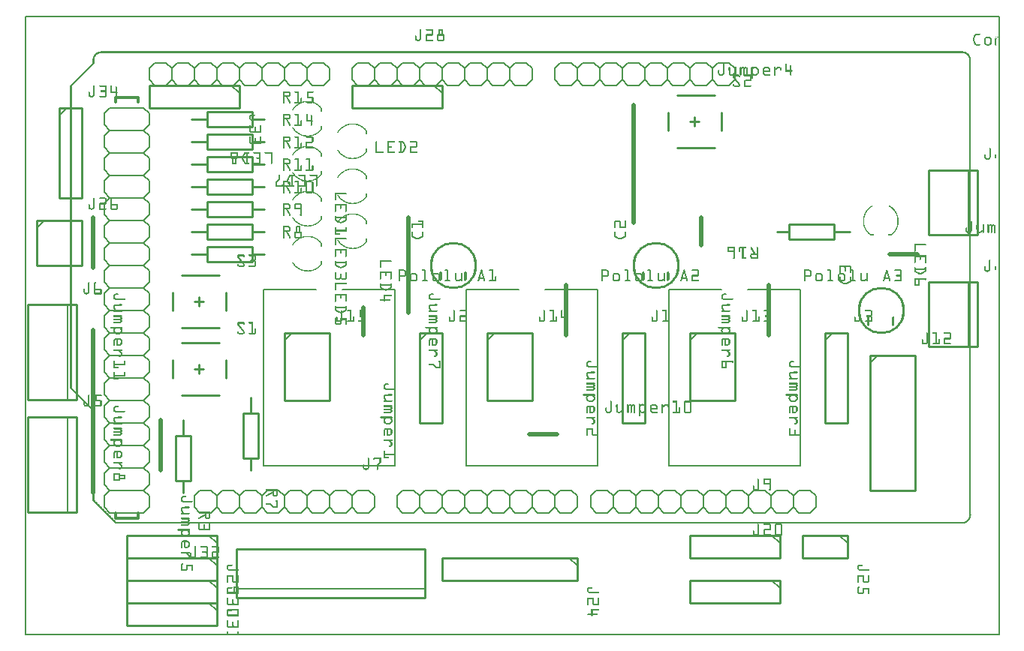
<source format=gto>
G04 MADE WITH FRITZING*
G04 WWW.FRITZING.ORG*
G04 SINGLE SIDED*
G04 HOLES NOT PLATED*
G04 CONTOUR ON CENTER OF CONTOUR VECTOR*
%ASAXBY*%
%FSLAX23Y23*%
%MOIN*%
%OFA0B0*%
%SFA1.0B1.0*%
%ADD10C,0.210000X0.19*%
%ADD11R,4.330720X2.755910X4.314720X2.739910*%
%ADD12C,0.008000*%
%ADD13C,0.010000*%
%ADD14C,0.005000*%
%ADD15C,0.021000*%
%ADD16C,0.012000*%
%ADD17C,0.006000*%
%ADD18R,0.001000X0.001000*%
%LNSILK1*%
G90*
G70*
G54D10*
X3804Y1445D03*
X2804Y1645D03*
X1904Y1645D03*
G54D12*
X4Y2752D02*
X4327Y2752D01*
X4327Y4D01*
X4Y4D01*
X4Y2752D01*
D02*
G54D13*
X154Y2345D02*
X154Y1945D01*
D02*
X154Y1945D02*
X254Y1945D01*
D02*
X254Y1945D02*
X254Y2345D01*
D02*
X254Y2345D02*
X154Y2345D01*
G54D14*
D02*
X154Y2310D02*
X189Y2345D01*
G54D15*
D02*
X304Y1858D02*
X304Y1633D01*
D02*
X2241Y895D02*
X2366Y895D01*
G54D13*
D02*
X1854Y2445D02*
X1454Y2445D01*
D02*
X1454Y2445D02*
X1454Y2345D01*
D02*
X1454Y2345D02*
X1854Y2345D01*
D02*
X1854Y2345D02*
X1854Y2445D01*
G54D14*
D02*
X1819Y2445D02*
X1854Y2410D01*
G54D13*
D02*
X854Y145D02*
X454Y145D01*
D02*
X454Y145D02*
X454Y45D01*
D02*
X454Y45D02*
X854Y45D01*
D02*
X854Y45D02*
X854Y145D01*
G54D14*
D02*
X819Y145D02*
X854Y110D01*
G54D13*
D02*
X854Y245D02*
X454Y245D01*
D02*
X454Y245D02*
X454Y145D01*
D02*
X454Y145D02*
X854Y145D01*
D02*
X854Y145D02*
X854Y245D01*
G54D14*
D02*
X819Y245D02*
X854Y210D01*
G54D13*
D02*
X854Y345D02*
X454Y345D01*
D02*
X454Y345D02*
X454Y245D01*
D02*
X454Y245D02*
X854Y245D01*
D02*
X854Y245D02*
X854Y345D01*
G54D14*
D02*
X819Y345D02*
X854Y310D01*
G54D13*
D02*
X854Y445D02*
X454Y445D01*
D02*
X454Y445D02*
X454Y345D01*
D02*
X454Y345D02*
X854Y345D01*
D02*
X854Y345D02*
X854Y445D01*
G54D14*
D02*
X819Y445D02*
X854Y410D01*
G54D13*
D02*
X741Y2195D02*
X813Y2195D01*
D02*
X1013Y2195D02*
X1066Y2195D01*
D02*
X813Y2228D02*
X1013Y2228D01*
D02*
X1013Y2228D02*
X1013Y2162D01*
D02*
X1013Y2162D02*
X813Y2162D01*
D02*
X813Y2162D02*
X813Y2228D01*
D02*
X741Y2295D02*
X813Y2295D01*
D02*
X1013Y2295D02*
X1066Y2295D01*
D02*
X813Y2328D02*
X1013Y2328D01*
D02*
X1013Y2328D02*
X1013Y2262D01*
D02*
X1013Y2262D02*
X813Y2262D01*
D02*
X813Y2262D02*
X813Y2328D01*
D02*
X954Y2445D02*
X554Y2445D01*
D02*
X554Y2445D02*
X554Y2345D01*
D02*
X554Y2345D02*
X954Y2345D01*
D02*
X954Y2345D02*
X954Y2445D01*
G54D14*
D02*
X919Y2445D02*
X954Y2410D01*
G54D13*
D02*
X3666Y1795D02*
X3594Y1795D01*
D02*
X3394Y1795D02*
X3341Y1795D01*
D02*
X3594Y1762D02*
X3394Y1762D01*
D02*
X3394Y1762D02*
X3394Y1828D01*
D02*
X3394Y1828D02*
X3594Y1828D01*
D02*
X3594Y1828D02*
X3594Y1762D01*
D02*
X54Y1845D02*
X54Y1645D01*
D02*
X54Y1645D02*
X254Y1645D01*
D02*
X254Y1645D02*
X254Y1845D01*
D02*
X254Y1845D02*
X54Y1845D01*
G54D14*
D02*
X54Y1810D02*
X89Y1845D01*
G54D15*
D02*
X304Y1358D02*
X304Y633D01*
D02*
X3841Y1695D02*
X3966Y1695D01*
G54D13*
D02*
X4016Y2068D02*
X4016Y1782D01*
D02*
X4016Y1782D02*
X4232Y1782D01*
D02*
X4232Y1782D02*
X4232Y2068D01*
D02*
X4232Y2068D02*
X4016Y2068D01*
G54D14*
D02*
X4192Y1782D02*
X4192Y2068D01*
G54D16*
D02*
X504Y2370D02*
X504Y2390D01*
D02*
X504Y2390D02*
X404Y2390D01*
D02*
X404Y2390D02*
X404Y2370D01*
D02*
X504Y545D02*
X504Y520D01*
D02*
X504Y520D02*
X404Y520D01*
D02*
X404Y520D02*
X404Y545D01*
G54D17*
D02*
X729Y2445D02*
X679Y2445D01*
D02*
X679Y2445D02*
X654Y2470D01*
D02*
X654Y2470D02*
X654Y2520D01*
D02*
X654Y2520D02*
X679Y2545D01*
D02*
X854Y2470D02*
X829Y2445D01*
D02*
X829Y2445D02*
X779Y2445D01*
D02*
X779Y2445D02*
X754Y2470D01*
D02*
X754Y2470D02*
X754Y2520D01*
D02*
X754Y2520D02*
X779Y2545D01*
D02*
X779Y2545D02*
X829Y2545D01*
D02*
X829Y2545D02*
X854Y2520D01*
D02*
X729Y2445D02*
X754Y2470D01*
D02*
X754Y2520D02*
X729Y2545D01*
D02*
X679Y2545D02*
X729Y2545D01*
D02*
X1029Y2445D02*
X979Y2445D01*
D02*
X979Y2445D02*
X954Y2470D01*
D02*
X954Y2470D02*
X954Y2520D01*
D02*
X954Y2520D02*
X979Y2545D01*
D02*
X954Y2470D02*
X929Y2445D01*
D02*
X929Y2445D02*
X879Y2445D01*
D02*
X879Y2445D02*
X854Y2470D01*
D02*
X854Y2470D02*
X854Y2520D01*
D02*
X854Y2520D02*
X879Y2545D01*
D02*
X879Y2545D02*
X929Y2545D01*
D02*
X929Y2545D02*
X954Y2520D01*
D02*
X1154Y2470D02*
X1129Y2445D01*
D02*
X1129Y2445D02*
X1079Y2445D01*
D02*
X1079Y2445D02*
X1054Y2470D01*
D02*
X1054Y2470D02*
X1054Y2520D01*
D02*
X1054Y2520D02*
X1079Y2545D01*
D02*
X1079Y2545D02*
X1129Y2545D01*
D02*
X1129Y2545D02*
X1154Y2520D01*
D02*
X1029Y2445D02*
X1054Y2470D01*
D02*
X1054Y2520D02*
X1029Y2545D01*
D02*
X979Y2545D02*
X1029Y2545D01*
D02*
X1329Y2445D02*
X1279Y2445D01*
D02*
X1279Y2445D02*
X1254Y2470D01*
D02*
X1254Y2470D02*
X1254Y2520D01*
D02*
X1254Y2520D02*
X1279Y2545D01*
D02*
X1254Y2470D02*
X1229Y2445D01*
D02*
X1229Y2445D02*
X1179Y2445D01*
D02*
X1179Y2445D02*
X1154Y2470D01*
D02*
X1154Y2470D02*
X1154Y2520D01*
D02*
X1154Y2520D02*
X1179Y2545D01*
D02*
X1179Y2545D02*
X1229Y2545D01*
D02*
X1229Y2545D02*
X1254Y2520D01*
D02*
X1354Y2470D02*
X1354Y2520D01*
D02*
X1329Y2445D02*
X1354Y2470D01*
D02*
X1354Y2520D02*
X1329Y2545D01*
D02*
X1279Y2545D02*
X1329Y2545D01*
D02*
X629Y2445D02*
X579Y2445D01*
D02*
X579Y2445D02*
X554Y2470D01*
D02*
X554Y2470D02*
X554Y2520D01*
D02*
X554Y2520D02*
X579Y2545D01*
D02*
X629Y2445D02*
X654Y2470D01*
D02*
X654Y2520D02*
X629Y2545D01*
D02*
X579Y2545D02*
X629Y2545D01*
D02*
X1629Y2445D02*
X1579Y2445D01*
D02*
X1579Y2445D02*
X1554Y2470D01*
D02*
X1554Y2470D02*
X1554Y2520D01*
D02*
X1554Y2520D02*
X1579Y2545D01*
D02*
X1754Y2470D02*
X1729Y2445D01*
D02*
X1729Y2445D02*
X1679Y2445D01*
D02*
X1679Y2445D02*
X1654Y2470D01*
D02*
X1654Y2470D02*
X1654Y2520D01*
D02*
X1654Y2520D02*
X1679Y2545D01*
D02*
X1679Y2545D02*
X1729Y2545D01*
D02*
X1729Y2545D02*
X1754Y2520D01*
D02*
X1629Y2445D02*
X1654Y2470D01*
D02*
X1654Y2520D02*
X1629Y2545D01*
D02*
X1579Y2545D02*
X1629Y2545D01*
D02*
X1929Y2445D02*
X1879Y2445D01*
D02*
X1879Y2445D02*
X1854Y2470D01*
D02*
X1854Y2470D02*
X1854Y2520D01*
D02*
X1854Y2520D02*
X1879Y2545D01*
D02*
X1854Y2470D02*
X1829Y2445D01*
D02*
X1829Y2445D02*
X1779Y2445D01*
D02*
X1779Y2445D02*
X1754Y2470D01*
D02*
X1754Y2470D02*
X1754Y2520D01*
D02*
X1754Y2520D02*
X1779Y2545D01*
D02*
X1779Y2545D02*
X1829Y2545D01*
D02*
X1829Y2545D02*
X1854Y2520D01*
D02*
X2054Y2470D02*
X2029Y2445D01*
D02*
X2029Y2445D02*
X1979Y2445D01*
D02*
X1979Y2445D02*
X1954Y2470D01*
D02*
X1954Y2470D02*
X1954Y2520D01*
D02*
X1954Y2520D02*
X1979Y2545D01*
D02*
X1979Y2545D02*
X2029Y2545D01*
D02*
X2029Y2545D02*
X2054Y2520D01*
D02*
X1929Y2445D02*
X1954Y2470D01*
D02*
X1954Y2520D02*
X1929Y2545D01*
D02*
X1879Y2545D02*
X1929Y2545D01*
D02*
X2229Y2445D02*
X2179Y2445D01*
D02*
X2179Y2445D02*
X2154Y2470D01*
D02*
X2154Y2470D02*
X2154Y2520D01*
D02*
X2154Y2520D02*
X2179Y2545D01*
D02*
X2154Y2470D02*
X2129Y2445D01*
D02*
X2129Y2445D02*
X2079Y2445D01*
D02*
X2079Y2445D02*
X2054Y2470D01*
D02*
X2054Y2470D02*
X2054Y2520D01*
D02*
X2054Y2520D02*
X2079Y2545D01*
D02*
X2079Y2545D02*
X2129Y2545D01*
D02*
X2129Y2545D02*
X2154Y2520D01*
D02*
X2254Y2470D02*
X2254Y2520D01*
D02*
X2229Y2445D02*
X2254Y2470D01*
D02*
X2254Y2520D02*
X2229Y2545D01*
D02*
X2179Y2545D02*
X2229Y2545D01*
D02*
X1529Y2445D02*
X1479Y2445D01*
D02*
X1479Y2445D02*
X1454Y2470D01*
D02*
X1454Y2470D02*
X1454Y2520D01*
D02*
X1454Y2520D02*
X1479Y2545D01*
D02*
X1529Y2445D02*
X1554Y2470D01*
D02*
X1554Y2520D02*
X1529Y2545D01*
D02*
X1479Y2545D02*
X1529Y2545D01*
D02*
X1379Y645D02*
X1429Y645D01*
D02*
X1429Y645D02*
X1454Y620D01*
D02*
X1454Y620D02*
X1454Y570D01*
D02*
X1454Y570D02*
X1429Y545D01*
D02*
X1254Y620D02*
X1279Y645D01*
D02*
X1279Y645D02*
X1329Y645D01*
D02*
X1329Y645D02*
X1354Y620D01*
D02*
X1354Y620D02*
X1354Y570D01*
D02*
X1354Y570D02*
X1329Y545D01*
D02*
X1329Y545D02*
X1279Y545D01*
D02*
X1279Y545D02*
X1254Y570D01*
D02*
X1379Y645D02*
X1354Y620D01*
D02*
X1354Y570D02*
X1379Y545D01*
D02*
X1429Y545D02*
X1379Y545D01*
D02*
X1079Y645D02*
X1129Y645D01*
D02*
X1129Y645D02*
X1154Y620D01*
D02*
X1154Y620D02*
X1154Y570D01*
D02*
X1154Y570D02*
X1129Y545D01*
D02*
X1154Y620D02*
X1179Y645D01*
D02*
X1179Y645D02*
X1229Y645D01*
D02*
X1229Y645D02*
X1254Y620D01*
D02*
X1254Y620D02*
X1254Y570D01*
D02*
X1254Y570D02*
X1229Y545D01*
D02*
X1229Y545D02*
X1179Y545D01*
D02*
X1179Y545D02*
X1154Y570D01*
D02*
X954Y620D02*
X979Y645D01*
D02*
X979Y645D02*
X1029Y645D01*
D02*
X1029Y645D02*
X1054Y620D01*
D02*
X1054Y620D02*
X1054Y570D01*
D02*
X1054Y570D02*
X1029Y545D01*
D02*
X1029Y545D02*
X979Y545D01*
D02*
X979Y545D02*
X954Y570D01*
D02*
X1079Y645D02*
X1054Y620D01*
D02*
X1054Y570D02*
X1079Y545D01*
D02*
X1129Y545D02*
X1079Y545D01*
D02*
X779Y645D02*
X829Y645D01*
D02*
X829Y645D02*
X854Y620D01*
D02*
X854Y620D02*
X854Y570D01*
D02*
X854Y570D02*
X829Y545D01*
D02*
X854Y620D02*
X879Y645D01*
D02*
X879Y645D02*
X929Y645D01*
D02*
X929Y645D02*
X954Y620D01*
D02*
X954Y620D02*
X954Y570D01*
D02*
X954Y570D02*
X929Y545D01*
D02*
X929Y545D02*
X879Y545D01*
D02*
X879Y545D02*
X854Y570D01*
D02*
X754Y620D02*
X754Y570D01*
D02*
X779Y645D02*
X754Y620D01*
D02*
X754Y570D02*
X779Y545D01*
D02*
X829Y545D02*
X779Y545D01*
D02*
X1479Y645D02*
X1529Y645D01*
D02*
X1529Y645D02*
X1554Y620D01*
D02*
X1554Y620D02*
X1554Y570D01*
D02*
X1554Y570D02*
X1529Y545D01*
D02*
X1479Y645D02*
X1454Y620D01*
D02*
X1454Y570D02*
X1479Y545D01*
D02*
X1529Y545D02*
X1479Y545D01*
D02*
X2714Y570D02*
X2689Y545D01*
D02*
X2689Y545D02*
X2639Y545D01*
D02*
X2639Y545D02*
X2614Y570D01*
D02*
X2614Y570D02*
X2614Y620D01*
D02*
X2614Y620D02*
X2639Y645D01*
D02*
X2639Y645D02*
X2689Y645D01*
D02*
X2689Y645D02*
X2714Y620D01*
D02*
X2889Y545D02*
X2839Y545D01*
D02*
X2839Y545D02*
X2814Y570D01*
D02*
X2814Y570D02*
X2814Y620D01*
D02*
X2814Y620D02*
X2839Y645D01*
D02*
X2814Y570D02*
X2789Y545D01*
D02*
X2789Y545D02*
X2739Y545D01*
D02*
X2739Y545D02*
X2714Y570D01*
D02*
X2714Y570D02*
X2714Y620D01*
D02*
X2714Y620D02*
X2739Y645D01*
D02*
X2739Y645D02*
X2789Y645D01*
D02*
X2789Y645D02*
X2814Y620D01*
D02*
X3014Y570D02*
X2989Y545D01*
D02*
X2989Y545D02*
X2939Y545D01*
D02*
X2939Y545D02*
X2914Y570D01*
D02*
X2914Y570D02*
X2914Y620D01*
D02*
X2914Y620D02*
X2939Y645D01*
D02*
X2939Y645D02*
X2989Y645D01*
D02*
X2989Y645D02*
X3014Y620D01*
D02*
X2889Y545D02*
X2914Y570D01*
D02*
X2914Y620D02*
X2889Y645D01*
D02*
X2839Y645D02*
X2889Y645D01*
D02*
X3189Y545D02*
X3139Y545D01*
D02*
X3139Y545D02*
X3114Y570D01*
D02*
X3114Y570D02*
X3114Y620D01*
D02*
X3114Y620D02*
X3139Y645D01*
D02*
X3114Y570D02*
X3089Y545D01*
D02*
X3089Y545D02*
X3039Y545D01*
D02*
X3039Y545D02*
X3014Y570D01*
D02*
X3014Y570D02*
X3014Y620D01*
D02*
X3014Y620D02*
X3039Y645D01*
D02*
X3039Y645D02*
X3089Y645D01*
D02*
X3089Y645D02*
X3114Y620D01*
D02*
X3314Y570D02*
X3289Y545D01*
D02*
X3289Y545D02*
X3239Y545D01*
D02*
X3239Y545D02*
X3214Y570D01*
D02*
X3214Y570D02*
X3214Y620D01*
D02*
X3214Y620D02*
X3239Y645D01*
D02*
X3239Y645D02*
X3289Y645D01*
D02*
X3289Y645D02*
X3314Y620D01*
D02*
X3189Y545D02*
X3214Y570D01*
D02*
X3214Y620D02*
X3189Y645D01*
D02*
X3139Y645D02*
X3189Y645D01*
D02*
X3489Y545D02*
X3439Y545D01*
D02*
X3439Y545D02*
X3414Y570D01*
D02*
X3414Y570D02*
X3414Y620D01*
D02*
X3414Y620D02*
X3439Y645D01*
D02*
X3414Y570D02*
X3389Y545D01*
D02*
X3389Y545D02*
X3339Y545D01*
D02*
X3339Y545D02*
X3314Y570D01*
D02*
X3314Y570D02*
X3314Y620D01*
D02*
X3314Y620D02*
X3339Y645D01*
D02*
X3339Y645D02*
X3389Y645D01*
D02*
X3389Y645D02*
X3414Y620D01*
D02*
X3514Y570D02*
X3514Y620D01*
D02*
X3489Y545D02*
X3514Y570D01*
D02*
X3514Y620D02*
X3489Y645D01*
D02*
X3439Y645D02*
X3489Y645D01*
D02*
X2589Y545D02*
X2539Y545D01*
D02*
X2539Y545D02*
X2514Y570D01*
D02*
X2514Y570D02*
X2514Y620D01*
D02*
X2514Y620D02*
X2539Y645D01*
D02*
X2589Y545D02*
X2614Y570D01*
D02*
X2614Y620D02*
X2589Y645D01*
D02*
X2539Y645D02*
X2589Y645D01*
D02*
X2529Y2445D02*
X2479Y2445D01*
D02*
X2479Y2445D02*
X2454Y2470D01*
D02*
X2454Y2470D02*
X2454Y2520D01*
D02*
X2454Y2520D02*
X2479Y2545D01*
D02*
X2654Y2470D02*
X2629Y2445D01*
D02*
X2629Y2445D02*
X2579Y2445D01*
D02*
X2579Y2445D02*
X2554Y2470D01*
D02*
X2554Y2470D02*
X2554Y2520D01*
D02*
X2554Y2520D02*
X2579Y2545D01*
D02*
X2579Y2545D02*
X2629Y2545D01*
D02*
X2629Y2545D02*
X2654Y2520D01*
D02*
X2529Y2445D02*
X2554Y2470D01*
D02*
X2554Y2520D02*
X2529Y2545D01*
D02*
X2479Y2545D02*
X2529Y2545D01*
D02*
X2829Y2445D02*
X2779Y2445D01*
D02*
X2779Y2445D02*
X2754Y2470D01*
D02*
X2754Y2470D02*
X2754Y2520D01*
D02*
X2754Y2520D02*
X2779Y2545D01*
D02*
X2754Y2470D02*
X2729Y2445D01*
D02*
X2729Y2445D02*
X2679Y2445D01*
D02*
X2679Y2445D02*
X2654Y2470D01*
D02*
X2654Y2470D02*
X2654Y2520D01*
D02*
X2654Y2520D02*
X2679Y2545D01*
D02*
X2679Y2545D02*
X2729Y2545D01*
D02*
X2729Y2545D02*
X2754Y2520D01*
D02*
X2954Y2470D02*
X2929Y2445D01*
D02*
X2929Y2445D02*
X2879Y2445D01*
D02*
X2879Y2445D02*
X2854Y2470D01*
D02*
X2854Y2470D02*
X2854Y2520D01*
D02*
X2854Y2520D02*
X2879Y2545D01*
D02*
X2879Y2545D02*
X2929Y2545D01*
D02*
X2929Y2545D02*
X2954Y2520D01*
D02*
X2829Y2445D02*
X2854Y2470D01*
D02*
X2854Y2520D02*
X2829Y2545D01*
D02*
X2779Y2545D02*
X2829Y2545D01*
D02*
X3129Y2445D02*
X3079Y2445D01*
D02*
X3079Y2445D02*
X3054Y2470D01*
D02*
X3054Y2470D02*
X3054Y2520D01*
D02*
X3054Y2520D02*
X3079Y2545D01*
D02*
X3054Y2470D02*
X3029Y2445D01*
D02*
X3029Y2445D02*
X2979Y2445D01*
D02*
X2979Y2445D02*
X2954Y2470D01*
D02*
X2954Y2470D02*
X2954Y2520D01*
D02*
X2954Y2520D02*
X2979Y2545D01*
D02*
X2979Y2545D02*
X3029Y2545D01*
D02*
X3029Y2545D02*
X3054Y2520D01*
D02*
X3154Y2470D02*
X3154Y2520D01*
D02*
X3129Y2445D02*
X3154Y2470D01*
D02*
X3154Y2520D02*
X3129Y2545D01*
D02*
X3079Y2545D02*
X3129Y2545D01*
D02*
X2429Y2445D02*
X2379Y2445D01*
D02*
X2379Y2445D02*
X2354Y2470D01*
D02*
X2354Y2470D02*
X2354Y2520D01*
D02*
X2354Y2520D02*
X2379Y2545D01*
D02*
X2429Y2445D02*
X2454Y2470D01*
D02*
X2454Y2520D02*
X2429Y2545D01*
D02*
X2379Y2545D02*
X2429Y2545D01*
D02*
X2279Y645D02*
X2329Y645D01*
D02*
X2329Y645D02*
X2354Y620D01*
D02*
X2354Y620D02*
X2354Y570D01*
D02*
X2354Y570D02*
X2329Y545D01*
D02*
X2154Y620D02*
X2179Y645D01*
D02*
X2179Y645D02*
X2229Y645D01*
D02*
X2229Y645D02*
X2254Y620D01*
D02*
X2254Y620D02*
X2254Y570D01*
D02*
X2254Y570D02*
X2229Y545D01*
D02*
X2229Y545D02*
X2179Y545D01*
D02*
X2179Y545D02*
X2154Y570D01*
D02*
X2279Y645D02*
X2254Y620D01*
D02*
X2254Y570D02*
X2279Y545D01*
D02*
X2329Y545D02*
X2279Y545D01*
D02*
X1979Y645D02*
X2029Y645D01*
D02*
X2029Y645D02*
X2054Y620D01*
D02*
X2054Y620D02*
X2054Y570D01*
D02*
X2054Y570D02*
X2029Y545D01*
D02*
X2054Y620D02*
X2079Y645D01*
D02*
X2079Y645D02*
X2129Y645D01*
D02*
X2129Y645D02*
X2154Y620D01*
D02*
X2154Y620D02*
X2154Y570D01*
D02*
X2154Y570D02*
X2129Y545D01*
D02*
X2129Y545D02*
X2079Y545D01*
D02*
X2079Y545D02*
X2054Y570D01*
D02*
X1854Y620D02*
X1879Y645D01*
D02*
X1879Y645D02*
X1929Y645D01*
D02*
X1929Y645D02*
X1954Y620D01*
D02*
X1954Y620D02*
X1954Y570D01*
D02*
X1954Y570D02*
X1929Y545D01*
D02*
X1929Y545D02*
X1879Y545D01*
D02*
X1879Y545D02*
X1854Y570D01*
D02*
X1979Y645D02*
X1954Y620D01*
D02*
X1954Y570D02*
X1979Y545D01*
D02*
X2029Y545D02*
X1979Y545D01*
D02*
X1679Y645D02*
X1729Y645D01*
D02*
X1729Y645D02*
X1754Y620D01*
D02*
X1754Y620D02*
X1754Y570D01*
D02*
X1754Y570D02*
X1729Y545D01*
D02*
X1754Y620D02*
X1779Y645D01*
D02*
X1779Y645D02*
X1829Y645D01*
D02*
X1829Y645D02*
X1854Y620D01*
D02*
X1854Y620D02*
X1854Y570D01*
D02*
X1854Y570D02*
X1829Y545D01*
D02*
X1829Y545D02*
X1779Y545D01*
D02*
X1779Y545D02*
X1754Y570D01*
D02*
X1654Y620D02*
X1654Y570D01*
D02*
X1679Y645D02*
X1654Y620D01*
D02*
X1654Y570D02*
X1679Y545D01*
D02*
X1729Y545D02*
X1679Y545D01*
D02*
X2379Y645D02*
X2429Y645D01*
D02*
X2429Y645D02*
X2454Y620D01*
D02*
X2454Y620D02*
X2454Y570D01*
D02*
X2454Y570D02*
X2429Y545D01*
D02*
X2379Y645D02*
X2354Y620D01*
D02*
X2354Y570D02*
X2379Y545D01*
D02*
X2429Y545D02*
X2379Y545D01*
D02*
X529Y545D02*
X554Y570D01*
D02*
X554Y570D02*
X554Y620D01*
D02*
X554Y620D02*
X529Y645D01*
D02*
X529Y645D02*
X554Y670D01*
D02*
X554Y670D02*
X554Y720D01*
D02*
X554Y720D02*
X529Y745D01*
D02*
X529Y745D02*
X554Y770D01*
D02*
X554Y770D02*
X554Y820D01*
D02*
X554Y820D02*
X529Y845D01*
D02*
X529Y845D02*
X554Y870D01*
D02*
X554Y870D02*
X554Y920D01*
D02*
X554Y920D02*
X529Y945D01*
D02*
X529Y945D02*
X554Y970D01*
D02*
X554Y970D02*
X554Y1020D01*
D02*
X554Y1020D02*
X529Y1045D01*
D02*
X529Y1045D02*
X554Y1070D01*
D02*
X554Y1070D02*
X554Y1120D01*
D02*
X554Y1120D02*
X529Y1145D01*
D02*
X529Y545D02*
X379Y545D01*
D02*
X379Y545D02*
X354Y570D01*
D02*
X354Y570D02*
X354Y620D01*
D02*
X354Y620D02*
X379Y645D01*
D02*
X379Y645D02*
X354Y670D01*
D02*
X354Y670D02*
X354Y720D01*
D02*
X354Y720D02*
X379Y745D01*
D02*
X379Y745D02*
X354Y770D01*
D02*
X354Y770D02*
X354Y820D01*
D02*
X354Y820D02*
X379Y845D01*
D02*
X379Y845D02*
X354Y870D01*
D02*
X354Y870D02*
X354Y920D01*
D02*
X354Y920D02*
X379Y945D01*
D02*
X379Y945D02*
X354Y970D01*
D02*
X354Y970D02*
X354Y1020D01*
D02*
X354Y1020D02*
X379Y1045D01*
D02*
X379Y1045D02*
X354Y1070D01*
D02*
X354Y1070D02*
X354Y1120D01*
D02*
X354Y1120D02*
X379Y1145D01*
D02*
X379Y1145D02*
X354Y1170D01*
D02*
X354Y1170D02*
X354Y1220D01*
D02*
X354Y1220D02*
X379Y1245D01*
D02*
X379Y1245D02*
X354Y1270D01*
D02*
X354Y1270D02*
X354Y1320D01*
D02*
X354Y1320D02*
X379Y1345D01*
D02*
X379Y1345D02*
X354Y1370D01*
D02*
X354Y1370D02*
X354Y1420D01*
D02*
X354Y1420D02*
X379Y1445D01*
D02*
X379Y1445D02*
X354Y1470D01*
D02*
X354Y1470D02*
X354Y1520D01*
D02*
X354Y1520D02*
X379Y1545D01*
D02*
X379Y1545D02*
X354Y1570D01*
D02*
X354Y1570D02*
X354Y1620D01*
D02*
X354Y1620D02*
X379Y1645D01*
D02*
X379Y1645D02*
X354Y1670D01*
D02*
X354Y1670D02*
X354Y1720D01*
D02*
X379Y1745D02*
X354Y1720D01*
D02*
X379Y1745D02*
X354Y1770D01*
D02*
X354Y1820D02*
X354Y1770D01*
D02*
X354Y1820D02*
X379Y1845D01*
D02*
X379Y1845D02*
X354Y1870D01*
D02*
X354Y1920D02*
X354Y1870D01*
D02*
X354Y1920D02*
X379Y1945D01*
D02*
X379Y1945D02*
X354Y1970D01*
D02*
X354Y2020D02*
X354Y1970D01*
D02*
X354Y2020D02*
X379Y2045D01*
D02*
X379Y2045D02*
X354Y2070D01*
D02*
X354Y2120D02*
X354Y2070D01*
D02*
X354Y2120D02*
X379Y2145D01*
D02*
X379Y2145D02*
X354Y2170D01*
D02*
X354Y2220D02*
X354Y2170D01*
D02*
X354Y2220D02*
X379Y2245D01*
D02*
X379Y2245D02*
X354Y2270D01*
D02*
X354Y2320D02*
X354Y2270D01*
D02*
X354Y2320D02*
X379Y2345D01*
D02*
X529Y2345D02*
X554Y2320D01*
D02*
X554Y2320D02*
X554Y2270D01*
D02*
X529Y2245D02*
X554Y2270D01*
D02*
X529Y2245D02*
X554Y2220D01*
D02*
X554Y2220D02*
X554Y2170D01*
D02*
X529Y2145D02*
X554Y2170D01*
D02*
X529Y2145D02*
X554Y2120D01*
D02*
X554Y2070D02*
X554Y2120D01*
D02*
X554Y2070D02*
X529Y2045D01*
D02*
X529Y2045D02*
X554Y2020D01*
D02*
X554Y1970D02*
X554Y2020D01*
D02*
X554Y1970D02*
X529Y1945D01*
D02*
X529Y1945D02*
X554Y1920D01*
D02*
X554Y1920D02*
X554Y1870D01*
D02*
X529Y1845D02*
X554Y1870D01*
D02*
X529Y1845D02*
X554Y1820D01*
D02*
X554Y1820D02*
X554Y1770D01*
D02*
X529Y1745D02*
X554Y1770D01*
D02*
X529Y1745D02*
X554Y1720D01*
D02*
X554Y1720D02*
X554Y1670D01*
D02*
X529Y1645D02*
X554Y1670D01*
D02*
X529Y1645D02*
X554Y1620D01*
D02*
X554Y1620D02*
X554Y1570D01*
D02*
X529Y1545D02*
X554Y1570D01*
D02*
X529Y1545D02*
X554Y1520D01*
D02*
X554Y1520D02*
X554Y1470D01*
D02*
X529Y1445D02*
X554Y1470D01*
D02*
X529Y1445D02*
X554Y1420D01*
D02*
X554Y1420D02*
X554Y1370D01*
D02*
X529Y1345D02*
X554Y1370D01*
D02*
X529Y1345D02*
X554Y1320D01*
D02*
X554Y1320D02*
X554Y1270D01*
D02*
X529Y1245D02*
X554Y1270D01*
D02*
X529Y1245D02*
X554Y1220D01*
D02*
X554Y1220D02*
X554Y1170D01*
D02*
X529Y1145D02*
X554Y1170D01*
D02*
X379Y645D02*
X529Y645D01*
D02*
X379Y745D02*
X529Y745D01*
D02*
X379Y845D02*
X529Y845D01*
D02*
X379Y945D02*
X529Y945D01*
D02*
X379Y1045D02*
X529Y1045D01*
D02*
X379Y1145D02*
X529Y1145D01*
D02*
X379Y1245D02*
X529Y1245D01*
D02*
X379Y1345D02*
X529Y1345D01*
D02*
X379Y1445D02*
X529Y1445D01*
D02*
X379Y1545D02*
X529Y1545D01*
D02*
X379Y1645D02*
X529Y1645D01*
D02*
X379Y1745D02*
X529Y1745D01*
D02*
X379Y1845D02*
X529Y1845D01*
D02*
X379Y1945D02*
X529Y1945D01*
D02*
X379Y2045D02*
X529Y2045D01*
D02*
X379Y2145D02*
X529Y2145D01*
D02*
X379Y2245D02*
X529Y2245D01*
D02*
X379Y2345D02*
X529Y2345D01*
G54D12*
D02*
X2862Y1537D02*
X2862Y753D01*
D02*
X2862Y753D02*
X3446Y753D01*
D02*
X3446Y753D02*
X3446Y1537D01*
D02*
X2862Y1537D02*
X3094Y1537D01*
D02*
X3212Y1537D02*
X3446Y1537D01*
D02*
X1962Y1537D02*
X1962Y753D01*
D02*
X1962Y753D02*
X2546Y753D01*
D02*
X2546Y753D02*
X2546Y1537D01*
D02*
X1962Y1537D02*
X2194Y1537D01*
D02*
X2312Y1537D02*
X2546Y1537D01*
D02*
X1062Y1537D02*
X1062Y753D01*
D02*
X1062Y753D02*
X1646Y753D01*
D02*
X1646Y753D02*
X1646Y1537D01*
D02*
X1062Y1537D02*
X1294Y1537D01*
D02*
X1412Y1537D02*
X1646Y1537D01*
G54D13*
D02*
X3554Y1345D02*
X3554Y945D01*
D02*
X3554Y945D02*
X3654Y945D01*
D02*
X3654Y945D02*
X3654Y1345D01*
D02*
X3654Y1345D02*
X3554Y1345D01*
G54D14*
D02*
X3554Y1310D02*
X3589Y1345D01*
G54D13*
D02*
X1754Y1345D02*
X1754Y945D01*
D02*
X1754Y945D02*
X1854Y945D01*
D02*
X1854Y945D02*
X1854Y1345D01*
D02*
X1854Y1345D02*
X1754Y1345D01*
G54D14*
D02*
X1754Y1310D02*
X1789Y1345D01*
G54D13*
D02*
X2654Y1345D02*
X2654Y945D01*
D02*
X2654Y945D02*
X2754Y945D01*
D02*
X2754Y945D02*
X2754Y1345D01*
D02*
X2754Y1345D02*
X2654Y1345D01*
G54D14*
D02*
X2654Y1310D02*
X2689Y1345D01*
G54D15*
D02*
X2404Y1558D02*
X2404Y1333D01*
D02*
X1504Y1458D02*
X1504Y1333D01*
D02*
X3304Y1558D02*
X3304Y1333D01*
G54D13*
D02*
X16Y969D02*
X16Y546D01*
D02*
X16Y546D02*
X232Y546D01*
D02*
X232Y546D02*
X232Y969D01*
D02*
X232Y969D02*
X16Y969D01*
G54D14*
D02*
X192Y546D02*
X192Y969D01*
G54D13*
D02*
X16Y1469D02*
X16Y1046D01*
D02*
X16Y1046D02*
X232Y1046D01*
D02*
X232Y1046D02*
X232Y1469D01*
D02*
X232Y1469D02*
X16Y1469D01*
G54D14*
D02*
X192Y1046D02*
X192Y1469D01*
G54D13*
D02*
X1777Y383D02*
X941Y383D01*
D02*
X941Y383D02*
X941Y167D01*
D02*
X941Y167D02*
X1777Y167D01*
D02*
X1777Y167D02*
X1777Y383D01*
G54D14*
D02*
X941Y207D02*
X1777Y207D01*
G54D13*
D02*
X3354Y445D02*
X2954Y445D01*
D02*
X2954Y445D02*
X2954Y345D01*
D02*
X2954Y345D02*
X3354Y345D01*
D02*
X3354Y345D02*
X3354Y445D01*
G54D14*
D02*
X3319Y445D02*
X3354Y410D01*
G54D15*
D02*
X2704Y1833D02*
X2704Y2358D01*
G54D13*
D02*
X3754Y1245D02*
X3754Y645D01*
D02*
X3754Y645D02*
X3954Y645D01*
D02*
X3954Y645D02*
X3954Y1245D01*
D02*
X3954Y1245D02*
X3754Y1245D01*
G54D14*
D02*
X3754Y1210D02*
X3789Y1245D01*
G54D13*
D02*
X1154Y1345D02*
X1154Y1045D01*
D02*
X1154Y1045D02*
X1354Y1045D01*
D02*
X1354Y1045D02*
X1354Y1345D01*
D02*
X1354Y1345D02*
X1154Y1345D01*
G54D14*
D02*
X1154Y1310D02*
X1189Y1345D01*
G54D13*
D02*
X2054Y1345D02*
X2054Y1045D01*
D02*
X2054Y1045D02*
X2254Y1045D01*
D02*
X2254Y1045D02*
X2254Y1345D01*
D02*
X2254Y1345D02*
X2054Y1345D01*
G54D14*
D02*
X2054Y1310D02*
X2089Y1345D01*
G54D13*
D02*
X2954Y1345D02*
X2954Y1045D01*
D02*
X2954Y1045D02*
X3154Y1045D01*
D02*
X3154Y1045D02*
X3154Y1345D01*
D02*
X3154Y1345D02*
X2954Y1345D01*
G54D14*
D02*
X2954Y1310D02*
X2989Y1345D01*
G54D13*
D02*
X894Y1223D02*
X894Y1145D01*
D02*
X697Y1302D02*
X864Y1302D01*
D02*
X697Y1066D02*
X864Y1066D01*
D02*
X657Y1223D02*
X657Y1145D01*
D02*
X776Y1204D02*
X776Y1164D01*
D02*
X795Y1184D02*
X756Y1184D01*
D02*
X704Y958D02*
X704Y886D01*
D02*
X704Y686D02*
X704Y633D01*
D02*
X737Y886D02*
X737Y686D01*
D02*
X737Y686D02*
X671Y686D01*
D02*
X671Y686D02*
X671Y886D01*
D02*
X671Y886D02*
X737Y886D01*
G54D15*
D02*
X604Y958D02*
X604Y733D01*
G54D13*
D02*
X3094Y2323D02*
X3094Y2245D01*
D02*
X2897Y2402D02*
X3064Y2402D01*
D02*
X2897Y2166D02*
X3064Y2166D01*
D02*
X2857Y2323D02*
X2857Y2245D01*
D02*
X2976Y2304D02*
X2976Y2264D01*
D02*
X2995Y2284D02*
X2956Y2284D01*
D02*
X3354Y245D02*
X2954Y245D01*
D02*
X2954Y245D02*
X2954Y145D01*
D02*
X2954Y145D02*
X3354Y145D01*
D02*
X3354Y145D02*
X3354Y245D01*
G54D14*
D02*
X3319Y245D02*
X3354Y210D01*
G54D13*
D02*
X4016Y1569D02*
X4016Y1284D01*
D02*
X4016Y1284D02*
X4232Y1284D01*
D02*
X4232Y1284D02*
X4232Y1569D01*
D02*
X4232Y1569D02*
X4016Y1569D01*
G54D14*
D02*
X4192Y1284D02*
X4192Y1569D01*
G54D15*
D02*
X3004Y1858D02*
X3004Y1733D01*
G54D13*
D02*
X894Y1523D02*
X894Y1445D01*
D02*
X697Y1602D02*
X864Y1602D01*
D02*
X697Y1366D02*
X864Y1366D01*
D02*
X657Y1523D02*
X657Y1445D01*
D02*
X776Y1504D02*
X776Y1464D01*
D02*
X795Y1484D02*
X756Y1484D01*
D02*
X1004Y1058D02*
X1004Y986D01*
D02*
X1004Y786D02*
X1004Y733D01*
D02*
X1037Y986D02*
X1037Y786D01*
D02*
X1037Y786D02*
X971Y786D01*
D02*
X971Y786D02*
X971Y986D01*
D02*
X971Y986D02*
X1037Y986D01*
D02*
X741Y1695D02*
X813Y1695D01*
D02*
X1013Y1695D02*
X1066Y1695D01*
D02*
X813Y1728D02*
X1013Y1728D01*
D02*
X1013Y1728D02*
X1013Y1662D01*
D02*
X1013Y1662D02*
X813Y1662D01*
D02*
X813Y1662D02*
X813Y1728D01*
D02*
X741Y1795D02*
X813Y1795D01*
D02*
X1013Y1795D02*
X1066Y1795D01*
D02*
X813Y1828D02*
X1013Y1828D01*
D02*
X1013Y1828D02*
X1013Y1762D01*
D02*
X1013Y1762D02*
X813Y1762D01*
D02*
X813Y1762D02*
X813Y1828D01*
D02*
X741Y1895D02*
X813Y1895D01*
D02*
X1013Y1895D02*
X1066Y1895D01*
D02*
X813Y1928D02*
X1013Y1928D01*
D02*
X1013Y1928D02*
X1013Y1862D01*
D02*
X1013Y1862D02*
X813Y1862D01*
D02*
X813Y1862D02*
X813Y1928D01*
D02*
X741Y1995D02*
X813Y1995D01*
D02*
X1013Y1995D02*
X1066Y1995D01*
D02*
X813Y2028D02*
X1013Y2028D01*
D02*
X1013Y2028D02*
X1013Y1962D01*
D02*
X1013Y1962D02*
X813Y1962D01*
D02*
X813Y1962D02*
X813Y2028D01*
D02*
X741Y2095D02*
X813Y2095D01*
D02*
X1013Y2095D02*
X1066Y2095D01*
D02*
X813Y2128D02*
X1013Y2128D01*
D02*
X1013Y2128D02*
X1013Y2062D01*
D02*
X1013Y2062D02*
X813Y2062D01*
D02*
X813Y2062D02*
X813Y2128D01*
G54D15*
D02*
X1704Y1858D02*
X1704Y1433D01*
G54D13*
D02*
X2454Y345D02*
X1854Y345D01*
D02*
X1854Y345D02*
X1854Y245D01*
D02*
X1854Y245D02*
X2454Y245D01*
D02*
X2454Y245D02*
X2454Y345D01*
G54D14*
D02*
X2419Y345D02*
X2454Y310D01*
G54D13*
D02*
X3654Y445D02*
X3454Y445D01*
D02*
X3454Y445D02*
X3454Y345D01*
D02*
X3454Y345D02*
X3654Y345D01*
D02*
X3654Y345D02*
X3654Y445D01*
G54D14*
D02*
X3619Y445D02*
X3654Y410D01*
G54D18*
X1756Y2695D02*
X1760Y2695D01*
X1783Y2695D02*
X1811Y2695D01*
X1840Y2695D02*
X1857Y2695D01*
X1756Y2694D02*
X1761Y2694D01*
X1782Y2694D02*
X1812Y2694D01*
X1839Y2694D02*
X1858Y2694D01*
X1755Y2693D02*
X1761Y2693D01*
X1781Y2693D02*
X1813Y2693D01*
X1839Y2693D02*
X1858Y2693D01*
X1755Y2692D02*
X1761Y2692D01*
X1781Y2692D02*
X1814Y2692D01*
X1838Y2692D02*
X1858Y2692D01*
X1755Y2691D02*
X1761Y2691D01*
X1782Y2691D02*
X1814Y2691D01*
X1838Y2691D02*
X1858Y2691D01*
X1755Y2690D02*
X1761Y2690D01*
X1782Y2690D02*
X1815Y2690D01*
X1838Y2690D02*
X1858Y2690D01*
X1755Y2689D02*
X1761Y2689D01*
X1784Y2689D02*
X1815Y2689D01*
X1838Y2689D02*
X1858Y2689D01*
X1755Y2688D02*
X1761Y2688D01*
X1809Y2688D02*
X1815Y2688D01*
X1838Y2688D02*
X1844Y2688D01*
X1852Y2688D02*
X1858Y2688D01*
X1755Y2687D02*
X1761Y2687D01*
X1809Y2687D02*
X1815Y2687D01*
X1838Y2687D02*
X1844Y2687D01*
X1852Y2687D02*
X1858Y2687D01*
X1755Y2686D02*
X1761Y2686D01*
X1809Y2686D02*
X1815Y2686D01*
X1838Y2686D02*
X1844Y2686D01*
X1852Y2686D02*
X1858Y2686D01*
X1755Y2685D02*
X1761Y2685D01*
X1809Y2685D02*
X1815Y2685D01*
X1838Y2685D02*
X1844Y2685D01*
X1852Y2685D02*
X1858Y2685D01*
X1755Y2684D02*
X1761Y2684D01*
X1809Y2684D02*
X1815Y2684D01*
X1838Y2684D02*
X1844Y2684D01*
X1852Y2684D02*
X1858Y2684D01*
X1755Y2683D02*
X1761Y2683D01*
X1809Y2683D02*
X1815Y2683D01*
X1838Y2683D02*
X1844Y2683D01*
X1852Y2683D02*
X1858Y2683D01*
X1755Y2682D02*
X1761Y2682D01*
X1809Y2682D02*
X1815Y2682D01*
X1838Y2682D02*
X1844Y2682D01*
X1852Y2682D02*
X1858Y2682D01*
X1755Y2681D02*
X1761Y2681D01*
X1809Y2681D02*
X1815Y2681D01*
X1838Y2681D02*
X1844Y2681D01*
X1852Y2681D02*
X1858Y2681D01*
X1755Y2680D02*
X1761Y2680D01*
X1809Y2680D02*
X1815Y2680D01*
X1838Y2680D02*
X1844Y2680D01*
X1852Y2680D02*
X1858Y2680D01*
X1755Y2679D02*
X1761Y2679D01*
X1809Y2679D02*
X1815Y2679D01*
X1838Y2679D02*
X1844Y2679D01*
X1852Y2679D02*
X1858Y2679D01*
X1755Y2678D02*
X1761Y2678D01*
X1809Y2678D02*
X1815Y2678D01*
X1838Y2678D02*
X1844Y2678D01*
X1852Y2678D02*
X1858Y2678D01*
X1755Y2677D02*
X1761Y2677D01*
X1809Y2677D02*
X1815Y2677D01*
X1838Y2677D02*
X1844Y2677D01*
X1852Y2677D02*
X1858Y2677D01*
X1755Y2676D02*
X1761Y2676D01*
X1809Y2676D02*
X1815Y2676D01*
X1838Y2676D02*
X1844Y2676D01*
X1852Y2676D02*
X1858Y2676D01*
X1755Y2675D02*
X1761Y2675D01*
X1809Y2675D02*
X1815Y2675D01*
X1838Y2675D02*
X1844Y2675D01*
X1852Y2675D02*
X1858Y2675D01*
X4225Y2675D02*
X4243Y2675D01*
X1755Y2674D02*
X1761Y2674D01*
X1809Y2674D02*
X1815Y2674D01*
X1838Y2674D02*
X1844Y2674D01*
X1852Y2674D02*
X1858Y2674D01*
X4223Y2674D02*
X4244Y2674D01*
X1755Y2673D02*
X1761Y2673D01*
X1809Y2673D02*
X1815Y2673D01*
X1838Y2673D02*
X1844Y2673D01*
X1852Y2673D02*
X1858Y2673D01*
X4222Y2673D02*
X4244Y2673D01*
X1755Y2672D02*
X1761Y2672D01*
X1787Y2672D02*
X1815Y2672D01*
X1836Y2672D02*
X1860Y2672D01*
X4221Y2672D02*
X4244Y2672D01*
X1755Y2671D02*
X1761Y2671D01*
X1784Y2671D02*
X1815Y2671D01*
X1834Y2671D02*
X1862Y2671D01*
X4220Y2671D02*
X4244Y2671D01*
X1755Y2670D02*
X1761Y2670D01*
X1783Y2670D02*
X1814Y2670D01*
X1833Y2670D02*
X1863Y2670D01*
X4219Y2670D02*
X4243Y2670D01*
X1755Y2669D02*
X1761Y2669D01*
X1782Y2669D02*
X1814Y2669D01*
X1833Y2669D02*
X1864Y2669D01*
X4219Y2669D02*
X4242Y2669D01*
X1755Y2668D02*
X1761Y2668D01*
X1782Y2668D02*
X1813Y2668D01*
X1832Y2668D02*
X1864Y2668D01*
X4218Y2668D02*
X4226Y2668D01*
X1755Y2667D02*
X1761Y2667D01*
X1782Y2667D02*
X1812Y2667D01*
X1832Y2667D02*
X1865Y2667D01*
X4218Y2667D02*
X4225Y2667D01*
X1736Y2666D02*
X1739Y2666D01*
X1755Y2666D02*
X1761Y2666D01*
X1781Y2666D02*
X1811Y2666D01*
X1832Y2666D02*
X1865Y2666D01*
X4217Y2666D02*
X4224Y2666D01*
X1735Y2665D02*
X1740Y2665D01*
X1755Y2665D02*
X1761Y2665D01*
X1781Y2665D02*
X1787Y2665D01*
X1831Y2665D02*
X1838Y2665D01*
X1859Y2665D02*
X1865Y2665D01*
X4217Y2665D02*
X4224Y2665D01*
X1735Y2664D02*
X1740Y2664D01*
X1755Y2664D02*
X1761Y2664D01*
X1781Y2664D02*
X1787Y2664D01*
X1831Y2664D02*
X1837Y2664D01*
X1859Y2664D02*
X1865Y2664D01*
X4216Y2664D02*
X4223Y2664D01*
X1735Y2663D02*
X1740Y2663D01*
X1755Y2663D02*
X1761Y2663D01*
X1781Y2663D02*
X1787Y2663D01*
X1831Y2663D02*
X1837Y2663D01*
X1859Y2663D02*
X1865Y2663D01*
X4216Y2663D02*
X4223Y2663D01*
X1734Y2662D02*
X1741Y2662D01*
X1755Y2662D02*
X1761Y2662D01*
X1781Y2662D02*
X1787Y2662D01*
X1831Y2662D02*
X1837Y2662D01*
X1859Y2662D02*
X1865Y2662D01*
X4215Y2662D02*
X4222Y2662D01*
X1734Y2661D02*
X1741Y2661D01*
X1755Y2661D02*
X1761Y2661D01*
X1781Y2661D02*
X1787Y2661D01*
X1831Y2661D02*
X1837Y2661D01*
X1859Y2661D02*
X1865Y2661D01*
X4215Y2661D02*
X4222Y2661D01*
X4272Y2661D02*
X4283Y2661D01*
X4313Y2661D02*
X4314Y2661D01*
X4322Y2661D02*
X4324Y2661D01*
X1734Y2660D02*
X1741Y2660D01*
X1755Y2660D02*
X1761Y2660D01*
X1781Y2660D02*
X1787Y2660D01*
X1831Y2660D02*
X1837Y2660D01*
X1859Y2660D02*
X1865Y2660D01*
X4214Y2660D02*
X4221Y2660D01*
X4269Y2660D02*
X4286Y2660D01*
X4311Y2660D02*
X4315Y2660D01*
X4319Y2660D02*
X4326Y2660D01*
X1734Y2659D02*
X1741Y2659D01*
X1755Y2659D02*
X1761Y2659D01*
X1781Y2659D02*
X1787Y2659D01*
X1831Y2659D02*
X1837Y2659D01*
X1859Y2659D02*
X1865Y2659D01*
X4214Y2659D02*
X4221Y2659D01*
X4268Y2659D02*
X4288Y2659D01*
X4311Y2659D02*
X4316Y2659D01*
X4318Y2659D02*
X4328Y2659D01*
X1734Y2658D02*
X1741Y2658D01*
X1755Y2658D02*
X1761Y2658D01*
X1781Y2658D02*
X1787Y2658D01*
X1831Y2658D02*
X1837Y2658D01*
X1859Y2658D02*
X1865Y2658D01*
X4213Y2658D02*
X4220Y2658D01*
X4266Y2658D02*
X4289Y2658D01*
X1734Y2657D02*
X1741Y2657D01*
X1755Y2657D02*
X1761Y2657D01*
X1781Y2657D02*
X1787Y2657D01*
X1831Y2657D02*
X1837Y2657D01*
X1859Y2657D02*
X1865Y2657D01*
X4213Y2657D02*
X4220Y2657D01*
X4265Y2657D02*
X4290Y2657D01*
X1734Y2656D02*
X1741Y2656D01*
X1755Y2656D02*
X1761Y2656D01*
X1781Y2656D02*
X1787Y2656D01*
X1831Y2656D02*
X1837Y2656D01*
X1859Y2656D02*
X1865Y2656D01*
X4212Y2656D02*
X4219Y2656D01*
X4264Y2656D02*
X4291Y2656D01*
X1734Y2655D02*
X1741Y2655D01*
X1755Y2655D02*
X1761Y2655D01*
X1781Y2655D02*
X1787Y2655D01*
X1831Y2655D02*
X1837Y2655D01*
X1859Y2655D02*
X1865Y2655D01*
X4212Y2655D02*
X4219Y2655D01*
X4263Y2655D02*
X4292Y2655D01*
X1734Y2654D02*
X1741Y2654D01*
X1755Y2654D02*
X1761Y2654D01*
X1781Y2654D02*
X1787Y2654D01*
X1831Y2654D02*
X1837Y2654D01*
X1859Y2654D02*
X1865Y2654D01*
X4212Y2654D02*
X4218Y2654D01*
X4262Y2654D02*
X4272Y2654D01*
X4283Y2654D02*
X4293Y2654D01*
X4310Y2654D02*
X4322Y2654D01*
X1734Y2653D02*
X1741Y2653D01*
X1755Y2653D02*
X1761Y2653D01*
X1781Y2653D02*
X1787Y2653D01*
X1831Y2653D02*
X1837Y2653D01*
X1859Y2653D02*
X1865Y2653D01*
X4211Y2653D02*
X4218Y2653D01*
X4262Y2653D02*
X4270Y2653D01*
X4285Y2653D02*
X4293Y2653D01*
X4310Y2653D02*
X4320Y2653D01*
X1735Y2652D02*
X1741Y2652D01*
X1755Y2652D02*
X1761Y2652D01*
X1781Y2652D02*
X1787Y2652D01*
X1831Y2652D02*
X1837Y2652D01*
X1859Y2652D02*
X1865Y2652D01*
X4211Y2652D02*
X4217Y2652D01*
X4262Y2652D02*
X4269Y2652D01*
X4286Y2652D02*
X4294Y2652D01*
X4310Y2652D02*
X4319Y2652D01*
X1735Y2651D02*
X1741Y2651D01*
X1755Y2651D02*
X1761Y2651D01*
X1781Y2651D02*
X1787Y2651D01*
X1831Y2651D02*
X1837Y2651D01*
X1859Y2651D02*
X1865Y2651D01*
X4211Y2651D02*
X4217Y2651D01*
X4261Y2651D02*
X4268Y2651D01*
X4287Y2651D02*
X4294Y2651D01*
X4310Y2651D02*
X4318Y2651D01*
X1735Y2650D02*
X1741Y2650D01*
X1754Y2650D02*
X1761Y2650D01*
X1781Y2650D02*
X1787Y2650D01*
X1831Y2650D02*
X1837Y2650D01*
X1859Y2650D02*
X1865Y2650D01*
X4211Y2650D02*
X4217Y2650D01*
X4261Y2650D02*
X4267Y2650D01*
X4288Y2650D02*
X4294Y2650D01*
X4310Y2650D02*
X4317Y2650D01*
X1735Y2649D02*
X1743Y2649D01*
X1753Y2649D02*
X1761Y2649D01*
X1781Y2649D02*
X1787Y2649D01*
X1831Y2649D02*
X1838Y2649D01*
X1859Y2649D02*
X1865Y2649D01*
X4211Y2649D02*
X4217Y2649D01*
X4261Y2649D02*
X4267Y2649D01*
X4288Y2649D02*
X4294Y2649D01*
X4310Y2649D02*
X4316Y2649D01*
X1735Y2648D02*
X1760Y2648D01*
X1781Y2648D02*
X1813Y2648D01*
X1832Y2648D02*
X1865Y2648D01*
X4211Y2648D02*
X4217Y2648D01*
X4261Y2648D02*
X4267Y2648D01*
X4288Y2648D02*
X4294Y2648D01*
X4310Y2648D02*
X4316Y2648D01*
X1736Y2647D02*
X1760Y2647D01*
X1781Y2647D02*
X1814Y2647D01*
X1832Y2647D02*
X1865Y2647D01*
X4211Y2647D02*
X4217Y2647D01*
X4261Y2647D02*
X4267Y2647D01*
X4288Y2647D02*
X4294Y2647D01*
X4310Y2647D02*
X4316Y2647D01*
X1737Y2646D02*
X1759Y2646D01*
X1781Y2646D02*
X1815Y2646D01*
X1832Y2646D02*
X1864Y2646D01*
X4211Y2646D02*
X4217Y2646D01*
X4261Y2646D02*
X4267Y2646D01*
X4288Y2646D02*
X4294Y2646D01*
X4310Y2646D02*
X4316Y2646D01*
X1737Y2645D02*
X1758Y2645D01*
X1781Y2645D02*
X1815Y2645D01*
X1833Y2645D02*
X1864Y2645D01*
X4211Y2645D02*
X4217Y2645D01*
X4261Y2645D02*
X4267Y2645D01*
X4288Y2645D02*
X4294Y2645D01*
X4310Y2645D02*
X4316Y2645D01*
X1739Y2644D02*
X1757Y2644D01*
X1781Y2644D02*
X1815Y2644D01*
X1833Y2644D02*
X1863Y2644D01*
X4211Y2644D02*
X4218Y2644D01*
X4261Y2644D02*
X4267Y2644D01*
X4288Y2644D02*
X4294Y2644D01*
X4310Y2644D02*
X4316Y2644D01*
X1740Y2643D02*
X1756Y2643D01*
X1781Y2643D02*
X1814Y2643D01*
X1834Y2643D02*
X1862Y2643D01*
X4212Y2643D02*
X4218Y2643D01*
X4261Y2643D02*
X4267Y2643D01*
X4288Y2643D02*
X4294Y2643D01*
X4310Y2643D02*
X4316Y2643D01*
X1743Y2642D02*
X1753Y2642D01*
X1781Y2642D02*
X1813Y2642D01*
X1836Y2642D02*
X1860Y2642D01*
X4212Y2642D02*
X4219Y2642D01*
X4261Y2642D02*
X4267Y2642D01*
X4288Y2642D02*
X4294Y2642D01*
X4310Y2642D02*
X4316Y2642D01*
X4213Y2641D02*
X4219Y2641D01*
X4261Y2641D02*
X4267Y2641D01*
X4288Y2641D02*
X4294Y2641D01*
X4310Y2641D02*
X4316Y2641D01*
X4213Y2640D02*
X4220Y2640D01*
X4261Y2640D02*
X4267Y2640D01*
X4288Y2640D02*
X4294Y2640D01*
X4310Y2640D02*
X4316Y2640D01*
X4214Y2639D02*
X4220Y2639D01*
X4261Y2639D02*
X4267Y2639D01*
X4288Y2639D02*
X4294Y2639D01*
X4310Y2639D02*
X4316Y2639D01*
X4214Y2638D02*
X4221Y2638D01*
X4261Y2638D02*
X4267Y2638D01*
X4288Y2638D02*
X4294Y2638D01*
X4310Y2638D02*
X4316Y2638D01*
X4215Y2637D02*
X4221Y2637D01*
X4261Y2637D02*
X4267Y2637D01*
X4288Y2637D02*
X4294Y2637D01*
X4310Y2637D02*
X4316Y2637D01*
X4215Y2636D02*
X4222Y2636D01*
X4261Y2636D02*
X4267Y2636D01*
X4288Y2636D02*
X4294Y2636D01*
X4310Y2636D02*
X4316Y2636D01*
X4216Y2635D02*
X4222Y2635D01*
X4261Y2635D02*
X4267Y2635D01*
X4288Y2635D02*
X4294Y2635D01*
X4310Y2635D02*
X4316Y2635D01*
X4216Y2634D02*
X4223Y2634D01*
X4261Y2634D02*
X4267Y2634D01*
X4288Y2634D02*
X4294Y2634D01*
X4310Y2634D02*
X4316Y2634D01*
X4217Y2633D02*
X4224Y2633D01*
X4261Y2633D02*
X4267Y2633D01*
X4288Y2633D02*
X4294Y2633D01*
X4310Y2633D02*
X4316Y2633D01*
X4217Y2632D02*
X4224Y2632D01*
X4261Y2632D02*
X4268Y2632D01*
X4287Y2632D02*
X4294Y2632D01*
X4310Y2632D02*
X4316Y2632D01*
X4218Y2631D02*
X4225Y2631D01*
X4261Y2631D02*
X4269Y2631D01*
X4286Y2631D02*
X4294Y2631D01*
X4310Y2631D02*
X4316Y2631D01*
X4218Y2630D02*
X4225Y2630D01*
X4262Y2630D02*
X4270Y2630D01*
X4285Y2630D02*
X4293Y2630D01*
X4310Y2630D02*
X4316Y2630D01*
X4219Y2629D02*
X4226Y2629D01*
X4262Y2629D02*
X4272Y2629D01*
X4284Y2629D02*
X4293Y2629D01*
X4310Y2629D02*
X4316Y2629D01*
X4219Y2628D02*
X4243Y2628D01*
X4263Y2628D02*
X4292Y2628D01*
X4310Y2628D02*
X4316Y2628D01*
X4220Y2627D02*
X4244Y2627D01*
X4264Y2627D02*
X4291Y2627D01*
X4310Y2627D02*
X4316Y2627D01*
X4220Y2626D02*
X4244Y2626D01*
X4265Y2626D02*
X4290Y2626D01*
X4310Y2626D02*
X4316Y2626D01*
X4221Y2625D02*
X4244Y2625D01*
X4266Y2625D02*
X4289Y2625D01*
X4311Y2625D02*
X4316Y2625D01*
X4222Y2624D02*
X4244Y2624D01*
X4267Y2624D02*
X4288Y2624D01*
X4311Y2624D02*
X4316Y2624D01*
X4224Y2623D02*
X4243Y2623D01*
X4269Y2623D02*
X4286Y2623D01*
X4311Y2623D02*
X4316Y2623D01*
X4326Y2623D02*
X4330Y2623D01*
X4226Y2622D02*
X4242Y2622D01*
X4271Y2622D02*
X4284Y2622D01*
X4313Y2622D02*
X4314Y2622D01*
X4327Y2622D02*
X4329Y2622D01*
X338Y2596D02*
X4167Y2596D01*
X333Y2595D02*
X4173Y2595D01*
X329Y2594D02*
X4176Y2594D01*
X327Y2593D02*
X4179Y2593D01*
X325Y2592D02*
X4181Y2592D01*
X323Y2591D02*
X4183Y2591D01*
X321Y2590D02*
X4184Y2590D01*
X320Y2589D02*
X4186Y2589D01*
X318Y2588D02*
X338Y2588D01*
X4168Y2588D02*
X4187Y2588D01*
X317Y2587D02*
X333Y2587D01*
X4173Y2587D02*
X4188Y2587D01*
X316Y2586D02*
X330Y2586D01*
X4176Y2586D02*
X4190Y2586D01*
X315Y2585D02*
X327Y2585D01*
X4178Y2585D02*
X4191Y2585D01*
X314Y2584D02*
X325Y2584D01*
X4180Y2584D02*
X4192Y2584D01*
X313Y2583D02*
X324Y2583D01*
X4182Y2583D02*
X4193Y2583D01*
X312Y2582D02*
X323Y2582D01*
X4183Y2582D02*
X4193Y2582D01*
X311Y2581D02*
X321Y2581D01*
X4184Y2581D02*
X4194Y2581D01*
X311Y2580D02*
X320Y2580D01*
X4185Y2580D02*
X4195Y2580D01*
X310Y2579D02*
X319Y2579D01*
X4186Y2579D02*
X4196Y2579D01*
X309Y2578D02*
X318Y2578D01*
X4187Y2578D02*
X4196Y2578D01*
X309Y2577D02*
X317Y2577D01*
X4188Y2577D02*
X4197Y2577D01*
X308Y2576D02*
X317Y2576D01*
X4189Y2576D02*
X4197Y2576D01*
X307Y2575D02*
X316Y2575D01*
X4190Y2575D02*
X4198Y2575D01*
X307Y2574D02*
X315Y2574D01*
X4191Y2574D02*
X4199Y2574D01*
X307Y2573D02*
X314Y2573D01*
X4191Y2573D02*
X4199Y2573D01*
X306Y2572D02*
X314Y2572D01*
X4192Y2572D02*
X4199Y2572D01*
X306Y2571D02*
X313Y2571D01*
X4192Y2571D02*
X4200Y2571D01*
X305Y2570D02*
X313Y2570D01*
X4193Y2570D02*
X4200Y2570D01*
X305Y2569D02*
X312Y2569D01*
X4193Y2569D02*
X4201Y2569D01*
X305Y2568D02*
X312Y2568D01*
X4194Y2568D02*
X4201Y2568D01*
X304Y2567D02*
X312Y2567D01*
X4194Y2567D02*
X4201Y2567D01*
X304Y2566D02*
X311Y2566D01*
X4194Y2566D02*
X4201Y2566D01*
X304Y2565D02*
X311Y2565D01*
X4194Y2565D02*
X4202Y2565D01*
X304Y2564D02*
X311Y2564D01*
X4195Y2564D02*
X4202Y2564D01*
X304Y2563D02*
X311Y2563D01*
X4195Y2563D02*
X4202Y2563D01*
X303Y2562D02*
X310Y2562D01*
X4195Y2562D02*
X4202Y2562D01*
X303Y2561D02*
X310Y2561D01*
X4195Y2561D02*
X4202Y2561D01*
X303Y2560D02*
X310Y2560D01*
X4195Y2560D02*
X4202Y2560D01*
X303Y2559D02*
X310Y2559D01*
X4195Y2559D02*
X4202Y2559D01*
X303Y2558D02*
X310Y2558D01*
X4195Y2558D02*
X4202Y2558D01*
X303Y2557D02*
X310Y2557D01*
X4196Y2557D02*
X4203Y2557D01*
X303Y2556D02*
X310Y2556D01*
X4195Y2556D02*
X4202Y2556D01*
X303Y2555D02*
X310Y2555D01*
X4195Y2555D02*
X4202Y2555D01*
X303Y2554D02*
X310Y2554D01*
X4195Y2554D02*
X4202Y2554D01*
X303Y2553D02*
X310Y2553D01*
X4195Y2553D02*
X4202Y2553D01*
X303Y2552D02*
X310Y2552D01*
X4195Y2552D02*
X4202Y2552D01*
X303Y2551D02*
X310Y2551D01*
X4195Y2551D02*
X4202Y2551D01*
X303Y2550D02*
X310Y2550D01*
X4195Y2550D02*
X4202Y2550D01*
X303Y2549D02*
X310Y2549D01*
X4195Y2549D02*
X4202Y2549D01*
X303Y2548D02*
X310Y2548D01*
X4195Y2548D02*
X4202Y2548D01*
X303Y2547D02*
X310Y2547D01*
X4195Y2547D02*
X4202Y2547D01*
X303Y2546D02*
X310Y2546D01*
X4195Y2546D02*
X4202Y2546D01*
X303Y2545D02*
X310Y2545D01*
X4195Y2545D02*
X4202Y2545D01*
X303Y2544D02*
X310Y2544D01*
X4195Y2544D02*
X4202Y2544D01*
X302Y2543D02*
X310Y2543D01*
X4195Y2543D02*
X4202Y2543D01*
X301Y2542D02*
X310Y2542D01*
X4195Y2542D02*
X4202Y2542D01*
X300Y2541D02*
X310Y2541D01*
X3102Y2541D02*
X3106Y2541D01*
X3381Y2541D02*
X3384Y2541D01*
X4195Y2541D02*
X4202Y2541D01*
X299Y2540D02*
X310Y2540D01*
X3101Y2540D02*
X3106Y2540D01*
X3380Y2540D02*
X3385Y2540D01*
X4195Y2540D02*
X4202Y2540D01*
X298Y2539D02*
X309Y2539D01*
X3101Y2539D02*
X3107Y2539D01*
X3380Y2539D02*
X3386Y2539D01*
X4195Y2539D02*
X4202Y2539D01*
X297Y2538D02*
X308Y2538D01*
X3101Y2538D02*
X3107Y2538D01*
X3380Y2538D02*
X3386Y2538D01*
X4195Y2538D02*
X4202Y2538D01*
X296Y2537D02*
X307Y2537D01*
X3101Y2537D02*
X3107Y2537D01*
X3380Y2537D02*
X3386Y2537D01*
X4195Y2537D02*
X4202Y2537D01*
X295Y2536D02*
X306Y2536D01*
X3101Y2536D02*
X3107Y2536D01*
X3380Y2536D02*
X3386Y2536D01*
X4195Y2536D02*
X4202Y2536D01*
X294Y2535D02*
X305Y2535D01*
X3101Y2535D02*
X3107Y2535D01*
X3380Y2535D02*
X3386Y2535D01*
X3402Y2535D02*
X3405Y2535D01*
X4195Y2535D02*
X4202Y2535D01*
X293Y2534D02*
X304Y2534D01*
X3101Y2534D02*
X3107Y2534D01*
X3380Y2534D02*
X3386Y2534D01*
X3401Y2534D02*
X3406Y2534D01*
X4195Y2534D02*
X4202Y2534D01*
X292Y2533D02*
X303Y2533D01*
X3101Y2533D02*
X3107Y2533D01*
X3380Y2533D02*
X3386Y2533D01*
X3400Y2533D02*
X3406Y2533D01*
X4195Y2533D02*
X4202Y2533D01*
X291Y2532D02*
X302Y2532D01*
X3101Y2532D02*
X3107Y2532D01*
X3380Y2532D02*
X3386Y2532D01*
X3400Y2532D02*
X3406Y2532D01*
X4195Y2532D02*
X4202Y2532D01*
X290Y2531D02*
X301Y2531D01*
X3101Y2531D02*
X3107Y2531D01*
X3380Y2531D02*
X3386Y2531D01*
X3400Y2531D02*
X3406Y2531D01*
X4195Y2531D02*
X4202Y2531D01*
X289Y2530D02*
X300Y2530D01*
X3101Y2530D02*
X3107Y2530D01*
X3380Y2530D02*
X3386Y2530D01*
X3400Y2530D02*
X3406Y2530D01*
X4195Y2530D02*
X4202Y2530D01*
X288Y2529D02*
X299Y2529D01*
X3101Y2529D02*
X3107Y2529D01*
X3380Y2529D02*
X3386Y2529D01*
X3400Y2529D02*
X3406Y2529D01*
X4195Y2529D02*
X4202Y2529D01*
X287Y2528D02*
X298Y2528D01*
X3101Y2528D02*
X3107Y2528D01*
X3229Y2528D02*
X3232Y2528D01*
X3241Y2528D02*
X3248Y2528D01*
X3380Y2528D02*
X3386Y2528D01*
X3400Y2528D02*
X3406Y2528D01*
X4195Y2528D02*
X4202Y2528D01*
X286Y2527D02*
X297Y2527D01*
X3101Y2527D02*
X3107Y2527D01*
X3130Y2527D02*
X3130Y2527D01*
X3157Y2527D02*
X3158Y2527D01*
X3179Y2527D02*
X3180Y2527D01*
X3188Y2527D02*
X3190Y2527D01*
X3228Y2527D02*
X3233Y2527D01*
X3239Y2527D02*
X3250Y2527D01*
X3289Y2527D02*
X3300Y2527D01*
X3330Y2527D02*
X3331Y2527D01*
X3344Y2527D02*
X3353Y2527D01*
X3380Y2527D02*
X3386Y2527D01*
X3400Y2527D02*
X3406Y2527D01*
X4195Y2527D02*
X4202Y2527D01*
X285Y2526D02*
X296Y2526D01*
X3101Y2526D02*
X3107Y2526D01*
X3128Y2526D02*
X3132Y2526D01*
X3156Y2526D02*
X3160Y2526D01*
X3178Y2526D02*
X3182Y2526D01*
X3185Y2526D02*
X3193Y2526D01*
X3199Y2526D02*
X3206Y2526D01*
X3228Y2526D02*
X3233Y2526D01*
X3237Y2526D02*
X3252Y2526D01*
X3286Y2526D02*
X3303Y2526D01*
X3329Y2526D02*
X3333Y2526D01*
X3342Y2526D02*
X3356Y2526D01*
X3380Y2526D02*
X3386Y2526D01*
X3400Y2526D02*
X3406Y2526D01*
X4195Y2526D02*
X4202Y2526D01*
X284Y2525D02*
X295Y2525D01*
X3101Y2525D02*
X3107Y2525D01*
X3127Y2525D02*
X3133Y2525D01*
X3155Y2525D02*
X3160Y2525D01*
X3177Y2525D02*
X3194Y2525D01*
X3198Y2525D02*
X3207Y2525D01*
X3227Y2525D02*
X3233Y2525D01*
X3236Y2525D02*
X3253Y2525D01*
X3284Y2525D02*
X3305Y2525D01*
X3328Y2525D02*
X3334Y2525D01*
X3341Y2525D02*
X3357Y2525D01*
X3380Y2525D02*
X3386Y2525D01*
X3400Y2525D02*
X3406Y2525D01*
X4195Y2525D02*
X4202Y2525D01*
X283Y2524D02*
X294Y2524D01*
X3101Y2524D02*
X3107Y2524D01*
X3127Y2524D02*
X3133Y2524D01*
X3155Y2524D02*
X3161Y2524D01*
X3177Y2524D02*
X3208Y2524D01*
X3227Y2524D02*
X3254Y2524D01*
X3283Y2524D02*
X3306Y2524D01*
X3328Y2524D02*
X3334Y2524D01*
X3340Y2524D02*
X3358Y2524D01*
X3380Y2524D02*
X3386Y2524D01*
X3400Y2524D02*
X3406Y2524D01*
X4195Y2524D02*
X4202Y2524D01*
X282Y2523D02*
X293Y2523D01*
X3101Y2523D02*
X3107Y2523D01*
X3127Y2523D02*
X3133Y2523D01*
X3155Y2523D02*
X3161Y2523D01*
X3177Y2523D02*
X3209Y2523D01*
X3227Y2523D02*
X3255Y2523D01*
X3282Y2523D02*
X3307Y2523D01*
X3328Y2523D02*
X3334Y2523D01*
X3339Y2523D02*
X3359Y2523D01*
X3380Y2523D02*
X3386Y2523D01*
X3400Y2523D02*
X3406Y2523D01*
X4195Y2523D02*
X4202Y2523D01*
X281Y2522D02*
X292Y2522D01*
X3101Y2522D02*
X3107Y2522D01*
X3127Y2522D02*
X3133Y2522D01*
X3155Y2522D02*
X3161Y2522D01*
X3177Y2522D02*
X3210Y2522D01*
X3227Y2522D02*
X3256Y2522D01*
X3281Y2522D02*
X3308Y2522D01*
X3328Y2522D02*
X3334Y2522D01*
X3338Y2522D02*
X3360Y2522D01*
X3380Y2522D02*
X3386Y2522D01*
X3400Y2522D02*
X3406Y2522D01*
X4195Y2522D02*
X4202Y2522D01*
X280Y2521D02*
X291Y2521D01*
X3101Y2521D02*
X3107Y2521D01*
X3127Y2521D02*
X3133Y2521D01*
X3155Y2521D02*
X3161Y2521D01*
X3177Y2521D02*
X3210Y2521D01*
X3227Y2521D02*
X3241Y2521D01*
X3247Y2521D02*
X3257Y2521D01*
X3280Y2521D02*
X3309Y2521D01*
X3328Y2521D02*
X3334Y2521D01*
X3337Y2521D02*
X3360Y2521D01*
X3380Y2521D02*
X3386Y2521D01*
X3400Y2521D02*
X3406Y2521D01*
X4195Y2521D02*
X4202Y2521D01*
X279Y2520D02*
X290Y2520D01*
X3101Y2520D02*
X3107Y2520D01*
X3127Y2520D02*
X3133Y2520D01*
X3155Y2520D02*
X3161Y2520D01*
X3177Y2520D02*
X3188Y2520D01*
X3190Y2520D02*
X3202Y2520D01*
X3204Y2520D02*
X3210Y2520D01*
X3227Y2520D02*
X3240Y2520D01*
X3249Y2520D02*
X3258Y2520D01*
X3279Y2520D02*
X3289Y2520D01*
X3300Y2520D02*
X3310Y2520D01*
X3328Y2520D02*
X3345Y2520D01*
X3353Y2520D02*
X3361Y2520D01*
X3380Y2520D02*
X3386Y2520D01*
X3400Y2520D02*
X3406Y2520D01*
X4195Y2520D02*
X4202Y2520D01*
X278Y2519D02*
X289Y2519D01*
X3101Y2519D02*
X3107Y2519D01*
X3127Y2519D02*
X3133Y2519D01*
X3155Y2519D02*
X3161Y2519D01*
X3177Y2519D02*
X3187Y2519D01*
X3191Y2519D02*
X3200Y2519D01*
X3204Y2519D02*
X3210Y2519D01*
X3227Y2519D02*
X3239Y2519D01*
X3250Y2519D02*
X3259Y2519D01*
X3279Y2519D02*
X3287Y2519D01*
X3302Y2519D02*
X3310Y2519D01*
X3328Y2519D02*
X3344Y2519D01*
X3354Y2519D02*
X3361Y2519D01*
X3380Y2519D02*
X3386Y2519D01*
X3400Y2519D02*
X3406Y2519D01*
X4195Y2519D02*
X4202Y2519D01*
X277Y2518D02*
X288Y2518D01*
X3101Y2518D02*
X3107Y2518D01*
X3127Y2518D02*
X3133Y2518D01*
X3155Y2518D02*
X3161Y2518D01*
X3177Y2518D02*
X3185Y2518D01*
X3191Y2518D02*
X3199Y2518D01*
X3204Y2518D02*
X3210Y2518D01*
X3227Y2518D02*
X3238Y2518D01*
X3251Y2518D02*
X3260Y2518D01*
X3278Y2518D02*
X3286Y2518D01*
X3303Y2518D02*
X3311Y2518D01*
X3328Y2518D02*
X3343Y2518D01*
X3355Y2518D02*
X3361Y2518D01*
X3380Y2518D02*
X3386Y2518D01*
X3400Y2518D02*
X3406Y2518D01*
X4195Y2518D02*
X4202Y2518D01*
X276Y2517D02*
X287Y2517D01*
X3101Y2517D02*
X3107Y2517D01*
X3127Y2517D02*
X3133Y2517D01*
X3155Y2517D02*
X3161Y2517D01*
X3177Y2517D02*
X3184Y2517D01*
X3191Y2517D02*
X3198Y2517D01*
X3204Y2517D02*
X3210Y2517D01*
X3227Y2517D02*
X3237Y2517D01*
X3252Y2517D02*
X3260Y2517D01*
X3278Y2517D02*
X3285Y2517D01*
X3304Y2517D02*
X3311Y2517D01*
X3328Y2517D02*
X3342Y2517D01*
X3355Y2517D02*
X3361Y2517D01*
X3380Y2517D02*
X3386Y2517D01*
X3400Y2517D02*
X3406Y2517D01*
X4195Y2517D02*
X4202Y2517D01*
X275Y2516D02*
X286Y2516D01*
X3101Y2516D02*
X3107Y2516D01*
X3127Y2516D02*
X3133Y2516D01*
X3155Y2516D02*
X3161Y2516D01*
X3177Y2516D02*
X3183Y2516D01*
X3191Y2516D02*
X3197Y2516D01*
X3204Y2516D02*
X3210Y2516D01*
X3227Y2516D02*
X3236Y2516D01*
X3253Y2516D02*
X3261Y2516D01*
X3278Y2516D02*
X3284Y2516D01*
X3305Y2516D02*
X3311Y2516D01*
X3328Y2516D02*
X3341Y2516D01*
X3355Y2516D02*
X3361Y2516D01*
X3380Y2516D02*
X3386Y2516D01*
X3400Y2516D02*
X3406Y2516D01*
X4195Y2516D02*
X4202Y2516D01*
X274Y2515D02*
X285Y2515D01*
X3101Y2515D02*
X3107Y2515D01*
X3127Y2515D02*
X3133Y2515D01*
X3155Y2515D02*
X3161Y2515D01*
X3177Y2515D02*
X3183Y2515D01*
X3191Y2515D02*
X3197Y2515D01*
X3204Y2515D02*
X3210Y2515D01*
X3227Y2515D02*
X3235Y2515D01*
X3254Y2515D02*
X3261Y2515D01*
X3278Y2515D02*
X3284Y2515D01*
X3305Y2515D02*
X3311Y2515D01*
X3328Y2515D02*
X3339Y2515D01*
X3355Y2515D02*
X3361Y2515D01*
X3380Y2515D02*
X3386Y2515D01*
X3400Y2515D02*
X3406Y2515D01*
X4195Y2515D02*
X4202Y2515D01*
X273Y2514D02*
X284Y2514D01*
X3101Y2514D02*
X3107Y2514D01*
X3127Y2514D02*
X3133Y2514D01*
X3155Y2514D02*
X3161Y2514D01*
X3177Y2514D02*
X3183Y2514D01*
X3191Y2514D02*
X3197Y2514D01*
X3205Y2514D02*
X3210Y2514D01*
X3227Y2514D02*
X3234Y2514D01*
X3255Y2514D02*
X3261Y2514D01*
X3278Y2514D02*
X3284Y2514D01*
X3305Y2514D02*
X3311Y2514D01*
X3328Y2514D02*
X3338Y2514D01*
X3356Y2514D02*
X3361Y2514D01*
X3380Y2514D02*
X3386Y2514D01*
X3400Y2514D02*
X3406Y2514D01*
X4195Y2514D02*
X4202Y2514D01*
X272Y2513D02*
X283Y2513D01*
X3101Y2513D02*
X3107Y2513D01*
X3127Y2513D02*
X3133Y2513D01*
X3155Y2513D02*
X3161Y2513D01*
X3177Y2513D02*
X3183Y2513D01*
X3191Y2513D02*
X3197Y2513D01*
X3205Y2513D02*
X3211Y2513D01*
X3227Y2513D02*
X3234Y2513D01*
X3255Y2513D02*
X3261Y2513D01*
X3278Y2513D02*
X3284Y2513D01*
X3305Y2513D02*
X3311Y2513D01*
X3328Y2513D02*
X3337Y2513D01*
X3356Y2513D02*
X3361Y2513D01*
X3380Y2513D02*
X3386Y2513D01*
X3400Y2513D02*
X3406Y2513D01*
X4195Y2513D02*
X4202Y2513D01*
X271Y2512D02*
X282Y2512D01*
X3082Y2512D02*
X3084Y2512D01*
X3101Y2512D02*
X3107Y2512D01*
X3127Y2512D02*
X3133Y2512D01*
X3155Y2512D02*
X3161Y2512D01*
X3177Y2512D02*
X3183Y2512D01*
X3191Y2512D02*
X3197Y2512D01*
X3205Y2512D02*
X3211Y2512D01*
X3227Y2512D02*
X3233Y2512D01*
X3255Y2512D02*
X3261Y2512D01*
X3278Y2512D02*
X3284Y2512D01*
X3305Y2512D02*
X3311Y2512D01*
X3328Y2512D02*
X3336Y2512D01*
X3357Y2512D02*
X3360Y2512D01*
X3380Y2512D02*
X3408Y2512D01*
X4195Y2512D02*
X4202Y2512D01*
X270Y2511D02*
X281Y2511D01*
X3081Y2511D02*
X3086Y2511D01*
X3101Y2511D02*
X3107Y2511D01*
X3127Y2511D02*
X3133Y2511D01*
X3155Y2511D02*
X3161Y2511D01*
X3177Y2511D02*
X3183Y2511D01*
X3191Y2511D02*
X3197Y2511D01*
X3205Y2511D02*
X3211Y2511D01*
X3227Y2511D02*
X3233Y2511D01*
X3255Y2511D02*
X3261Y2511D01*
X3278Y2511D02*
X3284Y2511D01*
X3305Y2511D02*
X3311Y2511D01*
X3328Y2511D02*
X3335Y2511D01*
X3380Y2511D02*
X3409Y2511D01*
X4195Y2511D02*
X4202Y2511D01*
X269Y2510D02*
X280Y2510D01*
X3080Y2510D02*
X3086Y2510D01*
X3101Y2510D02*
X3107Y2510D01*
X3127Y2510D02*
X3133Y2510D01*
X3155Y2510D02*
X3161Y2510D01*
X3177Y2510D02*
X3183Y2510D01*
X3191Y2510D02*
X3197Y2510D01*
X3205Y2510D02*
X3211Y2510D01*
X3227Y2510D02*
X3233Y2510D01*
X3255Y2510D02*
X3261Y2510D01*
X3278Y2510D02*
X3284Y2510D01*
X3305Y2510D02*
X3311Y2510D01*
X3328Y2510D02*
X3334Y2510D01*
X3380Y2510D02*
X3410Y2510D01*
X4195Y2510D02*
X4202Y2510D01*
X268Y2509D02*
X279Y2509D01*
X3080Y2509D02*
X3086Y2509D01*
X3101Y2509D02*
X3107Y2509D01*
X3128Y2509D02*
X3134Y2509D01*
X3155Y2509D02*
X3161Y2509D01*
X3177Y2509D02*
X3183Y2509D01*
X3191Y2509D02*
X3197Y2509D01*
X3205Y2509D02*
X3211Y2509D01*
X3227Y2509D02*
X3233Y2509D01*
X3255Y2509D02*
X3261Y2509D01*
X3278Y2509D02*
X3311Y2509D01*
X3328Y2509D02*
X3334Y2509D01*
X3380Y2509D02*
X3410Y2509D01*
X4195Y2509D02*
X4202Y2509D01*
X267Y2508D02*
X278Y2508D01*
X3080Y2508D02*
X3086Y2508D01*
X3101Y2508D02*
X3107Y2508D01*
X3128Y2508D02*
X3134Y2508D01*
X3155Y2508D02*
X3161Y2508D01*
X3177Y2508D02*
X3183Y2508D01*
X3191Y2508D02*
X3197Y2508D01*
X3205Y2508D02*
X3211Y2508D01*
X3227Y2508D02*
X3233Y2508D01*
X3255Y2508D02*
X3261Y2508D01*
X3278Y2508D02*
X3311Y2508D01*
X3328Y2508D02*
X3334Y2508D01*
X3380Y2508D02*
X3410Y2508D01*
X4195Y2508D02*
X4202Y2508D01*
X266Y2507D02*
X277Y2507D01*
X3080Y2507D02*
X3086Y2507D01*
X3101Y2507D02*
X3107Y2507D01*
X3128Y2507D02*
X3134Y2507D01*
X3155Y2507D02*
X3161Y2507D01*
X3177Y2507D02*
X3183Y2507D01*
X3191Y2507D02*
X3197Y2507D01*
X3205Y2507D02*
X3211Y2507D01*
X3227Y2507D02*
X3233Y2507D01*
X3255Y2507D02*
X3261Y2507D01*
X3278Y2507D02*
X3311Y2507D01*
X3328Y2507D02*
X3334Y2507D01*
X3380Y2507D02*
X3409Y2507D01*
X4195Y2507D02*
X4202Y2507D01*
X265Y2506D02*
X276Y2506D01*
X3080Y2506D02*
X3086Y2506D01*
X3101Y2506D02*
X3107Y2506D01*
X3128Y2506D02*
X3134Y2506D01*
X3155Y2506D02*
X3161Y2506D01*
X3177Y2506D02*
X3183Y2506D01*
X3191Y2506D02*
X3197Y2506D01*
X3205Y2506D02*
X3211Y2506D01*
X3227Y2506D02*
X3233Y2506D01*
X3255Y2506D02*
X3261Y2506D01*
X3278Y2506D02*
X3311Y2506D01*
X3328Y2506D02*
X3334Y2506D01*
X3380Y2506D02*
X3408Y2506D01*
X4195Y2506D02*
X4202Y2506D01*
X264Y2505D02*
X275Y2505D01*
X3080Y2505D02*
X3086Y2505D01*
X3101Y2505D02*
X3107Y2505D01*
X3128Y2505D02*
X3134Y2505D01*
X3155Y2505D02*
X3161Y2505D01*
X3177Y2505D02*
X3183Y2505D01*
X3191Y2505D02*
X3197Y2505D01*
X3205Y2505D02*
X3211Y2505D01*
X3227Y2505D02*
X3233Y2505D01*
X3255Y2505D02*
X3261Y2505D01*
X3278Y2505D02*
X3311Y2505D01*
X3328Y2505D02*
X3334Y2505D01*
X3400Y2505D02*
X3406Y2505D01*
X4195Y2505D02*
X4202Y2505D01*
X263Y2504D02*
X274Y2504D01*
X3080Y2504D02*
X3086Y2504D01*
X3101Y2504D02*
X3107Y2504D01*
X3128Y2504D02*
X3134Y2504D01*
X3155Y2504D02*
X3161Y2504D01*
X3177Y2504D02*
X3183Y2504D01*
X3191Y2504D02*
X3197Y2504D01*
X3205Y2504D02*
X3211Y2504D01*
X3227Y2504D02*
X3233Y2504D01*
X3255Y2504D02*
X3261Y2504D01*
X3278Y2504D02*
X3311Y2504D01*
X3328Y2504D02*
X3334Y2504D01*
X3400Y2504D02*
X3406Y2504D01*
X4195Y2504D02*
X4202Y2504D01*
X262Y2503D02*
X273Y2503D01*
X3080Y2503D02*
X3086Y2503D01*
X3101Y2503D02*
X3107Y2503D01*
X3128Y2503D02*
X3134Y2503D01*
X3155Y2503D02*
X3161Y2503D01*
X3177Y2503D02*
X3183Y2503D01*
X3191Y2503D02*
X3197Y2503D01*
X3205Y2503D02*
X3211Y2503D01*
X3227Y2503D02*
X3233Y2503D01*
X3255Y2503D02*
X3261Y2503D01*
X3278Y2503D02*
X3309Y2503D01*
X3328Y2503D02*
X3334Y2503D01*
X3400Y2503D02*
X3406Y2503D01*
X4195Y2503D02*
X4202Y2503D01*
X261Y2502D02*
X272Y2502D01*
X3080Y2502D02*
X3086Y2502D01*
X3101Y2502D02*
X3107Y2502D01*
X3128Y2502D02*
X3134Y2502D01*
X3154Y2502D02*
X3161Y2502D01*
X3177Y2502D02*
X3183Y2502D01*
X3191Y2502D02*
X3197Y2502D01*
X3205Y2502D02*
X3211Y2502D01*
X3227Y2502D02*
X3234Y2502D01*
X3255Y2502D02*
X3261Y2502D01*
X3278Y2502D02*
X3284Y2502D01*
X3328Y2502D02*
X3334Y2502D01*
X3400Y2502D02*
X3406Y2502D01*
X4195Y2502D02*
X4202Y2502D01*
X260Y2501D02*
X271Y2501D01*
X3080Y2501D02*
X3086Y2501D01*
X3101Y2501D02*
X3107Y2501D01*
X3128Y2501D02*
X3134Y2501D01*
X3153Y2501D02*
X3161Y2501D01*
X3177Y2501D02*
X3183Y2501D01*
X3191Y2501D02*
X3197Y2501D01*
X3205Y2501D02*
X3211Y2501D01*
X3227Y2501D02*
X3234Y2501D01*
X3255Y2501D02*
X3261Y2501D01*
X3278Y2501D02*
X3284Y2501D01*
X3328Y2501D02*
X3334Y2501D01*
X3400Y2501D02*
X3406Y2501D01*
X4195Y2501D02*
X4202Y2501D01*
X259Y2500D02*
X270Y2500D01*
X3080Y2500D02*
X3086Y2500D01*
X3101Y2500D02*
X3107Y2500D01*
X3128Y2500D02*
X3134Y2500D01*
X3152Y2500D02*
X3161Y2500D01*
X3177Y2500D02*
X3183Y2500D01*
X3191Y2500D02*
X3197Y2500D01*
X3205Y2500D02*
X3211Y2500D01*
X3227Y2500D02*
X3235Y2500D01*
X3254Y2500D02*
X3261Y2500D01*
X3278Y2500D02*
X3284Y2500D01*
X3328Y2500D02*
X3334Y2500D01*
X3400Y2500D02*
X3406Y2500D01*
X4195Y2500D02*
X4202Y2500D01*
X258Y2499D02*
X269Y2499D01*
X3080Y2499D02*
X3086Y2499D01*
X3101Y2499D02*
X3107Y2499D01*
X3128Y2499D02*
X3134Y2499D01*
X3150Y2499D02*
X3161Y2499D01*
X3177Y2499D02*
X3183Y2499D01*
X3191Y2499D02*
X3197Y2499D01*
X3205Y2499D02*
X3211Y2499D01*
X3227Y2499D02*
X3236Y2499D01*
X3254Y2499D02*
X3261Y2499D01*
X3278Y2499D02*
X3284Y2499D01*
X3328Y2499D02*
X3334Y2499D01*
X3400Y2499D02*
X3406Y2499D01*
X4195Y2499D02*
X4202Y2499D01*
X257Y2498D02*
X268Y2498D01*
X3080Y2498D02*
X3086Y2498D01*
X3101Y2498D02*
X3107Y2498D01*
X3128Y2498D02*
X3134Y2498D01*
X3148Y2498D02*
X3161Y2498D01*
X3177Y2498D02*
X3183Y2498D01*
X3191Y2498D02*
X3197Y2498D01*
X3205Y2498D02*
X3211Y2498D01*
X3227Y2498D02*
X3237Y2498D01*
X3252Y2498D02*
X3260Y2498D01*
X3278Y2498D02*
X3285Y2498D01*
X3328Y2498D02*
X3334Y2498D01*
X3400Y2498D02*
X3406Y2498D01*
X4195Y2498D02*
X4202Y2498D01*
X256Y2497D02*
X267Y2497D01*
X3080Y2497D02*
X3087Y2497D01*
X3101Y2497D02*
X3107Y2497D01*
X3128Y2497D02*
X3134Y2497D01*
X3147Y2497D02*
X3161Y2497D01*
X3177Y2497D02*
X3183Y2497D01*
X3191Y2497D02*
X3197Y2497D01*
X3205Y2497D02*
X3211Y2497D01*
X3227Y2497D02*
X3238Y2497D01*
X3251Y2497D02*
X3260Y2497D01*
X3278Y2497D02*
X3286Y2497D01*
X3328Y2497D02*
X3334Y2497D01*
X3400Y2497D02*
X3406Y2497D01*
X4195Y2497D02*
X4202Y2497D01*
X255Y2496D02*
X266Y2496D01*
X3081Y2496D02*
X3087Y2496D01*
X3100Y2496D02*
X3107Y2496D01*
X3128Y2496D02*
X3135Y2496D01*
X3145Y2496D02*
X3161Y2496D01*
X3177Y2496D02*
X3183Y2496D01*
X3191Y2496D02*
X3197Y2496D01*
X3205Y2496D02*
X3211Y2496D01*
X3227Y2496D02*
X3239Y2496D01*
X3250Y2496D02*
X3259Y2496D01*
X3279Y2496D02*
X3287Y2496D01*
X3328Y2496D02*
X3334Y2496D01*
X3400Y2496D02*
X3406Y2496D01*
X4195Y2496D02*
X4202Y2496D01*
X254Y2495D02*
X265Y2495D01*
X3081Y2495D02*
X3089Y2495D01*
X3099Y2495D02*
X3106Y2495D01*
X3128Y2495D02*
X3136Y2495D01*
X3144Y2495D02*
X3161Y2495D01*
X3177Y2495D02*
X3183Y2495D01*
X3191Y2495D02*
X3197Y2495D01*
X3205Y2495D02*
X3211Y2495D01*
X3227Y2495D02*
X3240Y2495D01*
X3249Y2495D02*
X3258Y2495D01*
X3279Y2495D02*
X3288Y2495D01*
X3328Y2495D02*
X3334Y2495D01*
X3400Y2495D02*
X3406Y2495D01*
X4195Y2495D02*
X4202Y2495D01*
X253Y2494D02*
X264Y2494D01*
X3081Y2494D02*
X3106Y2494D01*
X3129Y2494D02*
X3161Y2494D01*
X3177Y2494D02*
X3183Y2494D01*
X3191Y2494D02*
X3197Y2494D01*
X3205Y2494D02*
X3211Y2494D01*
X3227Y2494D02*
X3241Y2494D01*
X3248Y2494D02*
X3257Y2494D01*
X3280Y2494D02*
X3310Y2494D01*
X3328Y2494D02*
X3334Y2494D01*
X3400Y2494D02*
X3406Y2494D01*
X4195Y2494D02*
X4202Y2494D01*
X252Y2493D02*
X263Y2493D01*
X3082Y2493D02*
X3106Y2493D01*
X3129Y2493D02*
X3153Y2493D01*
X3155Y2493D02*
X3161Y2493D01*
X3177Y2493D02*
X3183Y2493D01*
X3191Y2493D02*
X3197Y2493D01*
X3205Y2493D02*
X3211Y2493D01*
X3227Y2493D02*
X3256Y2493D01*
X3281Y2493D02*
X3311Y2493D01*
X3328Y2493D02*
X3334Y2493D01*
X3400Y2493D02*
X3406Y2493D01*
X4195Y2493D02*
X4202Y2493D01*
X251Y2492D02*
X262Y2492D01*
X3082Y2492D02*
X3105Y2492D01*
X3130Y2492D02*
X3172Y2492D01*
X3177Y2492D02*
X3183Y2492D01*
X3191Y2492D02*
X3224Y2492D01*
X3227Y2492D02*
X3255Y2492D01*
X3282Y2492D02*
X3311Y2492D01*
X3328Y2492D02*
X3334Y2492D01*
X3400Y2492D02*
X3406Y2492D01*
X4195Y2492D02*
X4202Y2492D01*
X250Y2491D02*
X261Y2491D01*
X3083Y2491D02*
X3104Y2491D01*
X3131Y2491D02*
X3174Y2491D01*
X3177Y2491D02*
X3183Y2491D01*
X3191Y2491D02*
X3254Y2491D01*
X3283Y2491D02*
X3311Y2491D01*
X3328Y2491D02*
X3334Y2491D01*
X3400Y2491D02*
X3406Y2491D01*
X4195Y2491D02*
X4202Y2491D01*
X249Y2490D02*
X260Y2490D01*
X3084Y2490D02*
X3103Y2490D01*
X3132Y2490D02*
X3175Y2490D01*
X3177Y2490D02*
X3182Y2490D01*
X3191Y2490D02*
X3233Y2490D01*
X3236Y2490D02*
X3253Y2490D01*
X3284Y2490D02*
X3311Y2490D01*
X3328Y2490D02*
X3334Y2490D01*
X3401Y2490D02*
X3406Y2490D01*
X4195Y2490D02*
X4202Y2490D01*
X248Y2489D02*
X259Y2489D01*
X3086Y2489D02*
X3101Y2489D01*
X3133Y2489D02*
X3176Y2489D01*
X3178Y2489D02*
X3182Y2489D01*
X3192Y2489D02*
X3233Y2489D01*
X3237Y2489D02*
X3252Y2489D01*
X3286Y2489D02*
X3310Y2489D01*
X3329Y2489D02*
X3333Y2489D01*
X3401Y2489D02*
X3405Y2489D01*
X4195Y2489D02*
X4202Y2489D01*
X247Y2488D02*
X258Y2488D01*
X3088Y2488D02*
X3099Y2488D01*
X3136Y2488D02*
X3143Y2488D01*
X3145Y2488D02*
X3177Y2488D01*
X3179Y2488D02*
X3180Y2488D01*
X3193Y2488D02*
X3233Y2488D01*
X3238Y2488D02*
X3250Y2488D01*
X3288Y2488D02*
X3309Y2488D01*
X3330Y2488D02*
X3332Y2488D01*
X3403Y2488D02*
X3404Y2488D01*
X4195Y2488D02*
X4202Y2488D01*
X246Y2487D02*
X257Y2487D01*
X3145Y2487D02*
X3177Y2487D01*
X3195Y2487D02*
X3233Y2487D01*
X3240Y2487D02*
X3248Y2487D01*
X4195Y2487D02*
X4202Y2487D01*
X245Y2486D02*
X256Y2486D01*
X3145Y2486D02*
X3178Y2486D01*
X3197Y2486D02*
X3233Y2486D01*
X4195Y2486D02*
X4202Y2486D01*
X244Y2485D02*
X255Y2485D01*
X3144Y2485D02*
X3151Y2485D01*
X3171Y2485D02*
X3178Y2485D01*
X3222Y2485D02*
X3233Y2485D01*
X4195Y2485D02*
X4202Y2485D01*
X243Y2484D02*
X254Y2484D01*
X3145Y2484D02*
X3151Y2484D01*
X3172Y2484D02*
X3178Y2484D01*
X3222Y2484D02*
X3233Y2484D01*
X4195Y2484D02*
X4202Y2484D01*
X242Y2483D02*
X253Y2483D01*
X3145Y2483D02*
X3152Y2483D01*
X3172Y2483D02*
X3178Y2483D01*
X3222Y2483D02*
X3233Y2483D01*
X4195Y2483D02*
X4202Y2483D01*
X241Y2482D02*
X252Y2482D01*
X3145Y2482D02*
X3152Y2482D01*
X3172Y2482D02*
X3178Y2482D01*
X3222Y2482D02*
X3233Y2482D01*
X4195Y2482D02*
X4202Y2482D01*
X240Y2481D02*
X251Y2481D01*
X3145Y2481D02*
X3153Y2481D01*
X3173Y2481D02*
X3177Y2481D01*
X3222Y2481D02*
X3233Y2481D01*
X4195Y2481D02*
X4202Y2481D01*
X239Y2480D02*
X250Y2480D01*
X3146Y2480D02*
X3154Y2480D01*
X3174Y2480D02*
X3176Y2480D01*
X3222Y2480D02*
X3233Y2480D01*
X4195Y2480D02*
X4202Y2480D01*
X238Y2479D02*
X249Y2479D01*
X3147Y2479D02*
X3155Y2479D01*
X3222Y2479D02*
X3233Y2479D01*
X4195Y2479D02*
X4202Y2479D01*
X237Y2478D02*
X248Y2478D01*
X3147Y2478D02*
X3155Y2478D01*
X3222Y2478D02*
X3233Y2478D01*
X4195Y2478D02*
X4202Y2478D01*
X236Y2477D02*
X247Y2477D01*
X3148Y2477D02*
X3156Y2477D01*
X3222Y2477D02*
X3233Y2477D01*
X4195Y2477D02*
X4202Y2477D01*
X235Y2476D02*
X246Y2476D01*
X3149Y2476D02*
X3157Y2476D01*
X3222Y2476D02*
X3233Y2476D01*
X4195Y2476D02*
X4202Y2476D01*
X234Y2475D02*
X245Y2475D01*
X3150Y2475D02*
X3158Y2475D01*
X3222Y2475D02*
X3233Y2475D01*
X4195Y2475D02*
X4202Y2475D01*
X233Y2474D02*
X244Y2474D01*
X3151Y2474D02*
X3159Y2474D01*
X3222Y2474D02*
X3232Y2474D01*
X4195Y2474D02*
X4202Y2474D01*
X232Y2473D02*
X243Y2473D01*
X3151Y2473D02*
X3159Y2473D01*
X3222Y2473D02*
X3228Y2473D01*
X4195Y2473D02*
X4202Y2473D01*
X231Y2472D02*
X242Y2472D01*
X3152Y2472D02*
X3160Y2472D01*
X3222Y2472D02*
X3228Y2472D01*
X4195Y2472D02*
X4202Y2472D01*
X230Y2471D02*
X241Y2471D01*
X3153Y2471D02*
X3161Y2471D01*
X3222Y2471D02*
X3228Y2471D01*
X4195Y2471D02*
X4202Y2471D01*
X229Y2470D02*
X240Y2470D01*
X3154Y2470D02*
X3162Y2470D01*
X3222Y2470D02*
X3228Y2470D01*
X4195Y2470D02*
X4202Y2470D01*
X228Y2469D02*
X239Y2469D01*
X3154Y2469D02*
X3162Y2469D01*
X3202Y2469D02*
X3228Y2469D01*
X4195Y2469D02*
X4202Y2469D01*
X227Y2468D02*
X238Y2468D01*
X3155Y2468D02*
X3163Y2468D01*
X3198Y2468D02*
X3228Y2468D01*
X4195Y2468D02*
X4202Y2468D01*
X226Y2467D02*
X237Y2467D01*
X3156Y2467D02*
X3164Y2467D01*
X3197Y2467D02*
X3228Y2467D01*
X4195Y2467D02*
X4202Y2467D01*
X225Y2466D02*
X236Y2466D01*
X3157Y2466D02*
X3165Y2466D01*
X3196Y2466D02*
X3228Y2466D01*
X4195Y2466D02*
X4202Y2466D01*
X224Y2465D02*
X235Y2465D01*
X3158Y2465D02*
X3166Y2465D01*
X3195Y2465D02*
X3227Y2465D01*
X4195Y2465D02*
X4202Y2465D01*
X223Y2464D02*
X234Y2464D01*
X3158Y2464D02*
X3166Y2464D01*
X3195Y2464D02*
X3226Y2464D01*
X4195Y2464D02*
X4202Y2464D01*
X222Y2463D02*
X233Y2463D01*
X3159Y2463D02*
X3167Y2463D01*
X3195Y2463D02*
X3225Y2463D01*
X4195Y2463D02*
X4202Y2463D01*
X221Y2462D02*
X232Y2462D01*
X3160Y2462D02*
X3168Y2462D01*
X3195Y2462D02*
X3201Y2462D01*
X4195Y2462D02*
X4202Y2462D01*
X220Y2461D02*
X231Y2461D01*
X3161Y2461D02*
X3169Y2461D01*
X3195Y2461D02*
X3201Y2461D01*
X4195Y2461D02*
X4202Y2461D01*
X219Y2460D02*
X230Y2460D01*
X3161Y2460D02*
X3169Y2460D01*
X3195Y2460D02*
X3201Y2460D01*
X4195Y2460D02*
X4202Y2460D01*
X218Y2459D02*
X229Y2459D01*
X3162Y2459D02*
X3170Y2459D01*
X3195Y2459D02*
X3201Y2459D01*
X4195Y2459D02*
X4202Y2459D01*
X217Y2458D02*
X228Y2458D01*
X3163Y2458D02*
X3171Y2458D01*
X3195Y2458D02*
X3201Y2458D01*
X4195Y2458D02*
X4202Y2458D01*
X216Y2457D02*
X227Y2457D01*
X3164Y2457D02*
X3172Y2457D01*
X3195Y2457D02*
X3201Y2457D01*
X4195Y2457D02*
X4202Y2457D01*
X215Y2456D02*
X226Y2456D01*
X3165Y2456D02*
X3173Y2456D01*
X3195Y2456D02*
X3201Y2456D01*
X4195Y2456D02*
X4202Y2456D01*
X214Y2455D02*
X225Y2455D01*
X3165Y2455D02*
X3173Y2455D01*
X3195Y2455D02*
X3201Y2455D01*
X4195Y2455D02*
X4202Y2455D01*
X213Y2454D02*
X224Y2454D01*
X3166Y2454D02*
X3174Y2454D01*
X3195Y2454D02*
X3201Y2454D01*
X4195Y2454D02*
X4202Y2454D01*
X212Y2453D02*
X223Y2453D01*
X3167Y2453D02*
X3175Y2453D01*
X3195Y2453D02*
X3201Y2453D01*
X4195Y2453D02*
X4202Y2453D01*
X211Y2452D02*
X221Y2452D01*
X3168Y2452D02*
X3176Y2452D01*
X3195Y2452D02*
X3201Y2452D01*
X4195Y2452D02*
X4202Y2452D01*
X210Y2451D02*
X220Y2451D01*
X3146Y2451D02*
X3148Y2451D01*
X3168Y2451D02*
X3176Y2451D01*
X3195Y2451D02*
X3201Y2451D01*
X4195Y2451D02*
X4202Y2451D01*
X209Y2450D02*
X219Y2450D01*
X3145Y2450D02*
X3150Y2450D01*
X3169Y2450D02*
X3177Y2450D01*
X3195Y2450D02*
X3201Y2450D01*
X4195Y2450D02*
X4202Y2450D01*
X208Y2449D02*
X218Y2449D01*
X3145Y2449D02*
X3150Y2449D01*
X3170Y2449D02*
X3178Y2449D01*
X3195Y2449D02*
X3201Y2449D01*
X4195Y2449D02*
X4202Y2449D01*
X207Y2448D02*
X217Y2448D01*
X3145Y2448D02*
X3150Y2448D01*
X3171Y2448D02*
X3178Y2448D01*
X3195Y2448D02*
X3201Y2448D01*
X4195Y2448D02*
X4202Y2448D01*
X206Y2447D02*
X216Y2447D01*
X3145Y2447D02*
X3151Y2447D01*
X3172Y2447D02*
X3178Y2447D01*
X3195Y2447D02*
X3201Y2447D01*
X4195Y2447D02*
X4202Y2447D01*
X205Y2446D02*
X215Y2446D01*
X3145Y2446D02*
X3151Y2446D01*
X3172Y2446D02*
X3178Y2446D01*
X3195Y2446D02*
X3201Y2446D01*
X4195Y2446D02*
X4202Y2446D01*
X204Y2445D02*
X214Y2445D01*
X307Y2445D02*
X310Y2445D01*
X333Y2445D02*
X361Y2445D01*
X385Y2445D02*
X388Y2445D01*
X3145Y2445D02*
X3178Y2445D01*
X3195Y2445D02*
X3226Y2445D01*
X4195Y2445D02*
X4202Y2445D01*
X203Y2444D02*
X213Y2444D01*
X306Y2444D02*
X311Y2444D01*
X332Y2444D02*
X363Y2444D01*
X384Y2444D02*
X389Y2444D01*
X3145Y2444D02*
X3178Y2444D01*
X3195Y2444D02*
X3227Y2444D01*
X4195Y2444D02*
X4202Y2444D01*
X203Y2443D02*
X212Y2443D01*
X306Y2443D02*
X311Y2443D01*
X332Y2443D02*
X364Y2443D01*
X383Y2443D02*
X389Y2443D01*
X3146Y2443D02*
X3177Y2443D01*
X3195Y2443D02*
X3228Y2443D01*
X4195Y2443D02*
X4202Y2443D01*
X203Y2442D02*
X211Y2442D01*
X305Y2442D02*
X311Y2442D01*
X332Y2442D02*
X364Y2442D01*
X383Y2442D02*
X389Y2442D01*
X3147Y2442D02*
X3177Y2442D01*
X3195Y2442D02*
X3228Y2442D01*
X4195Y2442D02*
X4202Y2442D01*
X203Y2441D02*
X211Y2441D01*
X305Y2441D02*
X311Y2441D01*
X332Y2441D02*
X365Y2441D01*
X383Y2441D02*
X389Y2441D01*
X3148Y2441D02*
X3176Y2441D01*
X3195Y2441D02*
X3228Y2441D01*
X4195Y2441D02*
X4202Y2441D01*
X203Y2440D02*
X210Y2440D01*
X305Y2440D02*
X311Y2440D01*
X333Y2440D02*
X365Y2440D01*
X383Y2440D02*
X389Y2440D01*
X3149Y2440D02*
X3175Y2440D01*
X3195Y2440D02*
X3228Y2440D01*
X4195Y2440D02*
X4202Y2440D01*
X203Y2439D02*
X210Y2439D01*
X305Y2439D02*
X311Y2439D01*
X335Y2439D02*
X365Y2439D01*
X383Y2439D02*
X389Y2439D01*
X405Y2439D02*
X409Y2439D01*
X3151Y2439D02*
X3173Y2439D01*
X3195Y2439D02*
X3226Y2439D01*
X4195Y2439D02*
X4202Y2439D01*
X203Y2438D02*
X210Y2438D01*
X305Y2438D02*
X311Y2438D01*
X359Y2438D02*
X365Y2438D01*
X383Y2438D02*
X389Y2438D01*
X404Y2438D02*
X410Y2438D01*
X4195Y2438D02*
X4202Y2438D01*
X203Y2437D02*
X210Y2437D01*
X305Y2437D02*
X311Y2437D01*
X359Y2437D02*
X365Y2437D01*
X383Y2437D02*
X389Y2437D01*
X404Y2437D02*
X410Y2437D01*
X4195Y2437D02*
X4202Y2437D01*
X203Y2436D02*
X210Y2436D01*
X305Y2436D02*
X311Y2436D01*
X359Y2436D02*
X365Y2436D01*
X383Y2436D02*
X389Y2436D01*
X404Y2436D02*
X410Y2436D01*
X4195Y2436D02*
X4202Y2436D01*
X203Y2435D02*
X210Y2435D01*
X305Y2435D02*
X311Y2435D01*
X359Y2435D02*
X365Y2435D01*
X383Y2435D02*
X389Y2435D01*
X404Y2435D02*
X410Y2435D01*
X4195Y2435D02*
X4202Y2435D01*
X203Y2434D02*
X210Y2434D01*
X305Y2434D02*
X311Y2434D01*
X359Y2434D02*
X365Y2434D01*
X383Y2434D02*
X389Y2434D01*
X404Y2434D02*
X410Y2434D01*
X4195Y2434D02*
X4202Y2434D01*
X203Y2433D02*
X210Y2433D01*
X305Y2433D02*
X311Y2433D01*
X359Y2433D02*
X365Y2433D01*
X383Y2433D02*
X389Y2433D01*
X404Y2433D02*
X410Y2433D01*
X4195Y2433D02*
X4202Y2433D01*
X203Y2432D02*
X210Y2432D01*
X305Y2432D02*
X311Y2432D01*
X359Y2432D02*
X365Y2432D01*
X383Y2432D02*
X389Y2432D01*
X404Y2432D02*
X410Y2432D01*
X4195Y2432D02*
X4202Y2432D01*
X203Y2431D02*
X210Y2431D01*
X305Y2431D02*
X311Y2431D01*
X359Y2431D02*
X365Y2431D01*
X383Y2431D02*
X389Y2431D01*
X404Y2431D02*
X410Y2431D01*
X4195Y2431D02*
X4202Y2431D01*
X203Y2430D02*
X210Y2430D01*
X305Y2430D02*
X311Y2430D01*
X359Y2430D02*
X365Y2430D01*
X383Y2430D02*
X389Y2430D01*
X404Y2430D02*
X410Y2430D01*
X4195Y2430D02*
X4202Y2430D01*
X203Y2429D02*
X210Y2429D01*
X305Y2429D02*
X311Y2429D01*
X359Y2429D02*
X365Y2429D01*
X383Y2429D02*
X389Y2429D01*
X404Y2429D02*
X410Y2429D01*
X4195Y2429D02*
X4202Y2429D01*
X203Y2428D02*
X210Y2428D01*
X305Y2428D02*
X311Y2428D01*
X359Y2428D02*
X365Y2428D01*
X383Y2428D02*
X389Y2428D01*
X404Y2428D02*
X410Y2428D01*
X4195Y2428D02*
X4202Y2428D01*
X203Y2427D02*
X210Y2427D01*
X305Y2427D02*
X311Y2427D01*
X359Y2427D02*
X365Y2427D01*
X383Y2427D02*
X389Y2427D01*
X404Y2427D02*
X410Y2427D01*
X4195Y2427D02*
X4202Y2427D01*
X203Y2426D02*
X210Y2426D01*
X305Y2426D02*
X311Y2426D01*
X359Y2426D02*
X365Y2426D01*
X383Y2426D02*
X389Y2426D01*
X404Y2426D02*
X410Y2426D01*
X4195Y2426D02*
X4202Y2426D01*
X203Y2425D02*
X210Y2425D01*
X305Y2425D02*
X311Y2425D01*
X359Y2425D02*
X365Y2425D01*
X383Y2425D02*
X389Y2425D01*
X404Y2425D02*
X410Y2425D01*
X4195Y2425D02*
X4202Y2425D01*
X203Y2424D02*
X210Y2424D01*
X305Y2424D02*
X311Y2424D01*
X358Y2424D02*
X365Y2424D01*
X383Y2424D02*
X389Y2424D01*
X404Y2424D02*
X410Y2424D01*
X4195Y2424D02*
X4202Y2424D01*
X203Y2423D02*
X210Y2423D01*
X305Y2423D02*
X311Y2423D01*
X357Y2423D02*
X365Y2423D01*
X383Y2423D02*
X389Y2423D01*
X404Y2423D02*
X410Y2423D01*
X4195Y2423D02*
X4202Y2423D01*
X203Y2422D02*
X210Y2422D01*
X305Y2422D02*
X311Y2422D01*
X340Y2422D02*
X364Y2422D01*
X383Y2422D02*
X389Y2422D01*
X404Y2422D02*
X410Y2422D01*
X4195Y2422D02*
X4202Y2422D01*
X203Y2421D02*
X210Y2421D01*
X305Y2421D02*
X311Y2421D01*
X339Y2421D02*
X364Y2421D01*
X383Y2421D02*
X389Y2421D01*
X404Y2421D02*
X410Y2421D01*
X4195Y2421D02*
X4202Y2421D01*
X203Y2420D02*
X210Y2420D01*
X305Y2420D02*
X311Y2420D01*
X339Y2420D02*
X363Y2420D01*
X383Y2420D02*
X389Y2420D01*
X404Y2420D02*
X410Y2420D01*
X4195Y2420D02*
X4202Y2420D01*
X203Y2419D02*
X210Y2419D01*
X305Y2419D02*
X311Y2419D01*
X338Y2419D02*
X363Y2419D01*
X383Y2419D02*
X389Y2419D01*
X404Y2419D02*
X410Y2419D01*
X4195Y2419D02*
X4202Y2419D01*
X203Y2418D02*
X210Y2418D01*
X305Y2418D02*
X311Y2418D01*
X339Y2418D02*
X363Y2418D01*
X383Y2418D02*
X389Y2418D01*
X404Y2418D02*
X410Y2418D01*
X1149Y2418D02*
X1176Y2418D01*
X1200Y2418D02*
X1219Y2418D01*
X1256Y2418D02*
X1281Y2418D01*
X4195Y2418D02*
X4202Y2418D01*
X203Y2417D02*
X210Y2417D01*
X305Y2417D02*
X311Y2417D01*
X339Y2417D02*
X364Y2417D01*
X383Y2417D02*
X389Y2417D01*
X404Y2417D02*
X410Y2417D01*
X1149Y2417D02*
X1178Y2417D01*
X1199Y2417D02*
X1219Y2417D01*
X1256Y2417D02*
X1282Y2417D01*
X4195Y2417D02*
X4202Y2417D01*
X203Y2416D02*
X210Y2416D01*
X287Y2416D02*
X289Y2416D01*
X305Y2416D02*
X311Y2416D01*
X340Y2416D02*
X364Y2416D01*
X383Y2416D02*
X412Y2416D01*
X1149Y2416D02*
X1179Y2416D01*
X1199Y2416D02*
X1219Y2416D01*
X1256Y2416D02*
X1283Y2416D01*
X4195Y2416D02*
X4202Y2416D01*
X203Y2415D02*
X210Y2415D01*
X285Y2415D02*
X290Y2415D01*
X305Y2415D02*
X311Y2415D01*
X357Y2415D02*
X365Y2415D01*
X383Y2415D02*
X413Y2415D01*
X1149Y2415D02*
X1180Y2415D01*
X1199Y2415D02*
X1219Y2415D01*
X1256Y2415D02*
X1283Y2415D01*
X4195Y2415D02*
X4202Y2415D01*
X203Y2414D02*
X210Y2414D01*
X285Y2414D02*
X291Y2414D01*
X305Y2414D02*
X311Y2414D01*
X358Y2414D02*
X365Y2414D01*
X383Y2414D02*
X413Y2414D01*
X1149Y2414D02*
X1181Y2414D01*
X1199Y2414D02*
X1219Y2414D01*
X1256Y2414D02*
X1282Y2414D01*
X4195Y2414D02*
X4202Y2414D01*
X203Y2413D02*
X210Y2413D01*
X285Y2413D02*
X291Y2413D01*
X305Y2413D02*
X311Y2413D01*
X359Y2413D02*
X365Y2413D01*
X383Y2413D02*
X414Y2413D01*
X1149Y2413D02*
X1181Y2413D01*
X1200Y2413D02*
X1219Y2413D01*
X1256Y2413D02*
X1282Y2413D01*
X4195Y2413D02*
X4202Y2413D01*
X203Y2412D02*
X210Y2412D01*
X285Y2412D02*
X291Y2412D01*
X305Y2412D02*
X311Y2412D01*
X359Y2412D02*
X365Y2412D01*
X383Y2412D02*
X413Y2412D01*
X1149Y2412D02*
X1182Y2412D01*
X1202Y2412D02*
X1219Y2412D01*
X1256Y2412D02*
X1280Y2412D01*
X4195Y2412D02*
X4202Y2412D01*
X203Y2411D02*
X210Y2411D01*
X285Y2411D02*
X291Y2411D01*
X305Y2411D02*
X311Y2411D01*
X359Y2411D02*
X365Y2411D01*
X383Y2411D02*
X413Y2411D01*
X1149Y2411D02*
X1155Y2411D01*
X1175Y2411D02*
X1182Y2411D01*
X1213Y2411D02*
X1219Y2411D01*
X1256Y2411D02*
X1262Y2411D01*
X4195Y2411D02*
X4202Y2411D01*
X203Y2410D02*
X210Y2410D01*
X285Y2410D02*
X291Y2410D01*
X305Y2410D02*
X311Y2410D01*
X359Y2410D02*
X365Y2410D01*
X383Y2410D02*
X412Y2410D01*
X1149Y2410D02*
X1155Y2410D01*
X1176Y2410D02*
X1182Y2410D01*
X1213Y2410D02*
X1219Y2410D01*
X1256Y2410D02*
X1262Y2410D01*
X4195Y2410D02*
X4202Y2410D01*
X203Y2409D02*
X210Y2409D01*
X285Y2409D02*
X291Y2409D01*
X305Y2409D02*
X311Y2409D01*
X359Y2409D02*
X365Y2409D01*
X404Y2409D02*
X410Y2409D01*
X1149Y2409D02*
X1155Y2409D01*
X1176Y2409D02*
X1182Y2409D01*
X1213Y2409D02*
X1219Y2409D01*
X1256Y2409D02*
X1262Y2409D01*
X4195Y2409D02*
X4202Y2409D01*
X203Y2408D02*
X210Y2408D01*
X285Y2408D02*
X291Y2408D01*
X305Y2408D02*
X311Y2408D01*
X359Y2408D02*
X365Y2408D01*
X404Y2408D02*
X410Y2408D01*
X1149Y2408D02*
X1155Y2408D01*
X1176Y2408D02*
X1182Y2408D01*
X1213Y2408D02*
X1219Y2408D01*
X1256Y2408D02*
X1262Y2408D01*
X4195Y2408D02*
X4202Y2408D01*
X203Y2407D02*
X210Y2407D01*
X285Y2407D02*
X291Y2407D01*
X305Y2407D02*
X311Y2407D01*
X359Y2407D02*
X365Y2407D01*
X404Y2407D02*
X410Y2407D01*
X1149Y2407D02*
X1155Y2407D01*
X1176Y2407D02*
X1182Y2407D01*
X1213Y2407D02*
X1219Y2407D01*
X1256Y2407D02*
X1262Y2407D01*
X4195Y2407D02*
X4202Y2407D01*
X203Y2406D02*
X210Y2406D01*
X285Y2406D02*
X291Y2406D01*
X305Y2406D02*
X311Y2406D01*
X359Y2406D02*
X365Y2406D01*
X404Y2406D02*
X410Y2406D01*
X1149Y2406D02*
X1155Y2406D01*
X1176Y2406D02*
X1182Y2406D01*
X1213Y2406D02*
X1219Y2406D01*
X1256Y2406D02*
X1262Y2406D01*
X4195Y2406D02*
X4202Y2406D01*
X203Y2405D02*
X210Y2405D01*
X285Y2405D02*
X291Y2405D01*
X305Y2405D02*
X311Y2405D01*
X359Y2405D02*
X365Y2405D01*
X404Y2405D02*
X410Y2405D01*
X1149Y2405D02*
X1155Y2405D01*
X1176Y2405D02*
X1182Y2405D01*
X1213Y2405D02*
X1219Y2405D01*
X1256Y2405D02*
X1262Y2405D01*
X4195Y2405D02*
X4202Y2405D01*
X203Y2404D02*
X210Y2404D01*
X285Y2404D02*
X291Y2404D01*
X305Y2404D02*
X311Y2404D01*
X359Y2404D02*
X365Y2404D01*
X404Y2404D02*
X410Y2404D01*
X1149Y2404D02*
X1155Y2404D01*
X1176Y2404D02*
X1182Y2404D01*
X1213Y2404D02*
X1219Y2404D01*
X1256Y2404D02*
X1262Y2404D01*
X4195Y2404D02*
X4202Y2404D01*
X203Y2403D02*
X210Y2403D01*
X285Y2403D02*
X291Y2403D01*
X305Y2403D02*
X311Y2403D01*
X359Y2403D02*
X365Y2403D01*
X404Y2403D02*
X410Y2403D01*
X1149Y2403D02*
X1155Y2403D01*
X1176Y2403D02*
X1182Y2403D01*
X1213Y2403D02*
X1219Y2403D01*
X1256Y2403D02*
X1262Y2403D01*
X4195Y2403D02*
X4202Y2403D01*
X203Y2402D02*
X210Y2402D01*
X285Y2402D02*
X291Y2402D01*
X305Y2402D02*
X311Y2402D01*
X359Y2402D02*
X365Y2402D01*
X404Y2402D02*
X410Y2402D01*
X1149Y2402D02*
X1155Y2402D01*
X1175Y2402D02*
X1182Y2402D01*
X1213Y2402D02*
X1219Y2402D01*
X1256Y2402D02*
X1262Y2402D01*
X4195Y2402D02*
X4202Y2402D01*
X203Y2401D02*
X210Y2401D01*
X285Y2401D02*
X291Y2401D01*
X305Y2401D02*
X311Y2401D01*
X359Y2401D02*
X365Y2401D01*
X404Y2401D02*
X410Y2401D01*
X1149Y2401D02*
X1182Y2401D01*
X1213Y2401D02*
X1219Y2401D01*
X1256Y2401D02*
X1262Y2401D01*
X4195Y2401D02*
X4202Y2401D01*
X203Y2400D02*
X210Y2400D01*
X285Y2400D02*
X292Y2400D01*
X304Y2400D02*
X311Y2400D01*
X359Y2400D02*
X365Y2400D01*
X404Y2400D02*
X410Y2400D01*
X1149Y2400D02*
X1181Y2400D01*
X1213Y2400D02*
X1219Y2400D01*
X1256Y2400D02*
X1262Y2400D01*
X4195Y2400D02*
X4202Y2400D01*
X203Y2399D02*
X210Y2399D01*
X285Y2399D02*
X293Y2399D01*
X303Y2399D02*
X311Y2399D01*
X359Y2399D02*
X365Y2399D01*
X404Y2399D02*
X410Y2399D01*
X1149Y2399D02*
X1180Y2399D01*
X1213Y2399D02*
X1219Y2399D01*
X1256Y2399D02*
X1262Y2399D01*
X4195Y2399D02*
X4202Y2399D01*
X203Y2398D02*
X210Y2398D01*
X286Y2398D02*
X310Y2398D01*
X333Y2398D02*
X365Y2398D01*
X404Y2398D02*
X410Y2398D01*
X1149Y2398D02*
X1180Y2398D01*
X1213Y2398D02*
X1219Y2398D01*
X1256Y2398D02*
X1262Y2398D01*
X4195Y2398D02*
X4202Y2398D01*
X203Y2397D02*
X210Y2397D01*
X286Y2397D02*
X310Y2397D01*
X332Y2397D02*
X365Y2397D01*
X404Y2397D02*
X410Y2397D01*
X1149Y2397D02*
X1179Y2397D01*
X1213Y2397D02*
X1219Y2397D01*
X1256Y2397D02*
X1262Y2397D01*
X4195Y2397D02*
X4202Y2397D01*
X203Y2396D02*
X210Y2396D01*
X287Y2396D02*
X309Y2396D01*
X332Y2396D02*
X364Y2396D01*
X404Y2396D02*
X410Y2396D01*
X1149Y2396D02*
X1177Y2396D01*
X1213Y2396D02*
X1219Y2396D01*
X1256Y2396D02*
X1262Y2396D01*
X4195Y2396D02*
X4202Y2396D01*
X203Y2395D02*
X210Y2395D01*
X288Y2395D02*
X308Y2395D01*
X332Y2395D02*
X364Y2395D01*
X404Y2395D02*
X410Y2395D01*
X1149Y2395D02*
X1176Y2395D01*
X1213Y2395D02*
X1219Y2395D01*
X1256Y2395D02*
X1278Y2395D01*
X4195Y2395D02*
X4202Y2395D01*
X203Y2394D02*
X210Y2394D01*
X289Y2394D02*
X307Y2394D01*
X332Y2394D02*
X363Y2394D01*
X404Y2394D02*
X410Y2394D01*
X1149Y2394D02*
X1155Y2394D01*
X1160Y2394D02*
X1168Y2394D01*
X1213Y2394D02*
X1219Y2394D01*
X1256Y2394D02*
X1280Y2394D01*
X4195Y2394D02*
X4202Y2394D01*
X203Y2393D02*
X210Y2393D01*
X290Y2393D02*
X306Y2393D01*
X332Y2393D02*
X362Y2393D01*
X405Y2393D02*
X409Y2393D01*
X1149Y2393D02*
X1155Y2393D01*
X1161Y2393D02*
X1168Y2393D01*
X1213Y2393D02*
X1219Y2393D01*
X1256Y2393D02*
X1281Y2393D01*
X4195Y2393D02*
X4202Y2393D01*
X203Y2392D02*
X210Y2392D01*
X293Y2392D02*
X303Y2392D01*
X334Y2392D02*
X360Y2392D01*
X407Y2392D02*
X408Y2392D01*
X1149Y2392D02*
X1155Y2392D01*
X1162Y2392D02*
X1169Y2392D01*
X1213Y2392D02*
X1219Y2392D01*
X1256Y2392D02*
X1282Y2392D01*
X4195Y2392D02*
X4202Y2392D01*
X203Y2391D02*
X210Y2391D01*
X1149Y2391D02*
X1155Y2391D01*
X1162Y2391D02*
X1170Y2391D01*
X1213Y2391D02*
X1219Y2391D01*
X1256Y2391D02*
X1282Y2391D01*
X4195Y2391D02*
X4202Y2391D01*
X203Y2390D02*
X210Y2390D01*
X1149Y2390D02*
X1155Y2390D01*
X1163Y2390D02*
X1170Y2390D01*
X1213Y2390D02*
X1219Y2390D01*
X1256Y2390D02*
X1282Y2390D01*
X4195Y2390D02*
X4202Y2390D01*
X203Y2389D02*
X210Y2389D01*
X1149Y2389D02*
X1155Y2389D01*
X1164Y2389D02*
X1171Y2389D01*
X1213Y2389D02*
X1219Y2389D01*
X1228Y2389D02*
X1231Y2389D01*
X1256Y2389D02*
X1283Y2389D01*
X4195Y2389D02*
X4202Y2389D01*
X203Y2388D02*
X210Y2388D01*
X1149Y2388D02*
X1155Y2388D01*
X1164Y2388D02*
X1171Y2388D01*
X1213Y2388D02*
X1219Y2388D01*
X1227Y2388D02*
X1232Y2388D01*
X1277Y2388D02*
X1283Y2388D01*
X4195Y2388D02*
X4202Y2388D01*
X203Y2387D02*
X210Y2387D01*
X1149Y2387D02*
X1155Y2387D01*
X1165Y2387D02*
X1172Y2387D01*
X1213Y2387D02*
X1219Y2387D01*
X1227Y2387D02*
X1232Y2387D01*
X1277Y2387D02*
X1283Y2387D01*
X4195Y2387D02*
X4202Y2387D01*
X203Y2386D02*
X210Y2386D01*
X1149Y2386D02*
X1155Y2386D01*
X1165Y2386D02*
X1172Y2386D01*
X1213Y2386D02*
X1219Y2386D01*
X1226Y2386D02*
X1232Y2386D01*
X1277Y2386D02*
X1283Y2386D01*
X4195Y2386D02*
X4202Y2386D01*
X203Y2385D02*
X210Y2385D01*
X1149Y2385D02*
X1155Y2385D01*
X1166Y2385D02*
X1173Y2385D01*
X1213Y2385D02*
X1219Y2385D01*
X1226Y2385D02*
X1232Y2385D01*
X1277Y2385D02*
X1283Y2385D01*
X4195Y2385D02*
X4202Y2385D01*
X203Y2384D02*
X210Y2384D01*
X1149Y2384D02*
X1155Y2384D01*
X1166Y2384D02*
X1174Y2384D01*
X1213Y2384D02*
X1219Y2384D01*
X1226Y2384D02*
X1232Y2384D01*
X1277Y2384D02*
X1283Y2384D01*
X4195Y2384D02*
X4202Y2384D01*
X203Y2383D02*
X210Y2383D01*
X1149Y2383D02*
X1155Y2383D01*
X1167Y2383D02*
X1174Y2383D01*
X1213Y2383D02*
X1219Y2383D01*
X1226Y2383D02*
X1232Y2383D01*
X1277Y2383D02*
X1283Y2383D01*
X4195Y2383D02*
X4202Y2383D01*
X203Y2382D02*
X210Y2382D01*
X1149Y2382D02*
X1155Y2382D01*
X1168Y2382D02*
X1175Y2382D01*
X1213Y2382D02*
X1219Y2382D01*
X1226Y2382D02*
X1232Y2382D01*
X1277Y2382D02*
X1283Y2382D01*
X4195Y2382D02*
X4202Y2382D01*
X203Y2381D02*
X210Y2381D01*
X1149Y2381D02*
X1155Y2381D01*
X1168Y2381D02*
X1175Y2381D01*
X1213Y2381D02*
X1219Y2381D01*
X1226Y2381D02*
X1232Y2381D01*
X1277Y2381D02*
X1283Y2381D01*
X4195Y2381D02*
X4202Y2381D01*
X203Y2380D02*
X210Y2380D01*
X1149Y2380D02*
X1155Y2380D01*
X1169Y2380D02*
X1176Y2380D01*
X1213Y2380D02*
X1219Y2380D01*
X1226Y2380D02*
X1232Y2380D01*
X1277Y2380D02*
X1283Y2380D01*
X4195Y2380D02*
X4202Y2380D01*
X203Y2379D02*
X210Y2379D01*
X1149Y2379D02*
X1155Y2379D01*
X1169Y2379D02*
X1177Y2379D01*
X1213Y2379D02*
X1219Y2379D01*
X1226Y2379D02*
X1232Y2379D01*
X1277Y2379D02*
X1283Y2379D01*
X4195Y2379D02*
X4202Y2379D01*
X203Y2378D02*
X210Y2378D01*
X1149Y2378D02*
X1155Y2378D01*
X1170Y2378D02*
X1177Y2378D01*
X1213Y2378D02*
X1219Y2378D01*
X1226Y2378D02*
X1232Y2378D01*
X1277Y2378D02*
X1283Y2378D01*
X4195Y2378D02*
X4202Y2378D01*
X203Y2377D02*
X210Y2377D01*
X1149Y2377D02*
X1155Y2377D01*
X1171Y2377D02*
X1178Y2377D01*
X1213Y2377D02*
X1219Y2377D01*
X1226Y2377D02*
X1232Y2377D01*
X1277Y2377D02*
X1283Y2377D01*
X4195Y2377D02*
X4202Y2377D01*
X203Y2376D02*
X210Y2376D01*
X1149Y2376D02*
X1155Y2376D01*
X1171Y2376D02*
X1178Y2376D01*
X1213Y2376D02*
X1219Y2376D01*
X1226Y2376D02*
X1232Y2376D01*
X1277Y2376D02*
X1283Y2376D01*
X4195Y2376D02*
X4202Y2376D01*
X203Y2375D02*
X210Y2375D01*
X1149Y2375D02*
X1155Y2375D01*
X1172Y2375D02*
X1179Y2375D01*
X1213Y2375D02*
X1219Y2375D01*
X1226Y2375D02*
X1232Y2375D01*
X1252Y2375D02*
X1263Y2375D01*
X1277Y2375D02*
X1283Y2375D01*
X4195Y2375D02*
X4202Y2375D01*
X203Y2374D02*
X210Y2374D01*
X1149Y2374D02*
X1155Y2374D01*
X1172Y2374D02*
X1179Y2374D01*
X1213Y2374D02*
X1219Y2374D01*
X1226Y2374D02*
X1232Y2374D01*
X1244Y2374D02*
X1271Y2374D01*
X1277Y2374D02*
X1283Y2374D01*
X4195Y2374D02*
X4202Y2374D01*
X203Y2373D02*
X210Y2373D01*
X1149Y2373D02*
X1155Y2373D01*
X1173Y2373D02*
X1180Y2373D01*
X1213Y2373D02*
X1219Y2373D01*
X1226Y2373D02*
X1232Y2373D01*
X1239Y2373D02*
X1283Y2373D01*
X4195Y2373D02*
X4202Y2373D01*
X203Y2372D02*
X210Y2372D01*
X1149Y2372D02*
X1155Y2372D01*
X1173Y2372D02*
X1181Y2372D01*
X1212Y2372D02*
X1219Y2372D01*
X1226Y2372D02*
X1232Y2372D01*
X1236Y2372D02*
X1283Y2372D01*
X4195Y2372D02*
X4202Y2372D01*
X203Y2371D02*
X210Y2371D01*
X1149Y2371D02*
X1155Y2371D01*
X1174Y2371D02*
X1181Y2371D01*
X1200Y2371D02*
X1283Y2371D01*
X4195Y2371D02*
X4202Y2371D01*
X203Y2370D02*
X210Y2370D01*
X1149Y2370D02*
X1155Y2370D01*
X1175Y2370D02*
X1182Y2370D01*
X1199Y2370D02*
X1286Y2370D01*
X4195Y2370D02*
X4202Y2370D01*
X203Y2369D02*
X210Y2369D01*
X1149Y2369D02*
X1155Y2369D01*
X1175Y2369D02*
X1182Y2369D01*
X1199Y2369D02*
X1242Y2369D01*
X1250Y2369D02*
X1288Y2369D01*
X4195Y2369D02*
X4202Y2369D01*
X203Y2368D02*
X210Y2368D01*
X1149Y2368D02*
X1155Y2368D01*
X1176Y2368D02*
X1182Y2368D01*
X1199Y2368D02*
X1238Y2368D01*
X1251Y2368D02*
X1290Y2368D01*
X4195Y2368D02*
X4202Y2368D01*
X203Y2367D02*
X210Y2367D01*
X1149Y2367D02*
X1154Y2367D01*
X1176Y2367D02*
X1182Y2367D01*
X1199Y2367D02*
X1235Y2367D01*
X1253Y2367D02*
X1292Y2367D01*
X4195Y2367D02*
X4202Y2367D01*
X203Y2366D02*
X210Y2366D01*
X1150Y2366D02*
X1154Y2366D01*
X1177Y2366D02*
X1181Y2366D01*
X1200Y2366D02*
X1232Y2366D01*
X1255Y2366D02*
X1279Y2366D01*
X1283Y2366D02*
X1294Y2366D01*
X4195Y2366D02*
X4202Y2366D01*
X203Y2365D02*
X210Y2365D01*
X1151Y2365D02*
X1152Y2365D01*
X1178Y2365D02*
X1180Y2365D01*
X1201Y2365D02*
X1230Y2365D01*
X1259Y2365D02*
X1277Y2365D01*
X1286Y2365D02*
X1296Y2365D01*
X4195Y2365D02*
X4202Y2365D01*
X203Y2364D02*
X210Y2364D01*
X1217Y2364D02*
X1227Y2364D01*
X1288Y2364D02*
X1298Y2364D01*
X4195Y2364D02*
X4202Y2364D01*
X203Y2363D02*
X210Y2363D01*
X1216Y2363D02*
X1225Y2363D01*
X1290Y2363D02*
X1300Y2363D01*
X4195Y2363D02*
X4202Y2363D01*
X203Y2362D02*
X210Y2362D01*
X1214Y2362D02*
X1223Y2362D01*
X1292Y2362D02*
X1301Y2362D01*
X4195Y2362D02*
X4202Y2362D01*
X203Y2361D02*
X210Y2361D01*
X1212Y2361D02*
X1221Y2361D01*
X1294Y2361D02*
X1302Y2361D01*
X4195Y2361D02*
X4202Y2361D01*
X203Y2360D02*
X210Y2360D01*
X1211Y2360D02*
X1219Y2360D01*
X1296Y2360D02*
X1304Y2360D01*
X4195Y2360D02*
X4202Y2360D01*
X203Y2359D02*
X210Y2359D01*
X1210Y2359D02*
X1218Y2359D01*
X1297Y2359D02*
X1305Y2359D01*
X4195Y2359D02*
X4202Y2359D01*
X203Y2358D02*
X210Y2358D01*
X1209Y2358D02*
X1216Y2358D01*
X1299Y2358D02*
X1307Y2358D01*
X4195Y2358D02*
X4202Y2358D01*
X203Y2357D02*
X210Y2357D01*
X1207Y2357D02*
X1214Y2357D01*
X1300Y2357D02*
X1308Y2357D01*
X4195Y2357D02*
X4202Y2357D01*
X203Y2356D02*
X210Y2356D01*
X1206Y2356D02*
X1213Y2356D01*
X1302Y2356D02*
X1309Y2356D01*
X4195Y2356D02*
X4202Y2356D01*
X203Y2355D02*
X210Y2355D01*
X1205Y2355D02*
X1212Y2355D01*
X1303Y2355D02*
X1310Y2355D01*
X4195Y2355D02*
X4202Y2355D01*
X203Y2354D02*
X210Y2354D01*
X1204Y2354D02*
X1211Y2354D01*
X1304Y2354D02*
X1311Y2354D01*
X4195Y2354D02*
X4202Y2354D01*
X203Y2353D02*
X210Y2353D01*
X1203Y2353D02*
X1209Y2353D01*
X1306Y2353D02*
X1312Y2353D01*
X4195Y2353D02*
X4202Y2353D01*
X203Y2352D02*
X210Y2352D01*
X1202Y2352D02*
X1208Y2352D01*
X1307Y2352D02*
X1313Y2352D01*
X4195Y2352D02*
X4202Y2352D01*
X203Y2351D02*
X210Y2351D01*
X1201Y2351D02*
X1207Y2351D01*
X1308Y2351D02*
X1314Y2351D01*
X4195Y2351D02*
X4202Y2351D01*
X203Y2350D02*
X210Y2350D01*
X1200Y2350D02*
X1206Y2350D01*
X1309Y2350D02*
X1315Y2350D01*
X4195Y2350D02*
X4202Y2350D01*
X203Y2349D02*
X210Y2349D01*
X1199Y2349D02*
X1205Y2349D01*
X1310Y2349D02*
X1316Y2349D01*
X4195Y2349D02*
X4202Y2349D01*
X203Y2348D02*
X210Y2348D01*
X1198Y2348D02*
X1204Y2348D01*
X1311Y2348D02*
X1317Y2348D01*
X4195Y2348D02*
X4202Y2348D01*
X203Y2347D02*
X210Y2347D01*
X1197Y2347D02*
X1203Y2347D01*
X1312Y2347D02*
X1318Y2347D01*
X4195Y2347D02*
X4202Y2347D01*
X203Y2346D02*
X210Y2346D01*
X1196Y2346D02*
X1202Y2346D01*
X1313Y2346D02*
X1319Y2346D01*
X4195Y2346D02*
X4202Y2346D01*
X203Y2345D02*
X210Y2345D01*
X1196Y2345D02*
X1201Y2345D01*
X1314Y2345D02*
X1319Y2345D01*
X4195Y2345D02*
X4202Y2345D01*
X203Y2344D02*
X210Y2344D01*
X1195Y2344D02*
X1200Y2344D01*
X1315Y2344D02*
X1320Y2344D01*
X4195Y2344D02*
X4202Y2344D01*
X203Y2343D02*
X210Y2343D01*
X1194Y2343D02*
X1200Y2343D01*
X1315Y2343D02*
X1321Y2343D01*
X4195Y2343D02*
X4202Y2343D01*
X203Y2342D02*
X210Y2342D01*
X1193Y2342D02*
X1199Y2342D01*
X1316Y2342D02*
X1321Y2342D01*
X4195Y2342D02*
X4202Y2342D01*
X203Y2341D02*
X210Y2341D01*
X1193Y2341D02*
X1198Y2341D01*
X1317Y2341D02*
X1321Y2341D01*
X4195Y2341D02*
X4202Y2341D01*
X203Y2340D02*
X210Y2340D01*
X1192Y2340D02*
X1197Y2340D01*
X1317Y2340D02*
X1321Y2340D01*
X4195Y2340D02*
X4202Y2340D01*
X203Y2339D02*
X210Y2339D01*
X1191Y2339D02*
X1196Y2339D01*
X1317Y2339D02*
X1321Y2339D01*
X4195Y2339D02*
X4202Y2339D01*
X203Y2338D02*
X210Y2338D01*
X1191Y2338D02*
X1196Y2338D01*
X1317Y2338D02*
X1321Y2338D01*
X4195Y2338D02*
X4202Y2338D01*
X203Y2337D02*
X210Y2337D01*
X1190Y2337D02*
X1195Y2337D01*
X1317Y2337D02*
X1321Y2337D01*
X4195Y2337D02*
X4202Y2337D01*
X203Y2336D02*
X210Y2336D01*
X1189Y2336D02*
X1194Y2336D01*
X1317Y2336D02*
X1321Y2336D01*
X4195Y2336D02*
X4202Y2336D01*
X203Y2335D02*
X210Y2335D01*
X1189Y2335D02*
X1194Y2335D01*
X1317Y2335D02*
X1321Y2335D01*
X4195Y2335D02*
X4202Y2335D01*
X203Y2334D02*
X210Y2334D01*
X1189Y2334D02*
X1193Y2334D01*
X1317Y2334D02*
X1321Y2334D01*
X4195Y2334D02*
X4202Y2334D01*
X203Y2333D02*
X210Y2333D01*
X1189Y2333D02*
X1192Y2333D01*
X1317Y2333D02*
X1321Y2333D01*
X4195Y2333D02*
X4202Y2333D01*
X203Y2332D02*
X210Y2332D01*
X1191Y2332D02*
X1191Y2332D01*
X1317Y2332D02*
X1321Y2332D01*
X4195Y2332D02*
X4202Y2332D01*
X203Y2331D02*
X210Y2331D01*
X1317Y2331D02*
X1321Y2331D01*
X4195Y2331D02*
X4202Y2331D01*
X203Y2330D02*
X210Y2330D01*
X1317Y2330D02*
X1321Y2330D01*
X4195Y2330D02*
X4202Y2330D01*
X203Y2329D02*
X210Y2329D01*
X1317Y2329D02*
X1321Y2329D01*
X4195Y2329D02*
X4202Y2329D01*
X203Y2328D02*
X210Y2328D01*
X1317Y2328D02*
X1320Y2328D01*
X4195Y2328D02*
X4202Y2328D01*
X203Y2327D02*
X210Y2327D01*
X1319Y2327D02*
X1319Y2327D01*
X4195Y2327D02*
X4202Y2327D01*
X203Y2326D02*
X210Y2326D01*
X4195Y2326D02*
X4202Y2326D01*
X203Y2325D02*
X210Y2325D01*
X4195Y2325D02*
X4202Y2325D01*
X203Y2324D02*
X210Y2324D01*
X4195Y2324D02*
X4202Y2324D01*
X203Y2323D02*
X210Y2323D01*
X4195Y2323D02*
X4202Y2323D01*
X203Y2322D02*
X210Y2322D01*
X4195Y2322D02*
X4202Y2322D01*
X203Y2321D02*
X210Y2321D01*
X4195Y2321D02*
X4202Y2321D01*
X203Y2320D02*
X210Y2320D01*
X4195Y2320D02*
X4202Y2320D01*
X203Y2319D02*
X210Y2319D01*
X4195Y2319D02*
X4202Y2319D01*
X203Y2318D02*
X210Y2318D01*
X1149Y2318D02*
X1176Y2318D01*
X1200Y2318D02*
X1219Y2318D01*
X1252Y2318D02*
X1256Y2318D01*
X4195Y2318D02*
X4202Y2318D01*
X203Y2317D02*
X210Y2317D01*
X1149Y2317D02*
X1178Y2317D01*
X1199Y2317D02*
X1219Y2317D01*
X1251Y2317D02*
X1256Y2317D01*
X4195Y2317D02*
X4202Y2317D01*
X203Y2316D02*
X210Y2316D01*
X1149Y2316D02*
X1179Y2316D01*
X1199Y2316D02*
X1219Y2316D01*
X1251Y2316D02*
X1257Y2316D01*
X4195Y2316D02*
X4202Y2316D01*
X203Y2315D02*
X210Y2315D01*
X1149Y2315D02*
X1180Y2315D01*
X1199Y2315D02*
X1219Y2315D01*
X1251Y2315D02*
X1257Y2315D01*
X4195Y2315D02*
X4202Y2315D01*
X203Y2314D02*
X210Y2314D01*
X1005Y2314D02*
X1021Y2314D01*
X1149Y2314D02*
X1181Y2314D01*
X1199Y2314D02*
X1219Y2314D01*
X1251Y2314D02*
X1257Y2314D01*
X4195Y2314D02*
X4202Y2314D01*
X203Y2313D02*
X210Y2313D01*
X1004Y2313D02*
X1022Y2313D01*
X1149Y2313D02*
X1181Y2313D01*
X1200Y2313D02*
X1219Y2313D01*
X1251Y2313D02*
X1257Y2313D01*
X4195Y2313D02*
X4202Y2313D01*
X203Y2312D02*
X210Y2312D01*
X1002Y2312D02*
X1023Y2312D01*
X1149Y2312D02*
X1182Y2312D01*
X1202Y2312D02*
X1219Y2312D01*
X1251Y2312D02*
X1257Y2312D01*
X1273Y2312D02*
X1276Y2312D01*
X4195Y2312D02*
X4202Y2312D01*
X203Y2311D02*
X210Y2311D01*
X1002Y2311D02*
X1023Y2311D01*
X1149Y2311D02*
X1155Y2311D01*
X1175Y2311D02*
X1182Y2311D01*
X1213Y2311D02*
X1219Y2311D01*
X1251Y2311D02*
X1257Y2311D01*
X1272Y2311D02*
X1277Y2311D01*
X4195Y2311D02*
X4202Y2311D01*
X203Y2310D02*
X210Y2310D01*
X1001Y2310D02*
X1022Y2310D01*
X1149Y2310D02*
X1155Y2310D01*
X1176Y2310D02*
X1182Y2310D01*
X1213Y2310D02*
X1219Y2310D01*
X1251Y2310D02*
X1257Y2310D01*
X1272Y2310D02*
X1277Y2310D01*
X4195Y2310D02*
X4202Y2310D01*
X203Y2309D02*
X210Y2309D01*
X1000Y2309D02*
X1022Y2309D01*
X1149Y2309D02*
X1155Y2309D01*
X1176Y2309D02*
X1182Y2309D01*
X1213Y2309D02*
X1219Y2309D01*
X1251Y2309D02*
X1257Y2309D01*
X1271Y2309D02*
X1277Y2309D01*
X4195Y2309D02*
X4202Y2309D01*
X203Y2308D02*
X210Y2308D01*
X1000Y2308D02*
X1020Y2308D01*
X1149Y2308D02*
X1155Y2308D01*
X1176Y2308D02*
X1182Y2308D01*
X1213Y2308D02*
X1219Y2308D01*
X1251Y2308D02*
X1257Y2308D01*
X1271Y2308D02*
X1277Y2308D01*
X4195Y2308D02*
X4202Y2308D01*
X203Y2307D02*
X210Y2307D01*
X999Y2307D02*
X1006Y2307D01*
X1149Y2307D02*
X1155Y2307D01*
X1176Y2307D02*
X1182Y2307D01*
X1213Y2307D02*
X1219Y2307D01*
X1251Y2307D02*
X1257Y2307D01*
X1271Y2307D02*
X1277Y2307D01*
X4195Y2307D02*
X4202Y2307D01*
X203Y2306D02*
X210Y2306D01*
X999Y2306D02*
X1006Y2306D01*
X1149Y2306D02*
X1155Y2306D01*
X1176Y2306D02*
X1182Y2306D01*
X1213Y2306D02*
X1219Y2306D01*
X1251Y2306D02*
X1257Y2306D01*
X1271Y2306D02*
X1277Y2306D01*
X4195Y2306D02*
X4202Y2306D01*
X203Y2305D02*
X210Y2305D01*
X999Y2305D02*
X1005Y2305D01*
X1149Y2305D02*
X1155Y2305D01*
X1176Y2305D02*
X1182Y2305D01*
X1213Y2305D02*
X1219Y2305D01*
X1251Y2305D02*
X1257Y2305D01*
X1271Y2305D02*
X1277Y2305D01*
X4195Y2305D02*
X4202Y2305D01*
X203Y2304D02*
X210Y2304D01*
X999Y2304D02*
X1005Y2304D01*
X1149Y2304D02*
X1155Y2304D01*
X1176Y2304D02*
X1182Y2304D01*
X1213Y2304D02*
X1219Y2304D01*
X1251Y2304D02*
X1257Y2304D01*
X1271Y2304D02*
X1277Y2304D01*
X4195Y2304D02*
X4202Y2304D01*
X203Y2303D02*
X210Y2303D01*
X999Y2303D02*
X1005Y2303D01*
X1149Y2303D02*
X1155Y2303D01*
X1176Y2303D02*
X1182Y2303D01*
X1213Y2303D02*
X1219Y2303D01*
X1251Y2303D02*
X1257Y2303D01*
X1271Y2303D02*
X1277Y2303D01*
X4195Y2303D02*
X4202Y2303D01*
X203Y2302D02*
X210Y2302D01*
X999Y2302D02*
X1005Y2302D01*
X1149Y2302D02*
X1155Y2302D01*
X1175Y2302D02*
X1182Y2302D01*
X1213Y2302D02*
X1219Y2302D01*
X1251Y2302D02*
X1257Y2302D01*
X1271Y2302D02*
X1277Y2302D01*
X4195Y2302D02*
X4202Y2302D01*
X203Y2301D02*
X210Y2301D01*
X999Y2301D02*
X1005Y2301D01*
X1149Y2301D02*
X1182Y2301D01*
X1213Y2301D02*
X1219Y2301D01*
X1251Y2301D02*
X1257Y2301D01*
X1271Y2301D02*
X1277Y2301D01*
X4195Y2301D02*
X4202Y2301D01*
X203Y2300D02*
X210Y2300D01*
X999Y2300D02*
X1005Y2300D01*
X1149Y2300D02*
X1181Y2300D01*
X1213Y2300D02*
X1219Y2300D01*
X1251Y2300D02*
X1257Y2300D01*
X1271Y2300D02*
X1277Y2300D01*
X4195Y2300D02*
X4202Y2300D01*
X203Y2299D02*
X210Y2299D01*
X999Y2299D02*
X1005Y2299D01*
X1149Y2299D02*
X1180Y2299D01*
X1213Y2299D02*
X1219Y2299D01*
X1251Y2299D02*
X1257Y2299D01*
X1271Y2299D02*
X1277Y2299D01*
X4195Y2299D02*
X4202Y2299D01*
X203Y2298D02*
X210Y2298D01*
X999Y2298D02*
X1005Y2298D01*
X1149Y2298D02*
X1180Y2298D01*
X1213Y2298D02*
X1219Y2298D01*
X1251Y2298D02*
X1257Y2298D01*
X1271Y2298D02*
X1277Y2298D01*
X4195Y2298D02*
X4202Y2298D01*
X203Y2297D02*
X210Y2297D01*
X999Y2297D02*
X1005Y2297D01*
X1149Y2297D02*
X1179Y2297D01*
X1213Y2297D02*
X1219Y2297D01*
X1251Y2297D02*
X1257Y2297D01*
X1271Y2297D02*
X1277Y2297D01*
X4195Y2297D02*
X4202Y2297D01*
X203Y2296D02*
X210Y2296D01*
X999Y2296D02*
X1006Y2296D01*
X1149Y2296D02*
X1177Y2296D01*
X1213Y2296D02*
X1219Y2296D01*
X1251Y2296D02*
X1257Y2296D01*
X1271Y2296D02*
X1277Y2296D01*
X4195Y2296D02*
X4202Y2296D01*
X203Y2295D02*
X210Y2295D01*
X999Y2295D02*
X1006Y2295D01*
X1149Y2295D02*
X1176Y2295D01*
X1213Y2295D02*
X1219Y2295D01*
X1251Y2295D02*
X1257Y2295D01*
X1271Y2295D02*
X1277Y2295D01*
X4195Y2295D02*
X4202Y2295D01*
X203Y2294D02*
X210Y2294D01*
X1000Y2294D02*
X1050Y2294D01*
X1149Y2294D02*
X1155Y2294D01*
X1161Y2294D02*
X1168Y2294D01*
X1213Y2294D02*
X1219Y2294D01*
X1251Y2294D02*
X1257Y2294D01*
X1271Y2294D02*
X1277Y2294D01*
X4195Y2294D02*
X4202Y2294D01*
X203Y2293D02*
X210Y2293D01*
X1000Y2293D02*
X1051Y2293D01*
X1149Y2293D02*
X1155Y2293D01*
X1161Y2293D02*
X1168Y2293D01*
X1213Y2293D02*
X1219Y2293D01*
X1251Y2293D02*
X1257Y2293D01*
X1271Y2293D02*
X1277Y2293D01*
X4195Y2293D02*
X4202Y2293D01*
X203Y2292D02*
X210Y2292D01*
X1001Y2292D02*
X1052Y2292D01*
X1149Y2292D02*
X1155Y2292D01*
X1162Y2292D02*
X1169Y2292D01*
X1213Y2292D02*
X1219Y2292D01*
X1251Y2292D02*
X1257Y2292D01*
X1271Y2292D02*
X1277Y2292D01*
X4195Y2292D02*
X4202Y2292D01*
X203Y2291D02*
X210Y2291D01*
X1002Y2291D02*
X1052Y2291D01*
X1149Y2291D02*
X1155Y2291D01*
X1162Y2291D02*
X1170Y2291D01*
X1213Y2291D02*
X1219Y2291D01*
X1251Y2291D02*
X1257Y2291D01*
X1271Y2291D02*
X1277Y2291D01*
X4195Y2291D02*
X4202Y2291D01*
X203Y2290D02*
X210Y2290D01*
X1002Y2290D02*
X1052Y2290D01*
X1149Y2290D02*
X1155Y2290D01*
X1163Y2290D02*
X1170Y2290D01*
X1213Y2290D02*
X1219Y2290D01*
X1251Y2290D02*
X1257Y2290D01*
X1271Y2290D02*
X1277Y2290D01*
X4195Y2290D02*
X4202Y2290D01*
X203Y2289D02*
X210Y2289D01*
X1004Y2289D02*
X1052Y2289D01*
X1149Y2289D02*
X1155Y2289D01*
X1164Y2289D02*
X1171Y2289D01*
X1213Y2289D02*
X1219Y2289D01*
X1228Y2289D02*
X1231Y2289D01*
X1251Y2289D02*
X1279Y2289D01*
X4195Y2289D02*
X4202Y2289D01*
X203Y2288D02*
X210Y2288D01*
X1005Y2288D02*
X1051Y2288D01*
X1149Y2288D02*
X1155Y2288D01*
X1164Y2288D02*
X1171Y2288D01*
X1213Y2288D02*
X1219Y2288D01*
X1227Y2288D02*
X1232Y2288D01*
X1251Y2288D02*
X1280Y2288D01*
X4195Y2288D02*
X4202Y2288D01*
X203Y2287D02*
X210Y2287D01*
X1149Y2287D02*
X1155Y2287D01*
X1165Y2287D02*
X1172Y2287D01*
X1213Y2287D02*
X1219Y2287D01*
X1227Y2287D02*
X1232Y2287D01*
X1251Y2287D02*
X1281Y2287D01*
X4195Y2287D02*
X4202Y2287D01*
X203Y2286D02*
X210Y2286D01*
X1149Y2286D02*
X1155Y2286D01*
X1165Y2286D02*
X1172Y2286D01*
X1213Y2286D02*
X1219Y2286D01*
X1226Y2286D02*
X1232Y2286D01*
X1251Y2286D02*
X1281Y2286D01*
X4195Y2286D02*
X4202Y2286D01*
X203Y2285D02*
X210Y2285D01*
X1149Y2285D02*
X1155Y2285D01*
X1166Y2285D02*
X1173Y2285D01*
X1213Y2285D02*
X1219Y2285D01*
X1226Y2285D02*
X1232Y2285D01*
X1251Y2285D02*
X1281Y2285D01*
X4195Y2285D02*
X4202Y2285D01*
X203Y2284D02*
X210Y2284D01*
X1149Y2284D02*
X1155Y2284D01*
X1166Y2284D02*
X1174Y2284D01*
X1213Y2284D02*
X1219Y2284D01*
X1226Y2284D02*
X1232Y2284D01*
X1251Y2284D02*
X1280Y2284D01*
X4195Y2284D02*
X4202Y2284D01*
X203Y2283D02*
X210Y2283D01*
X1149Y2283D02*
X1155Y2283D01*
X1167Y2283D02*
X1174Y2283D01*
X1213Y2283D02*
X1219Y2283D01*
X1226Y2283D02*
X1232Y2283D01*
X1251Y2283D02*
X1279Y2283D01*
X4195Y2283D02*
X4202Y2283D01*
X203Y2282D02*
X210Y2282D01*
X1149Y2282D02*
X1155Y2282D01*
X1168Y2282D02*
X1175Y2282D01*
X1213Y2282D02*
X1219Y2282D01*
X1226Y2282D02*
X1232Y2282D01*
X1271Y2282D02*
X1277Y2282D01*
X4195Y2282D02*
X4202Y2282D01*
X203Y2281D02*
X210Y2281D01*
X1149Y2281D02*
X1155Y2281D01*
X1168Y2281D02*
X1175Y2281D01*
X1213Y2281D02*
X1219Y2281D01*
X1226Y2281D02*
X1232Y2281D01*
X1271Y2281D02*
X1277Y2281D01*
X4195Y2281D02*
X4202Y2281D01*
X203Y2280D02*
X210Y2280D01*
X1149Y2280D02*
X1155Y2280D01*
X1169Y2280D02*
X1176Y2280D01*
X1213Y2280D02*
X1219Y2280D01*
X1226Y2280D02*
X1232Y2280D01*
X1271Y2280D02*
X1277Y2280D01*
X4195Y2280D02*
X4202Y2280D01*
X203Y2279D02*
X210Y2279D01*
X1149Y2279D02*
X1155Y2279D01*
X1169Y2279D02*
X1177Y2279D01*
X1213Y2279D02*
X1219Y2279D01*
X1226Y2279D02*
X1232Y2279D01*
X1271Y2279D02*
X1277Y2279D01*
X4195Y2279D02*
X4202Y2279D01*
X203Y2278D02*
X210Y2278D01*
X1149Y2278D02*
X1155Y2278D01*
X1170Y2278D02*
X1177Y2278D01*
X1213Y2278D02*
X1219Y2278D01*
X1226Y2278D02*
X1232Y2278D01*
X1271Y2278D02*
X1277Y2278D01*
X4195Y2278D02*
X4202Y2278D01*
X203Y2277D02*
X210Y2277D01*
X1149Y2277D02*
X1155Y2277D01*
X1171Y2277D02*
X1178Y2277D01*
X1213Y2277D02*
X1219Y2277D01*
X1226Y2277D02*
X1232Y2277D01*
X1271Y2277D02*
X1277Y2277D01*
X4195Y2277D02*
X4202Y2277D01*
X203Y2276D02*
X210Y2276D01*
X1149Y2276D02*
X1155Y2276D01*
X1171Y2276D02*
X1178Y2276D01*
X1213Y2276D02*
X1219Y2276D01*
X1226Y2276D02*
X1232Y2276D01*
X1271Y2276D02*
X1277Y2276D01*
X4195Y2276D02*
X4202Y2276D01*
X203Y2275D02*
X210Y2275D01*
X1149Y2275D02*
X1155Y2275D01*
X1172Y2275D02*
X1179Y2275D01*
X1213Y2275D02*
X1219Y2275D01*
X1226Y2275D02*
X1232Y2275D01*
X1271Y2275D02*
X1277Y2275D01*
X1452Y2275D02*
X1463Y2275D01*
X4195Y2275D02*
X4202Y2275D01*
X203Y2274D02*
X210Y2274D01*
X1149Y2274D02*
X1155Y2274D01*
X1172Y2274D02*
X1179Y2274D01*
X1213Y2274D02*
X1219Y2274D01*
X1226Y2274D02*
X1232Y2274D01*
X1271Y2274D02*
X1277Y2274D01*
X1444Y2274D02*
X1471Y2274D01*
X4195Y2274D02*
X4202Y2274D01*
X203Y2273D02*
X210Y2273D01*
X1149Y2273D02*
X1155Y2273D01*
X1173Y2273D02*
X1180Y2273D01*
X1213Y2273D02*
X1219Y2273D01*
X1226Y2273D02*
X1232Y2273D01*
X1271Y2273D02*
X1277Y2273D01*
X1439Y2273D02*
X1476Y2273D01*
X4195Y2273D02*
X4202Y2273D01*
X203Y2272D02*
X210Y2272D01*
X1149Y2272D02*
X1155Y2272D01*
X1173Y2272D02*
X1181Y2272D01*
X1212Y2272D02*
X1219Y2272D01*
X1226Y2272D02*
X1232Y2272D01*
X1271Y2272D02*
X1277Y2272D01*
X1436Y2272D02*
X1480Y2272D01*
X4195Y2272D02*
X4202Y2272D01*
X203Y2271D02*
X210Y2271D01*
X1149Y2271D02*
X1155Y2271D01*
X1174Y2271D02*
X1181Y2271D01*
X1200Y2271D02*
X1232Y2271D01*
X1271Y2271D02*
X1277Y2271D01*
X1432Y2271D02*
X1483Y2271D01*
X4195Y2271D02*
X4202Y2271D01*
X203Y2270D02*
X210Y2270D01*
X1149Y2270D02*
X1155Y2270D01*
X1175Y2270D02*
X1182Y2270D01*
X1199Y2270D02*
X1232Y2270D01*
X1271Y2270D02*
X1277Y2270D01*
X1430Y2270D02*
X1448Y2270D01*
X1466Y2270D02*
X1486Y2270D01*
X4195Y2270D02*
X4202Y2270D01*
X203Y2269D02*
X210Y2269D01*
X1149Y2269D02*
X1155Y2269D01*
X1175Y2269D02*
X1182Y2269D01*
X1199Y2269D02*
X1232Y2269D01*
X1271Y2269D02*
X1277Y2269D01*
X1427Y2269D02*
X1442Y2269D01*
X1472Y2269D02*
X1488Y2269D01*
X4195Y2269D02*
X4202Y2269D01*
X203Y2268D02*
X210Y2268D01*
X1002Y2268D02*
X1002Y2268D01*
X1049Y2268D02*
X1049Y2268D01*
X1149Y2268D02*
X1155Y2268D01*
X1176Y2268D02*
X1182Y2268D01*
X1199Y2268D02*
X1232Y2268D01*
X1271Y2268D02*
X1277Y2268D01*
X1425Y2268D02*
X1438Y2268D01*
X1477Y2268D02*
X1490Y2268D01*
X4195Y2268D02*
X4202Y2268D01*
X203Y2267D02*
X210Y2267D01*
X1000Y2267D02*
X1004Y2267D01*
X1047Y2267D02*
X1051Y2267D01*
X1149Y2267D02*
X1154Y2267D01*
X1176Y2267D02*
X1182Y2267D01*
X1199Y2267D02*
X1232Y2267D01*
X1272Y2267D02*
X1277Y2267D01*
X1423Y2267D02*
X1434Y2267D01*
X1480Y2267D02*
X1492Y2267D01*
X4195Y2267D02*
X4202Y2267D01*
X203Y2266D02*
X210Y2266D01*
X999Y2266D02*
X1005Y2266D01*
X1047Y2266D02*
X1052Y2266D01*
X1150Y2266D02*
X1154Y2266D01*
X1177Y2266D02*
X1181Y2266D01*
X1200Y2266D02*
X1231Y2266D01*
X1272Y2266D02*
X1276Y2266D01*
X1421Y2266D02*
X1432Y2266D01*
X1483Y2266D02*
X1494Y2266D01*
X4195Y2266D02*
X4202Y2266D01*
X203Y2265D02*
X210Y2265D01*
X999Y2265D02*
X1005Y2265D01*
X1046Y2265D02*
X1052Y2265D01*
X1151Y2265D02*
X1152Y2265D01*
X1179Y2265D02*
X1180Y2265D01*
X1201Y2265D02*
X1230Y2265D01*
X1274Y2265D02*
X1275Y2265D01*
X1318Y2265D02*
X1320Y2265D01*
X1419Y2265D02*
X1429Y2265D01*
X1486Y2265D02*
X1496Y2265D01*
X4195Y2265D02*
X4202Y2265D01*
X203Y2264D02*
X210Y2264D01*
X999Y2264D02*
X1005Y2264D01*
X1046Y2264D02*
X1052Y2264D01*
X1317Y2264D02*
X1321Y2264D01*
X1417Y2264D02*
X1427Y2264D01*
X1488Y2264D02*
X1498Y2264D01*
X4195Y2264D02*
X4202Y2264D01*
X203Y2263D02*
X210Y2263D01*
X999Y2263D02*
X1005Y2263D01*
X1046Y2263D02*
X1052Y2263D01*
X1317Y2263D02*
X1321Y2263D01*
X1415Y2263D02*
X1425Y2263D01*
X1490Y2263D02*
X1500Y2263D01*
X4195Y2263D02*
X4202Y2263D01*
X203Y2262D02*
X210Y2262D01*
X999Y2262D02*
X1005Y2262D01*
X1046Y2262D02*
X1052Y2262D01*
X1317Y2262D02*
X1321Y2262D01*
X1414Y2262D02*
X1423Y2262D01*
X1492Y2262D02*
X1501Y2262D01*
X4195Y2262D02*
X4202Y2262D01*
X203Y2261D02*
X210Y2261D01*
X999Y2261D02*
X1005Y2261D01*
X1025Y2261D02*
X1026Y2261D01*
X1046Y2261D02*
X1052Y2261D01*
X1317Y2261D02*
X1321Y2261D01*
X1412Y2261D02*
X1421Y2261D01*
X1494Y2261D02*
X1502Y2261D01*
X4195Y2261D02*
X4202Y2261D01*
X203Y2260D02*
X210Y2260D01*
X999Y2260D02*
X1005Y2260D01*
X1024Y2260D02*
X1028Y2260D01*
X1046Y2260D02*
X1052Y2260D01*
X1317Y2260D02*
X1321Y2260D01*
X1411Y2260D02*
X1419Y2260D01*
X1496Y2260D02*
X1504Y2260D01*
X4195Y2260D02*
X4202Y2260D01*
X203Y2259D02*
X210Y2259D01*
X999Y2259D02*
X1005Y2259D01*
X1023Y2259D02*
X1028Y2259D01*
X1046Y2259D02*
X1052Y2259D01*
X1191Y2259D02*
X1192Y2259D01*
X1317Y2259D02*
X1321Y2259D01*
X1410Y2259D02*
X1417Y2259D01*
X1497Y2259D02*
X1505Y2259D01*
X4195Y2259D02*
X4202Y2259D01*
X203Y2258D02*
X210Y2258D01*
X999Y2258D02*
X1005Y2258D01*
X1023Y2258D02*
X1029Y2258D01*
X1046Y2258D02*
X1052Y2258D01*
X1190Y2258D02*
X1193Y2258D01*
X1317Y2258D02*
X1321Y2258D01*
X1408Y2258D02*
X1416Y2258D01*
X1499Y2258D02*
X1507Y2258D01*
X4195Y2258D02*
X4202Y2258D01*
X203Y2257D02*
X210Y2257D01*
X999Y2257D02*
X1005Y2257D01*
X1023Y2257D02*
X1029Y2257D01*
X1046Y2257D02*
X1052Y2257D01*
X1190Y2257D02*
X1194Y2257D01*
X1317Y2257D02*
X1321Y2257D01*
X1407Y2257D02*
X1414Y2257D01*
X1500Y2257D02*
X1508Y2257D01*
X4195Y2257D02*
X4202Y2257D01*
X203Y2256D02*
X210Y2256D01*
X999Y2256D02*
X1005Y2256D01*
X1023Y2256D02*
X1029Y2256D01*
X1046Y2256D02*
X1052Y2256D01*
X1190Y2256D02*
X1195Y2256D01*
X1317Y2256D02*
X1321Y2256D01*
X1406Y2256D02*
X1413Y2256D01*
X1502Y2256D02*
X1509Y2256D01*
X4195Y2256D02*
X4202Y2256D01*
X203Y2255D02*
X210Y2255D01*
X999Y2255D02*
X1005Y2255D01*
X1023Y2255D02*
X1029Y2255D01*
X1046Y2255D02*
X1052Y2255D01*
X1190Y2255D02*
X1195Y2255D01*
X1317Y2255D02*
X1321Y2255D01*
X1405Y2255D02*
X1412Y2255D01*
X1503Y2255D02*
X1510Y2255D01*
X4195Y2255D02*
X4202Y2255D01*
X203Y2254D02*
X210Y2254D01*
X999Y2254D02*
X1005Y2254D01*
X1023Y2254D02*
X1029Y2254D01*
X1046Y2254D02*
X1052Y2254D01*
X1191Y2254D02*
X1196Y2254D01*
X1317Y2254D02*
X1321Y2254D01*
X1404Y2254D02*
X1410Y2254D01*
X1504Y2254D02*
X1511Y2254D01*
X4195Y2254D02*
X4202Y2254D01*
X203Y2253D02*
X210Y2253D01*
X999Y2253D02*
X1005Y2253D01*
X1023Y2253D02*
X1029Y2253D01*
X1046Y2253D02*
X1052Y2253D01*
X1191Y2253D02*
X1197Y2253D01*
X1317Y2253D02*
X1321Y2253D01*
X1403Y2253D02*
X1409Y2253D01*
X1506Y2253D02*
X1512Y2253D01*
X4195Y2253D02*
X4202Y2253D01*
X203Y2252D02*
X210Y2252D01*
X999Y2252D02*
X1005Y2252D01*
X1023Y2252D02*
X1029Y2252D01*
X1046Y2252D02*
X1052Y2252D01*
X1192Y2252D02*
X1197Y2252D01*
X1317Y2252D02*
X1321Y2252D01*
X1402Y2252D02*
X1408Y2252D01*
X1507Y2252D02*
X1513Y2252D01*
X4195Y2252D02*
X4202Y2252D01*
X203Y2251D02*
X210Y2251D01*
X999Y2251D02*
X1005Y2251D01*
X1023Y2251D02*
X1029Y2251D01*
X1046Y2251D02*
X1052Y2251D01*
X1193Y2251D02*
X1198Y2251D01*
X1317Y2251D02*
X1321Y2251D01*
X1401Y2251D02*
X1407Y2251D01*
X1508Y2251D02*
X1514Y2251D01*
X4195Y2251D02*
X4202Y2251D01*
X203Y2250D02*
X210Y2250D01*
X999Y2250D02*
X1005Y2250D01*
X1023Y2250D02*
X1029Y2250D01*
X1046Y2250D02*
X1052Y2250D01*
X1193Y2250D02*
X1199Y2250D01*
X1316Y2250D02*
X1321Y2250D01*
X1400Y2250D02*
X1406Y2250D01*
X1509Y2250D02*
X1515Y2250D01*
X4195Y2250D02*
X4202Y2250D01*
X203Y2249D02*
X210Y2249D01*
X999Y2249D02*
X1005Y2249D01*
X1023Y2249D02*
X1029Y2249D01*
X1046Y2249D02*
X1052Y2249D01*
X1194Y2249D02*
X1200Y2249D01*
X1315Y2249D02*
X1321Y2249D01*
X1399Y2249D02*
X1405Y2249D01*
X1510Y2249D02*
X1516Y2249D01*
X4195Y2249D02*
X4202Y2249D01*
X203Y2248D02*
X210Y2248D01*
X999Y2248D02*
X1005Y2248D01*
X1023Y2248D02*
X1029Y2248D01*
X1046Y2248D02*
X1052Y2248D01*
X1195Y2248D02*
X1200Y2248D01*
X1314Y2248D02*
X1320Y2248D01*
X1398Y2248D02*
X1404Y2248D01*
X1511Y2248D02*
X1517Y2248D01*
X4195Y2248D02*
X4202Y2248D01*
X203Y2247D02*
X210Y2247D01*
X999Y2247D02*
X1005Y2247D01*
X1023Y2247D02*
X1029Y2247D01*
X1046Y2247D02*
X1052Y2247D01*
X1196Y2247D02*
X1201Y2247D01*
X1314Y2247D02*
X1319Y2247D01*
X1397Y2247D02*
X1403Y2247D01*
X1512Y2247D02*
X1518Y2247D01*
X4195Y2247D02*
X4202Y2247D01*
X203Y2246D02*
X210Y2246D01*
X999Y2246D02*
X1005Y2246D01*
X1023Y2246D02*
X1029Y2246D01*
X1046Y2246D02*
X1052Y2246D01*
X1197Y2246D02*
X1202Y2246D01*
X1313Y2246D02*
X1318Y2246D01*
X1396Y2246D02*
X1402Y2246D01*
X1513Y2246D02*
X1519Y2246D01*
X4195Y2246D02*
X4202Y2246D01*
X203Y2245D02*
X210Y2245D01*
X999Y2245D02*
X1005Y2245D01*
X1023Y2245D02*
X1029Y2245D01*
X1046Y2245D02*
X1052Y2245D01*
X1197Y2245D02*
X1203Y2245D01*
X1312Y2245D02*
X1318Y2245D01*
X1395Y2245D02*
X1401Y2245D01*
X1514Y2245D02*
X1519Y2245D01*
X4195Y2245D02*
X4202Y2245D01*
X203Y2244D02*
X210Y2244D01*
X999Y2244D02*
X1005Y2244D01*
X1023Y2244D02*
X1029Y2244D01*
X1046Y2244D02*
X1052Y2244D01*
X1198Y2244D02*
X1204Y2244D01*
X1311Y2244D02*
X1317Y2244D01*
X1395Y2244D02*
X1400Y2244D01*
X1515Y2244D02*
X1520Y2244D01*
X4195Y2244D02*
X4202Y2244D01*
X203Y2243D02*
X210Y2243D01*
X999Y2243D02*
X1005Y2243D01*
X1022Y2243D02*
X1029Y2243D01*
X1046Y2243D02*
X1052Y2243D01*
X1199Y2243D02*
X1205Y2243D01*
X1310Y2243D02*
X1316Y2243D01*
X1394Y2243D02*
X1399Y2243D01*
X1515Y2243D02*
X1521Y2243D01*
X4195Y2243D02*
X4202Y2243D01*
X203Y2242D02*
X210Y2242D01*
X999Y2242D02*
X1005Y2242D01*
X1022Y2242D02*
X1029Y2242D01*
X1046Y2242D02*
X1052Y2242D01*
X1200Y2242D02*
X1206Y2242D01*
X1309Y2242D02*
X1315Y2242D01*
X1393Y2242D02*
X1399Y2242D01*
X1516Y2242D02*
X1521Y2242D01*
X4195Y2242D02*
X4202Y2242D01*
X203Y2241D02*
X210Y2241D01*
X999Y2241D02*
X1005Y2241D01*
X1021Y2241D02*
X1031Y2241D01*
X1046Y2241D02*
X1052Y2241D01*
X1201Y2241D02*
X1207Y2241D01*
X1308Y2241D02*
X1314Y2241D01*
X1393Y2241D02*
X1398Y2241D01*
X1517Y2241D02*
X1521Y2241D01*
X4195Y2241D02*
X4202Y2241D01*
X203Y2240D02*
X210Y2240D01*
X999Y2240D02*
X1052Y2240D01*
X1202Y2240D02*
X1208Y2240D01*
X1307Y2240D02*
X1313Y2240D01*
X1392Y2240D02*
X1397Y2240D01*
X1517Y2240D02*
X1521Y2240D01*
X4195Y2240D02*
X4202Y2240D01*
X203Y2239D02*
X210Y2239D01*
X999Y2239D02*
X1052Y2239D01*
X1203Y2239D02*
X1210Y2239D01*
X1305Y2239D02*
X1312Y2239D01*
X1391Y2239D02*
X1396Y2239D01*
X1517Y2239D02*
X1521Y2239D01*
X4195Y2239D02*
X4202Y2239D01*
X203Y2238D02*
X210Y2238D01*
X1000Y2238D02*
X1052Y2238D01*
X1204Y2238D02*
X1211Y2238D01*
X1304Y2238D02*
X1311Y2238D01*
X1391Y2238D02*
X1396Y2238D01*
X1517Y2238D02*
X1521Y2238D01*
X4195Y2238D02*
X4202Y2238D01*
X203Y2237D02*
X210Y2237D01*
X1000Y2237D02*
X1051Y2237D01*
X1205Y2237D02*
X1212Y2237D01*
X1303Y2237D02*
X1310Y2237D01*
X1390Y2237D02*
X1395Y2237D01*
X1517Y2237D02*
X1521Y2237D01*
X4195Y2237D02*
X4202Y2237D01*
X203Y2236D02*
X210Y2236D01*
X1001Y2236D02*
X1050Y2236D01*
X1206Y2236D02*
X1214Y2236D01*
X1302Y2236D02*
X1309Y2236D01*
X1389Y2236D02*
X1394Y2236D01*
X1517Y2236D02*
X1521Y2236D01*
X4195Y2236D02*
X4202Y2236D01*
X203Y2235D02*
X210Y2235D01*
X1002Y2235D02*
X1023Y2235D01*
X1028Y2235D02*
X1049Y2235D01*
X1208Y2235D02*
X1215Y2235D01*
X1300Y2235D02*
X1307Y2235D01*
X1389Y2235D02*
X1394Y2235D01*
X1517Y2235D02*
X1521Y2235D01*
X4195Y2235D02*
X4202Y2235D01*
X203Y2234D02*
X210Y2234D01*
X1004Y2234D02*
X1021Y2234D01*
X1030Y2234D02*
X1048Y2234D01*
X1209Y2234D02*
X1216Y2234D01*
X1299Y2234D02*
X1306Y2234D01*
X1389Y2234D02*
X1393Y2234D01*
X1517Y2234D02*
X1521Y2234D01*
X4195Y2234D02*
X4202Y2234D01*
X203Y2233D02*
X210Y2233D01*
X1210Y2233D02*
X1218Y2233D01*
X1297Y2233D02*
X1305Y2233D01*
X1389Y2233D02*
X1392Y2233D01*
X1517Y2233D02*
X1521Y2233D01*
X4195Y2233D02*
X4202Y2233D01*
X203Y2232D02*
X210Y2232D01*
X1211Y2232D02*
X1220Y2232D01*
X1296Y2232D02*
X1304Y2232D01*
X1391Y2232D02*
X1391Y2232D01*
X1517Y2232D02*
X1521Y2232D01*
X4195Y2232D02*
X4202Y2232D01*
X203Y2231D02*
X210Y2231D01*
X1213Y2231D02*
X1221Y2231D01*
X1294Y2231D02*
X1302Y2231D01*
X1517Y2231D02*
X1521Y2231D01*
X4195Y2231D02*
X4202Y2231D01*
X203Y2230D02*
X210Y2230D01*
X1214Y2230D02*
X1223Y2230D01*
X1292Y2230D02*
X1301Y2230D01*
X1517Y2230D02*
X1521Y2230D01*
X4195Y2230D02*
X4202Y2230D01*
X203Y2229D02*
X210Y2229D01*
X1216Y2229D02*
X1225Y2229D01*
X1290Y2229D02*
X1299Y2229D01*
X1517Y2229D02*
X1521Y2229D01*
X4195Y2229D02*
X4202Y2229D01*
X203Y2228D02*
X210Y2228D01*
X1217Y2228D02*
X1228Y2228D01*
X1288Y2228D02*
X1297Y2228D01*
X1517Y2228D02*
X1520Y2228D01*
X4195Y2228D02*
X4202Y2228D01*
X203Y2227D02*
X210Y2227D01*
X1219Y2227D02*
X1230Y2227D01*
X1285Y2227D02*
X1296Y2227D01*
X1519Y2227D02*
X1519Y2227D01*
X4195Y2227D02*
X4202Y2227D01*
X203Y2226D02*
X210Y2226D01*
X1221Y2226D02*
X1232Y2226D01*
X1283Y2226D02*
X1294Y2226D01*
X4195Y2226D02*
X4202Y2226D01*
X203Y2225D02*
X210Y2225D01*
X1223Y2225D02*
X1236Y2225D01*
X1280Y2225D02*
X1292Y2225D01*
X4195Y2225D02*
X4202Y2225D01*
X203Y2224D02*
X210Y2224D01*
X1225Y2224D02*
X1239Y2224D01*
X1276Y2224D02*
X1290Y2224D01*
X4195Y2224D02*
X4202Y2224D01*
X203Y2223D02*
X210Y2223D01*
X1227Y2223D02*
X1244Y2223D01*
X1271Y2223D02*
X1287Y2223D01*
X4195Y2223D02*
X4202Y2223D01*
X203Y2222D02*
X210Y2222D01*
X1230Y2222D02*
X1251Y2222D01*
X1264Y2222D02*
X1285Y2222D01*
X4195Y2222D02*
X4202Y2222D01*
X203Y2221D02*
X210Y2221D01*
X1233Y2221D02*
X1282Y2221D01*
X4195Y2221D02*
X4202Y2221D01*
X203Y2220D02*
X210Y2220D01*
X1236Y2220D02*
X1278Y2220D01*
X4195Y2220D02*
X4202Y2220D01*
X203Y2219D02*
X210Y2219D01*
X1240Y2219D02*
X1275Y2219D01*
X4195Y2219D02*
X4202Y2219D01*
X203Y2218D02*
X210Y2218D01*
X1149Y2218D02*
X1176Y2218D01*
X1200Y2218D02*
X1219Y2218D01*
X1245Y2218D02*
X1279Y2218D01*
X4195Y2218D02*
X4202Y2218D01*
X203Y2217D02*
X210Y2217D01*
X1000Y2217D02*
X1004Y2217D01*
X1047Y2217D02*
X1051Y2217D01*
X1149Y2217D02*
X1178Y2217D01*
X1199Y2217D02*
X1219Y2217D01*
X1249Y2217D02*
X1280Y2217D01*
X4195Y2217D02*
X4202Y2217D01*
X203Y2216D02*
X210Y2216D01*
X1000Y2216D02*
X1005Y2216D01*
X1047Y2216D02*
X1052Y2216D01*
X1149Y2216D02*
X1179Y2216D01*
X1199Y2216D02*
X1219Y2216D01*
X1249Y2216D02*
X1281Y2216D01*
X4195Y2216D02*
X4202Y2216D01*
X203Y2215D02*
X210Y2215D01*
X999Y2215D02*
X1005Y2215D01*
X1046Y2215D02*
X1052Y2215D01*
X1149Y2215D02*
X1180Y2215D01*
X1199Y2215D02*
X1219Y2215D01*
X1249Y2215D02*
X1282Y2215D01*
X4195Y2215D02*
X4202Y2215D01*
X203Y2214D02*
X210Y2214D01*
X999Y2214D02*
X1005Y2214D01*
X1046Y2214D02*
X1052Y2214D01*
X1149Y2214D02*
X1181Y2214D01*
X1199Y2214D02*
X1219Y2214D01*
X1249Y2214D02*
X1282Y2214D01*
X4195Y2214D02*
X4202Y2214D01*
X203Y2213D02*
X210Y2213D01*
X999Y2213D02*
X1005Y2213D01*
X1046Y2213D02*
X1052Y2213D01*
X1149Y2213D02*
X1181Y2213D01*
X1200Y2213D02*
X1219Y2213D01*
X1250Y2213D02*
X1283Y2213D01*
X4195Y2213D02*
X4202Y2213D01*
X203Y2212D02*
X210Y2212D01*
X999Y2212D02*
X1005Y2212D01*
X1046Y2212D02*
X1052Y2212D01*
X1149Y2212D02*
X1182Y2212D01*
X1202Y2212D02*
X1219Y2212D01*
X1253Y2212D02*
X1283Y2212D01*
X4195Y2212D02*
X4202Y2212D01*
X203Y2211D02*
X210Y2211D01*
X999Y2211D02*
X1005Y2211D01*
X1046Y2211D02*
X1052Y2211D01*
X1149Y2211D02*
X1155Y2211D01*
X1175Y2211D02*
X1182Y2211D01*
X1213Y2211D02*
X1219Y2211D01*
X1277Y2211D02*
X1283Y2211D01*
X4195Y2211D02*
X4202Y2211D01*
X203Y2210D02*
X210Y2210D01*
X999Y2210D02*
X1005Y2210D01*
X1024Y2210D02*
X1028Y2210D01*
X1046Y2210D02*
X1052Y2210D01*
X1149Y2210D02*
X1155Y2210D01*
X1176Y2210D02*
X1182Y2210D01*
X1213Y2210D02*
X1219Y2210D01*
X1277Y2210D02*
X1283Y2210D01*
X4195Y2210D02*
X4202Y2210D01*
X203Y2209D02*
X210Y2209D01*
X999Y2209D02*
X1005Y2209D01*
X1023Y2209D02*
X1028Y2209D01*
X1046Y2209D02*
X1052Y2209D01*
X1149Y2209D02*
X1155Y2209D01*
X1176Y2209D02*
X1182Y2209D01*
X1213Y2209D02*
X1219Y2209D01*
X1277Y2209D02*
X1283Y2209D01*
X4195Y2209D02*
X4202Y2209D01*
X203Y2208D02*
X210Y2208D01*
X999Y2208D02*
X1005Y2208D01*
X1023Y2208D02*
X1029Y2208D01*
X1046Y2208D02*
X1052Y2208D01*
X1149Y2208D02*
X1155Y2208D01*
X1176Y2208D02*
X1182Y2208D01*
X1213Y2208D02*
X1219Y2208D01*
X1277Y2208D02*
X1283Y2208D01*
X4195Y2208D02*
X4202Y2208D01*
X203Y2207D02*
X210Y2207D01*
X999Y2207D02*
X1005Y2207D01*
X1023Y2207D02*
X1029Y2207D01*
X1046Y2207D02*
X1052Y2207D01*
X1149Y2207D02*
X1155Y2207D01*
X1176Y2207D02*
X1182Y2207D01*
X1213Y2207D02*
X1219Y2207D01*
X1277Y2207D02*
X1283Y2207D01*
X4195Y2207D02*
X4202Y2207D01*
X203Y2206D02*
X210Y2206D01*
X999Y2206D02*
X1005Y2206D01*
X1023Y2206D02*
X1029Y2206D01*
X1046Y2206D02*
X1052Y2206D01*
X1149Y2206D02*
X1155Y2206D01*
X1176Y2206D02*
X1182Y2206D01*
X1213Y2206D02*
X1219Y2206D01*
X1277Y2206D02*
X1283Y2206D01*
X4195Y2206D02*
X4202Y2206D01*
X203Y2205D02*
X210Y2205D01*
X999Y2205D02*
X1005Y2205D01*
X1023Y2205D02*
X1029Y2205D01*
X1046Y2205D02*
X1052Y2205D01*
X1149Y2205D02*
X1155Y2205D01*
X1176Y2205D02*
X1182Y2205D01*
X1213Y2205D02*
X1219Y2205D01*
X1277Y2205D02*
X1283Y2205D01*
X4195Y2205D02*
X4202Y2205D01*
X203Y2204D02*
X210Y2204D01*
X999Y2204D02*
X1005Y2204D01*
X1023Y2204D02*
X1029Y2204D01*
X1046Y2204D02*
X1052Y2204D01*
X1149Y2204D02*
X1155Y2204D01*
X1176Y2204D02*
X1182Y2204D01*
X1213Y2204D02*
X1219Y2204D01*
X1277Y2204D02*
X1283Y2204D01*
X4195Y2204D02*
X4202Y2204D01*
X203Y2203D02*
X210Y2203D01*
X999Y2203D02*
X1005Y2203D01*
X1023Y2203D02*
X1029Y2203D01*
X1046Y2203D02*
X1052Y2203D01*
X1149Y2203D02*
X1155Y2203D01*
X1176Y2203D02*
X1182Y2203D01*
X1213Y2203D02*
X1219Y2203D01*
X1277Y2203D02*
X1283Y2203D01*
X4195Y2203D02*
X4202Y2203D01*
X203Y2202D02*
X210Y2202D01*
X999Y2202D02*
X1005Y2202D01*
X1023Y2202D02*
X1029Y2202D01*
X1046Y2202D02*
X1052Y2202D01*
X1149Y2202D02*
X1155Y2202D01*
X1175Y2202D02*
X1182Y2202D01*
X1213Y2202D02*
X1219Y2202D01*
X1277Y2202D02*
X1283Y2202D01*
X4195Y2202D02*
X4202Y2202D01*
X203Y2201D02*
X210Y2201D01*
X999Y2201D02*
X1005Y2201D01*
X1023Y2201D02*
X1029Y2201D01*
X1046Y2201D02*
X1052Y2201D01*
X1149Y2201D02*
X1182Y2201D01*
X1213Y2201D02*
X1219Y2201D01*
X1277Y2201D02*
X1283Y2201D01*
X4195Y2201D02*
X4202Y2201D01*
X203Y2200D02*
X210Y2200D01*
X999Y2200D02*
X1005Y2200D01*
X1023Y2200D02*
X1029Y2200D01*
X1046Y2200D02*
X1052Y2200D01*
X1149Y2200D02*
X1181Y2200D01*
X1213Y2200D02*
X1219Y2200D01*
X1277Y2200D02*
X1283Y2200D01*
X4195Y2200D02*
X4202Y2200D01*
X203Y2199D02*
X210Y2199D01*
X999Y2199D02*
X1005Y2199D01*
X1023Y2199D02*
X1029Y2199D01*
X1046Y2199D02*
X1052Y2199D01*
X1149Y2199D02*
X1180Y2199D01*
X1213Y2199D02*
X1219Y2199D01*
X1277Y2199D02*
X1283Y2199D01*
X4195Y2199D02*
X4202Y2199D01*
X203Y2198D02*
X210Y2198D01*
X999Y2198D02*
X1005Y2198D01*
X1023Y2198D02*
X1029Y2198D01*
X1046Y2198D02*
X1052Y2198D01*
X1149Y2198D02*
X1180Y2198D01*
X1213Y2198D02*
X1219Y2198D01*
X1277Y2198D02*
X1283Y2198D01*
X1611Y2198D02*
X1641Y2198D01*
X1664Y2198D02*
X1677Y2198D01*
X1714Y2198D02*
X1738Y2198D01*
X4195Y2198D02*
X4202Y2198D01*
X203Y2197D02*
X210Y2197D01*
X999Y2197D02*
X1005Y2197D01*
X1023Y2197D02*
X1029Y2197D01*
X1046Y2197D02*
X1052Y2197D01*
X1149Y2197D02*
X1179Y2197D01*
X1213Y2197D02*
X1219Y2197D01*
X1277Y2197D02*
X1283Y2197D01*
X1561Y2197D02*
X1565Y2197D01*
X1611Y2197D02*
X1643Y2197D01*
X1662Y2197D02*
X1680Y2197D01*
X1712Y2197D02*
X1741Y2197D01*
X4195Y2197D02*
X4202Y2197D01*
X203Y2196D02*
X210Y2196D01*
X999Y2196D02*
X1005Y2196D01*
X1023Y2196D02*
X1029Y2196D01*
X1046Y2196D02*
X1052Y2196D01*
X1149Y2196D02*
X1177Y2196D01*
X1213Y2196D02*
X1219Y2196D01*
X1277Y2196D02*
X1283Y2196D01*
X1561Y2196D02*
X1566Y2196D01*
X1611Y2196D02*
X1644Y2196D01*
X1661Y2196D02*
X1682Y2196D01*
X1711Y2196D02*
X1742Y2196D01*
X4195Y2196D02*
X4202Y2196D01*
X203Y2195D02*
X210Y2195D01*
X999Y2195D02*
X1005Y2195D01*
X1023Y2195D02*
X1029Y2195D01*
X1046Y2195D02*
X1052Y2195D01*
X1149Y2195D02*
X1175Y2195D01*
X1213Y2195D02*
X1219Y2195D01*
X1254Y2195D02*
X1283Y2195D01*
X1560Y2195D02*
X1566Y2195D01*
X1611Y2195D02*
X1644Y2195D01*
X1661Y2195D02*
X1683Y2195D01*
X1711Y2195D02*
X1743Y2195D01*
X4195Y2195D02*
X4202Y2195D01*
X203Y2194D02*
X210Y2194D01*
X999Y2194D02*
X1005Y2194D01*
X1023Y2194D02*
X1029Y2194D01*
X1046Y2194D02*
X1052Y2194D01*
X1149Y2194D02*
X1155Y2194D01*
X1161Y2194D02*
X1168Y2194D01*
X1213Y2194D02*
X1219Y2194D01*
X1252Y2194D02*
X1282Y2194D01*
X1560Y2194D02*
X1566Y2194D01*
X1611Y2194D02*
X1644Y2194D01*
X1661Y2194D02*
X1684Y2194D01*
X1711Y2194D02*
X1744Y2194D01*
X4195Y2194D02*
X4202Y2194D01*
X203Y2193D02*
X210Y2193D01*
X999Y2193D02*
X1005Y2193D01*
X1022Y2193D02*
X1029Y2193D01*
X1046Y2193D02*
X1052Y2193D01*
X1149Y2193D02*
X1155Y2193D01*
X1161Y2193D02*
X1168Y2193D01*
X1213Y2193D02*
X1219Y2193D01*
X1251Y2193D02*
X1282Y2193D01*
X1560Y2193D02*
X1566Y2193D01*
X1611Y2193D02*
X1644Y2193D01*
X1661Y2193D02*
X1685Y2193D01*
X1711Y2193D02*
X1744Y2193D01*
X4195Y2193D02*
X4202Y2193D01*
X203Y2192D02*
X210Y2192D01*
X999Y2192D02*
X1005Y2192D01*
X1022Y2192D02*
X1029Y2192D01*
X1046Y2192D02*
X1052Y2192D01*
X1149Y2192D02*
X1155Y2192D01*
X1162Y2192D02*
X1169Y2192D01*
X1213Y2192D02*
X1219Y2192D01*
X1250Y2192D02*
X1282Y2192D01*
X1560Y2192D02*
X1566Y2192D01*
X1611Y2192D02*
X1643Y2192D01*
X1662Y2192D02*
X1686Y2192D01*
X1712Y2192D02*
X1744Y2192D01*
X4195Y2192D02*
X4202Y2192D01*
X203Y2191D02*
X210Y2191D01*
X999Y2191D02*
X1005Y2191D01*
X1021Y2191D02*
X1030Y2191D01*
X1046Y2191D02*
X1052Y2191D01*
X1149Y2191D02*
X1155Y2191D01*
X1162Y2191D02*
X1170Y2191D01*
X1213Y2191D02*
X1219Y2191D01*
X1250Y2191D02*
X1281Y2191D01*
X1560Y2191D02*
X1566Y2191D01*
X1611Y2191D02*
X1617Y2191D01*
X1667Y2191D02*
X1674Y2191D01*
X1677Y2191D02*
X1686Y2191D01*
X1738Y2191D02*
X1745Y2191D01*
X4195Y2191D02*
X4202Y2191D01*
X203Y2190D02*
X210Y2190D01*
X999Y2190D02*
X1052Y2190D01*
X1149Y2190D02*
X1155Y2190D01*
X1163Y2190D02*
X1170Y2190D01*
X1213Y2190D02*
X1219Y2190D01*
X1249Y2190D02*
X1280Y2190D01*
X1560Y2190D02*
X1566Y2190D01*
X1611Y2190D02*
X1617Y2190D01*
X1668Y2190D02*
X1674Y2190D01*
X1680Y2190D02*
X1687Y2190D01*
X1739Y2190D02*
X1745Y2190D01*
X4195Y2190D02*
X4202Y2190D01*
X203Y2189D02*
X210Y2189D01*
X999Y2189D02*
X1052Y2189D01*
X1149Y2189D02*
X1155Y2189D01*
X1164Y2189D02*
X1171Y2189D01*
X1213Y2189D02*
X1219Y2189D01*
X1228Y2189D02*
X1231Y2189D01*
X1249Y2189D02*
X1278Y2189D01*
X1560Y2189D02*
X1566Y2189D01*
X1611Y2189D02*
X1617Y2189D01*
X1668Y2189D02*
X1674Y2189D01*
X1680Y2189D02*
X1687Y2189D01*
X1739Y2189D02*
X1745Y2189D01*
X4195Y2189D02*
X4202Y2189D01*
X203Y2188D02*
X210Y2188D01*
X999Y2188D02*
X1052Y2188D01*
X1149Y2188D02*
X1155Y2188D01*
X1164Y2188D02*
X1171Y2188D01*
X1213Y2188D02*
X1219Y2188D01*
X1227Y2188D02*
X1232Y2188D01*
X1249Y2188D02*
X1255Y2188D01*
X1560Y2188D02*
X1566Y2188D01*
X1611Y2188D02*
X1617Y2188D01*
X1668Y2188D02*
X1674Y2188D01*
X1681Y2188D02*
X1688Y2188D01*
X1739Y2188D02*
X1745Y2188D01*
X4195Y2188D02*
X4202Y2188D01*
X203Y2187D02*
X210Y2187D01*
X1000Y2187D02*
X1051Y2187D01*
X1149Y2187D02*
X1155Y2187D01*
X1165Y2187D02*
X1172Y2187D01*
X1213Y2187D02*
X1219Y2187D01*
X1227Y2187D02*
X1232Y2187D01*
X1249Y2187D02*
X1255Y2187D01*
X1560Y2187D02*
X1566Y2187D01*
X1611Y2187D02*
X1617Y2187D01*
X1668Y2187D02*
X1674Y2187D01*
X1681Y2187D02*
X1688Y2187D01*
X1739Y2187D02*
X1745Y2187D01*
X4195Y2187D02*
X4202Y2187D01*
X203Y2186D02*
X210Y2186D01*
X1001Y2186D02*
X1051Y2186D01*
X1149Y2186D02*
X1155Y2186D01*
X1165Y2186D02*
X1173Y2186D01*
X1213Y2186D02*
X1219Y2186D01*
X1226Y2186D02*
X1232Y2186D01*
X1249Y2186D02*
X1255Y2186D01*
X1560Y2186D02*
X1566Y2186D01*
X1611Y2186D02*
X1617Y2186D01*
X1668Y2186D02*
X1674Y2186D01*
X1682Y2186D02*
X1689Y2186D01*
X1739Y2186D02*
X1745Y2186D01*
X4195Y2186D02*
X4202Y2186D01*
X203Y2185D02*
X210Y2185D01*
X1002Y2185D02*
X1024Y2185D01*
X1028Y2185D02*
X1050Y2185D01*
X1149Y2185D02*
X1155Y2185D01*
X1166Y2185D02*
X1173Y2185D01*
X1213Y2185D02*
X1219Y2185D01*
X1226Y2185D02*
X1232Y2185D01*
X1249Y2185D02*
X1255Y2185D01*
X1560Y2185D02*
X1566Y2185D01*
X1611Y2185D02*
X1617Y2185D01*
X1668Y2185D02*
X1674Y2185D01*
X1682Y2185D02*
X1689Y2185D01*
X1739Y2185D02*
X1745Y2185D01*
X4195Y2185D02*
X4202Y2185D01*
X203Y2184D02*
X210Y2184D01*
X1003Y2184D02*
X1022Y2184D01*
X1029Y2184D02*
X1048Y2184D01*
X1149Y2184D02*
X1155Y2184D01*
X1166Y2184D02*
X1174Y2184D01*
X1213Y2184D02*
X1219Y2184D01*
X1226Y2184D02*
X1232Y2184D01*
X1249Y2184D02*
X1255Y2184D01*
X1560Y2184D02*
X1566Y2184D01*
X1611Y2184D02*
X1617Y2184D01*
X1668Y2184D02*
X1674Y2184D01*
X1683Y2184D02*
X1690Y2184D01*
X1739Y2184D02*
X1745Y2184D01*
X4195Y2184D02*
X4202Y2184D01*
X203Y2183D02*
X210Y2183D01*
X1149Y2183D02*
X1155Y2183D01*
X1167Y2183D02*
X1174Y2183D01*
X1213Y2183D02*
X1219Y2183D01*
X1226Y2183D02*
X1232Y2183D01*
X1249Y2183D02*
X1255Y2183D01*
X1560Y2183D02*
X1566Y2183D01*
X1611Y2183D02*
X1617Y2183D01*
X1668Y2183D02*
X1674Y2183D01*
X1683Y2183D02*
X1690Y2183D01*
X1739Y2183D02*
X1745Y2183D01*
X4195Y2183D02*
X4202Y2183D01*
X203Y2182D02*
X210Y2182D01*
X1149Y2182D02*
X1155Y2182D01*
X1168Y2182D02*
X1175Y2182D01*
X1213Y2182D02*
X1219Y2182D01*
X1226Y2182D02*
X1232Y2182D01*
X1249Y2182D02*
X1255Y2182D01*
X1560Y2182D02*
X1566Y2182D01*
X1611Y2182D02*
X1617Y2182D01*
X1668Y2182D02*
X1674Y2182D01*
X1684Y2182D02*
X1691Y2182D01*
X1739Y2182D02*
X1745Y2182D01*
X4195Y2182D02*
X4202Y2182D01*
X203Y2181D02*
X210Y2181D01*
X1149Y2181D02*
X1155Y2181D01*
X1168Y2181D02*
X1175Y2181D01*
X1213Y2181D02*
X1219Y2181D01*
X1226Y2181D02*
X1232Y2181D01*
X1249Y2181D02*
X1255Y2181D01*
X1560Y2181D02*
X1566Y2181D01*
X1611Y2181D02*
X1617Y2181D01*
X1668Y2181D02*
X1674Y2181D01*
X1684Y2181D02*
X1691Y2181D01*
X1739Y2181D02*
X1745Y2181D01*
X4195Y2181D02*
X4202Y2181D01*
X203Y2180D02*
X210Y2180D01*
X1149Y2180D02*
X1155Y2180D01*
X1169Y2180D02*
X1176Y2180D01*
X1213Y2180D02*
X1219Y2180D01*
X1226Y2180D02*
X1232Y2180D01*
X1249Y2180D02*
X1255Y2180D01*
X1560Y2180D02*
X1566Y2180D01*
X1611Y2180D02*
X1617Y2180D01*
X1668Y2180D02*
X1674Y2180D01*
X1685Y2180D02*
X1692Y2180D01*
X1739Y2180D02*
X1745Y2180D01*
X4195Y2180D02*
X4202Y2180D01*
X203Y2179D02*
X210Y2179D01*
X1149Y2179D02*
X1155Y2179D01*
X1169Y2179D02*
X1177Y2179D01*
X1213Y2179D02*
X1219Y2179D01*
X1226Y2179D02*
X1232Y2179D01*
X1249Y2179D02*
X1255Y2179D01*
X1560Y2179D02*
X1566Y2179D01*
X1611Y2179D02*
X1617Y2179D01*
X1668Y2179D02*
X1674Y2179D01*
X1685Y2179D02*
X1692Y2179D01*
X1739Y2179D02*
X1745Y2179D01*
X4195Y2179D02*
X4202Y2179D01*
X203Y2178D02*
X210Y2178D01*
X1149Y2178D02*
X1155Y2178D01*
X1170Y2178D02*
X1177Y2178D01*
X1213Y2178D02*
X1219Y2178D01*
X1226Y2178D02*
X1232Y2178D01*
X1249Y2178D02*
X1255Y2178D01*
X1560Y2178D02*
X1566Y2178D01*
X1611Y2178D02*
X1617Y2178D01*
X1668Y2178D02*
X1674Y2178D01*
X1686Y2178D02*
X1693Y2178D01*
X1739Y2178D02*
X1745Y2178D01*
X4195Y2178D02*
X4202Y2178D01*
X203Y2177D02*
X210Y2177D01*
X1149Y2177D02*
X1155Y2177D01*
X1171Y2177D02*
X1178Y2177D01*
X1213Y2177D02*
X1219Y2177D01*
X1226Y2177D02*
X1232Y2177D01*
X1249Y2177D02*
X1255Y2177D01*
X1560Y2177D02*
X1566Y2177D01*
X1611Y2177D02*
X1617Y2177D01*
X1668Y2177D02*
X1674Y2177D01*
X1686Y2177D02*
X1693Y2177D01*
X1739Y2177D02*
X1745Y2177D01*
X4195Y2177D02*
X4202Y2177D01*
X203Y2176D02*
X210Y2176D01*
X1149Y2176D02*
X1155Y2176D01*
X1171Y2176D02*
X1178Y2176D01*
X1213Y2176D02*
X1219Y2176D01*
X1226Y2176D02*
X1232Y2176D01*
X1249Y2176D02*
X1255Y2176D01*
X1560Y2176D02*
X1566Y2176D01*
X1611Y2176D02*
X1617Y2176D01*
X1668Y2176D02*
X1674Y2176D01*
X1687Y2176D02*
X1693Y2176D01*
X1739Y2176D02*
X1745Y2176D01*
X4195Y2176D02*
X4202Y2176D01*
X203Y2175D02*
X210Y2175D01*
X1149Y2175D02*
X1155Y2175D01*
X1172Y2175D02*
X1179Y2175D01*
X1213Y2175D02*
X1219Y2175D01*
X1226Y2175D02*
X1232Y2175D01*
X1249Y2175D02*
X1264Y2175D01*
X1560Y2175D02*
X1566Y2175D01*
X1611Y2175D02*
X1617Y2175D01*
X1668Y2175D02*
X1674Y2175D01*
X1687Y2175D02*
X1694Y2175D01*
X1739Y2175D02*
X1745Y2175D01*
X4195Y2175D02*
X4202Y2175D01*
X203Y2174D02*
X210Y2174D01*
X1149Y2174D02*
X1155Y2174D01*
X1172Y2174D02*
X1180Y2174D01*
X1213Y2174D02*
X1219Y2174D01*
X1226Y2174D02*
X1232Y2174D01*
X1244Y2174D02*
X1271Y2174D01*
X1560Y2174D02*
X1566Y2174D01*
X1611Y2174D02*
X1629Y2174D01*
X1668Y2174D02*
X1674Y2174D01*
X1688Y2174D02*
X1694Y2174D01*
X1716Y2174D02*
X1745Y2174D01*
X4195Y2174D02*
X4202Y2174D01*
X203Y2173D02*
X210Y2173D01*
X1149Y2173D02*
X1155Y2173D01*
X1173Y2173D02*
X1180Y2173D01*
X1213Y2173D02*
X1219Y2173D01*
X1226Y2173D02*
X1232Y2173D01*
X1239Y2173D02*
X1276Y2173D01*
X1560Y2173D02*
X1566Y2173D01*
X1611Y2173D02*
X1630Y2173D01*
X1668Y2173D02*
X1674Y2173D01*
X1688Y2173D02*
X1694Y2173D01*
X1714Y2173D02*
X1744Y2173D01*
X4195Y2173D02*
X4202Y2173D01*
X203Y2172D02*
X210Y2172D01*
X1149Y2172D02*
X1155Y2172D01*
X1173Y2172D02*
X1181Y2172D01*
X1212Y2172D02*
X1219Y2172D01*
X1226Y2172D02*
X1232Y2172D01*
X1235Y2172D02*
X1280Y2172D01*
X1560Y2172D02*
X1566Y2172D01*
X1611Y2172D02*
X1630Y2172D01*
X1668Y2172D02*
X1674Y2172D01*
X1688Y2172D02*
X1694Y2172D01*
X1713Y2172D02*
X1744Y2172D01*
X4195Y2172D02*
X4202Y2172D01*
X203Y2171D02*
X210Y2171D01*
X1149Y2171D02*
X1155Y2171D01*
X1174Y2171D02*
X1181Y2171D01*
X1200Y2171D02*
X1283Y2171D01*
X1560Y2171D02*
X1566Y2171D01*
X1611Y2171D02*
X1630Y2171D01*
X1668Y2171D02*
X1674Y2171D01*
X1688Y2171D02*
X1694Y2171D01*
X1712Y2171D02*
X1744Y2171D01*
X4195Y2171D02*
X4202Y2171D01*
X203Y2170D02*
X210Y2170D01*
X1149Y2170D02*
X1155Y2170D01*
X1175Y2170D02*
X1182Y2170D01*
X1199Y2170D02*
X1286Y2170D01*
X1560Y2170D02*
X1566Y2170D01*
X1611Y2170D02*
X1630Y2170D01*
X1668Y2170D02*
X1674Y2170D01*
X1688Y2170D02*
X1694Y2170D01*
X1711Y2170D02*
X1743Y2170D01*
X4195Y2170D02*
X4202Y2170D01*
X203Y2169D02*
X210Y2169D01*
X1149Y2169D02*
X1155Y2169D01*
X1175Y2169D02*
X1182Y2169D01*
X1199Y2169D02*
X1242Y2169D01*
X1249Y2169D02*
X1288Y2169D01*
X1560Y2169D02*
X1566Y2169D01*
X1611Y2169D02*
X1630Y2169D01*
X1668Y2169D02*
X1674Y2169D01*
X1688Y2169D02*
X1694Y2169D01*
X1711Y2169D02*
X1742Y2169D01*
X4195Y2169D02*
X4202Y2169D01*
X203Y2168D02*
X210Y2168D01*
X1149Y2168D02*
X1155Y2168D01*
X1176Y2168D02*
X1182Y2168D01*
X1199Y2168D02*
X1238Y2168D01*
X1249Y2168D02*
X1291Y2168D01*
X1560Y2168D02*
X1566Y2168D01*
X1611Y2168D02*
X1629Y2168D01*
X1668Y2168D02*
X1674Y2168D01*
X1688Y2168D02*
X1694Y2168D01*
X1711Y2168D02*
X1740Y2168D01*
X4195Y2168D02*
X4202Y2168D01*
X4286Y2168D02*
X4287Y2168D01*
X203Y2167D02*
X210Y2167D01*
X1149Y2167D02*
X1154Y2167D01*
X1176Y2167D02*
X1182Y2167D01*
X1199Y2167D02*
X1234Y2167D01*
X1249Y2167D02*
X1293Y2167D01*
X1560Y2167D02*
X1566Y2167D01*
X1611Y2167D02*
X1617Y2167D01*
X1668Y2167D02*
X1674Y2167D01*
X1687Y2167D02*
X1694Y2167D01*
X1711Y2167D02*
X1717Y2167D01*
X4195Y2167D02*
X4202Y2167D01*
X4285Y2167D02*
X4289Y2167D01*
X203Y2166D02*
X210Y2166D01*
X1150Y2166D02*
X1154Y2166D01*
X1177Y2166D02*
X1181Y2166D01*
X1200Y2166D02*
X1231Y2166D01*
X1249Y2166D02*
X1294Y2166D01*
X1560Y2166D02*
X1566Y2166D01*
X1611Y2166D02*
X1617Y2166D01*
X1668Y2166D02*
X1674Y2166D01*
X1687Y2166D02*
X1693Y2166D01*
X1711Y2166D02*
X1717Y2166D01*
X4195Y2166D02*
X4202Y2166D01*
X4284Y2166D02*
X4289Y2166D01*
X203Y2165D02*
X210Y2165D01*
X1151Y2165D02*
X1152Y2165D01*
X1179Y2165D02*
X1180Y2165D01*
X1202Y2165D02*
X1230Y2165D01*
X1249Y2165D02*
X1280Y2165D01*
X1286Y2165D02*
X1296Y2165D01*
X1518Y2165D02*
X1520Y2165D01*
X1560Y2165D02*
X1566Y2165D01*
X1611Y2165D02*
X1617Y2165D01*
X1668Y2165D02*
X1674Y2165D01*
X1686Y2165D02*
X1693Y2165D01*
X1711Y2165D02*
X1717Y2165D01*
X4195Y2165D02*
X4202Y2165D01*
X4284Y2165D02*
X4290Y2165D01*
X203Y2164D02*
X210Y2164D01*
X1217Y2164D02*
X1227Y2164D01*
X1288Y2164D02*
X1298Y2164D01*
X1517Y2164D02*
X1521Y2164D01*
X1560Y2164D02*
X1566Y2164D01*
X1611Y2164D02*
X1617Y2164D01*
X1668Y2164D02*
X1674Y2164D01*
X1686Y2164D02*
X1693Y2164D01*
X1711Y2164D02*
X1717Y2164D01*
X4195Y2164D02*
X4202Y2164D01*
X4284Y2164D02*
X4290Y2164D01*
X203Y2163D02*
X210Y2163D01*
X1215Y2163D02*
X1225Y2163D01*
X1290Y2163D02*
X1300Y2163D01*
X1517Y2163D02*
X1521Y2163D01*
X1560Y2163D02*
X1566Y2163D01*
X1611Y2163D02*
X1617Y2163D01*
X1668Y2163D02*
X1674Y2163D01*
X1685Y2163D02*
X1692Y2163D01*
X1711Y2163D02*
X1717Y2163D01*
X4195Y2163D02*
X4202Y2163D01*
X4284Y2163D02*
X4290Y2163D01*
X203Y2162D02*
X210Y2162D01*
X1214Y2162D02*
X1223Y2162D01*
X1292Y2162D02*
X1301Y2162D01*
X1517Y2162D02*
X1521Y2162D01*
X1560Y2162D02*
X1566Y2162D01*
X1611Y2162D02*
X1617Y2162D01*
X1668Y2162D02*
X1674Y2162D01*
X1685Y2162D02*
X1692Y2162D01*
X1711Y2162D02*
X1717Y2162D01*
X4195Y2162D02*
X4202Y2162D01*
X4284Y2162D02*
X4290Y2162D01*
X203Y2161D02*
X210Y2161D01*
X1212Y2161D02*
X1221Y2161D01*
X1294Y2161D02*
X1303Y2161D01*
X1517Y2161D02*
X1521Y2161D01*
X1560Y2161D02*
X1566Y2161D01*
X1611Y2161D02*
X1617Y2161D01*
X1668Y2161D02*
X1674Y2161D01*
X1684Y2161D02*
X1691Y2161D01*
X1711Y2161D02*
X1717Y2161D01*
X4195Y2161D02*
X4202Y2161D01*
X4284Y2161D02*
X4290Y2161D01*
X203Y2160D02*
X210Y2160D01*
X1211Y2160D02*
X1219Y2160D01*
X1296Y2160D02*
X1304Y2160D01*
X1517Y2160D02*
X1521Y2160D01*
X1560Y2160D02*
X1566Y2160D01*
X1611Y2160D02*
X1617Y2160D01*
X1668Y2160D02*
X1674Y2160D01*
X1684Y2160D02*
X1691Y2160D01*
X1711Y2160D02*
X1717Y2160D01*
X4195Y2160D02*
X4202Y2160D01*
X4284Y2160D02*
X4290Y2160D01*
X203Y2159D02*
X210Y2159D01*
X1210Y2159D02*
X1217Y2159D01*
X1297Y2159D02*
X1305Y2159D01*
X1391Y2159D02*
X1392Y2159D01*
X1517Y2159D02*
X1521Y2159D01*
X1560Y2159D02*
X1566Y2159D01*
X1611Y2159D02*
X1617Y2159D01*
X1668Y2159D02*
X1674Y2159D01*
X1683Y2159D02*
X1690Y2159D01*
X1711Y2159D02*
X1717Y2159D01*
X4195Y2159D02*
X4202Y2159D01*
X4284Y2159D02*
X4290Y2159D01*
X203Y2158D02*
X210Y2158D01*
X1208Y2158D02*
X1216Y2158D01*
X1299Y2158D02*
X1307Y2158D01*
X1390Y2158D02*
X1393Y2158D01*
X1517Y2158D02*
X1521Y2158D01*
X1560Y2158D02*
X1566Y2158D01*
X1611Y2158D02*
X1617Y2158D01*
X1668Y2158D02*
X1674Y2158D01*
X1683Y2158D02*
X1690Y2158D01*
X1711Y2158D02*
X1717Y2158D01*
X4195Y2158D02*
X4202Y2158D01*
X4284Y2158D02*
X4290Y2158D01*
X203Y2157D02*
X210Y2157D01*
X1207Y2157D02*
X1214Y2157D01*
X1300Y2157D02*
X1308Y2157D01*
X1390Y2157D02*
X1394Y2157D01*
X1517Y2157D02*
X1521Y2157D01*
X1560Y2157D02*
X1566Y2157D01*
X1611Y2157D02*
X1617Y2157D01*
X1668Y2157D02*
X1674Y2157D01*
X1682Y2157D02*
X1689Y2157D01*
X1711Y2157D02*
X1717Y2157D01*
X4195Y2157D02*
X4202Y2157D01*
X4284Y2157D02*
X4290Y2157D01*
X203Y2156D02*
X210Y2156D01*
X1206Y2156D02*
X1213Y2156D01*
X1302Y2156D02*
X1309Y2156D01*
X1390Y2156D02*
X1395Y2156D01*
X1517Y2156D02*
X1521Y2156D01*
X1560Y2156D02*
X1566Y2156D01*
X1611Y2156D02*
X1617Y2156D01*
X1668Y2156D02*
X1674Y2156D01*
X1682Y2156D02*
X1689Y2156D01*
X1711Y2156D02*
X1717Y2156D01*
X4195Y2156D02*
X4202Y2156D01*
X4284Y2156D02*
X4290Y2156D01*
X203Y2155D02*
X210Y2155D01*
X1205Y2155D02*
X1212Y2155D01*
X1303Y2155D02*
X1310Y2155D01*
X1390Y2155D02*
X1395Y2155D01*
X1517Y2155D02*
X1521Y2155D01*
X1560Y2155D02*
X1566Y2155D01*
X1611Y2155D02*
X1617Y2155D01*
X1668Y2155D02*
X1674Y2155D01*
X1681Y2155D02*
X1688Y2155D01*
X1711Y2155D02*
X1717Y2155D01*
X4195Y2155D02*
X4202Y2155D01*
X4284Y2155D02*
X4290Y2155D01*
X203Y2154D02*
X210Y2154D01*
X1204Y2154D02*
X1210Y2154D01*
X1304Y2154D02*
X1311Y2154D01*
X1391Y2154D02*
X1396Y2154D01*
X1517Y2154D02*
X1521Y2154D01*
X1560Y2154D02*
X1566Y2154D01*
X1611Y2154D02*
X1617Y2154D01*
X1668Y2154D02*
X1674Y2154D01*
X1681Y2154D02*
X1688Y2154D01*
X1711Y2154D02*
X1717Y2154D01*
X4195Y2154D02*
X4202Y2154D01*
X4284Y2154D02*
X4290Y2154D01*
X203Y2153D02*
X210Y2153D01*
X1203Y2153D02*
X1209Y2153D01*
X1306Y2153D02*
X1312Y2153D01*
X1391Y2153D02*
X1397Y2153D01*
X1517Y2153D02*
X1521Y2153D01*
X1560Y2153D02*
X1566Y2153D01*
X1611Y2153D02*
X1617Y2153D01*
X1668Y2153D02*
X1674Y2153D01*
X1680Y2153D02*
X1687Y2153D01*
X1711Y2153D02*
X1717Y2153D01*
X4195Y2153D02*
X4202Y2153D01*
X4284Y2153D02*
X4290Y2153D01*
X203Y2152D02*
X210Y2152D01*
X1202Y2152D02*
X1208Y2152D01*
X1307Y2152D02*
X1313Y2152D01*
X1392Y2152D02*
X1397Y2152D01*
X1517Y2152D02*
X1521Y2152D01*
X1560Y2152D02*
X1566Y2152D01*
X1611Y2152D02*
X1617Y2152D01*
X1668Y2152D02*
X1674Y2152D01*
X1680Y2152D02*
X1687Y2152D01*
X1711Y2152D02*
X1717Y2152D01*
X4195Y2152D02*
X4202Y2152D01*
X4284Y2152D02*
X4290Y2152D01*
X203Y2151D02*
X210Y2151D01*
X1201Y2151D02*
X1207Y2151D01*
X1308Y2151D02*
X1314Y2151D01*
X1393Y2151D02*
X1398Y2151D01*
X1517Y2151D02*
X1521Y2151D01*
X1560Y2151D02*
X1567Y2151D01*
X1611Y2151D02*
X1617Y2151D01*
X1667Y2151D02*
X1674Y2151D01*
X1678Y2151D02*
X1686Y2151D01*
X1711Y2151D02*
X1717Y2151D01*
X4195Y2151D02*
X4202Y2151D01*
X4284Y2151D02*
X4290Y2151D01*
X203Y2150D02*
X210Y2150D01*
X1200Y2150D02*
X1206Y2150D01*
X1309Y2150D02*
X1315Y2150D01*
X1393Y2150D02*
X1399Y2150D01*
X1516Y2150D02*
X1521Y2150D01*
X1560Y2150D02*
X1593Y2150D01*
X1611Y2150D02*
X1643Y2150D01*
X1662Y2150D02*
X1686Y2150D01*
X1711Y2150D02*
X1743Y2150D01*
X4195Y2150D02*
X4202Y2150D01*
X4284Y2150D02*
X4290Y2150D01*
X203Y2149D02*
X210Y2149D01*
X1199Y2149D02*
X1205Y2149D01*
X1310Y2149D02*
X1316Y2149D01*
X1394Y2149D02*
X1400Y2149D01*
X1515Y2149D02*
X1521Y2149D01*
X1560Y2149D02*
X1593Y2149D01*
X1611Y2149D02*
X1644Y2149D01*
X1661Y2149D02*
X1685Y2149D01*
X1711Y2149D02*
X1744Y2149D01*
X4195Y2149D02*
X4202Y2149D01*
X4284Y2149D02*
X4290Y2149D01*
X203Y2148D02*
X210Y2148D01*
X920Y2148D02*
X944Y2148D01*
X981Y2148D02*
X997Y2148D01*
X1018Y2148D02*
X1049Y2148D01*
X1068Y2148D02*
X1100Y2148D01*
X1198Y2148D02*
X1204Y2148D01*
X1311Y2148D02*
X1317Y2148D01*
X1395Y2148D02*
X1400Y2148D01*
X1514Y2148D02*
X1520Y2148D01*
X1560Y2148D02*
X1594Y2148D01*
X1611Y2148D02*
X1644Y2148D01*
X1661Y2148D02*
X1685Y2148D01*
X1711Y2148D02*
X1744Y2148D01*
X4195Y2148D02*
X4202Y2148D01*
X4284Y2148D02*
X4290Y2148D01*
X203Y2147D02*
X210Y2147D01*
X918Y2147D02*
X946Y2147D01*
X979Y2147D02*
X998Y2147D01*
X1017Y2147D02*
X1049Y2147D01*
X1067Y2147D02*
X1100Y2147D01*
X1197Y2147D02*
X1203Y2147D01*
X1312Y2147D02*
X1318Y2147D01*
X1396Y2147D02*
X1401Y2147D01*
X1513Y2147D02*
X1519Y2147D01*
X1560Y2147D02*
X1594Y2147D01*
X1611Y2147D02*
X1644Y2147D01*
X1661Y2147D02*
X1684Y2147D01*
X1711Y2147D02*
X1744Y2147D01*
X4195Y2147D02*
X4202Y2147D01*
X4284Y2147D02*
X4290Y2147D01*
X203Y2146D02*
X210Y2146D01*
X917Y2146D02*
X947Y2146D01*
X977Y2146D02*
X999Y2146D01*
X1016Y2146D02*
X1049Y2146D01*
X1066Y2146D02*
X1100Y2146D01*
X1196Y2146D02*
X1202Y2146D01*
X1313Y2146D02*
X1319Y2146D01*
X1397Y2146D02*
X1402Y2146D01*
X1513Y2146D02*
X1518Y2146D01*
X1560Y2146D02*
X1594Y2146D01*
X1611Y2146D02*
X1644Y2146D01*
X1661Y2146D02*
X1682Y2146D01*
X1711Y2146D02*
X1744Y2146D01*
X4195Y2146D02*
X4202Y2146D01*
X4284Y2146D02*
X4290Y2146D01*
X203Y2145D02*
X210Y2145D01*
X917Y2145D02*
X948Y2145D01*
X976Y2145D02*
X999Y2145D01*
X1016Y2145D02*
X1049Y2145D01*
X1066Y2145D02*
X1100Y2145D01*
X1195Y2145D02*
X1201Y2145D01*
X1314Y2145D02*
X1319Y2145D01*
X1397Y2145D02*
X1403Y2145D01*
X1512Y2145D02*
X1517Y2145D01*
X1560Y2145D02*
X1593Y2145D01*
X1611Y2145D02*
X1643Y2145D01*
X1662Y2145D02*
X1681Y2145D01*
X1711Y2145D02*
X1743Y2145D01*
X4195Y2145D02*
X4202Y2145D01*
X4284Y2145D02*
X4290Y2145D01*
X203Y2144D02*
X210Y2144D01*
X916Y2144D02*
X949Y2144D01*
X975Y2144D02*
X999Y2144D01*
X1016Y2144D02*
X1049Y2144D01*
X1066Y2144D02*
X1100Y2144D01*
X1195Y2144D02*
X1200Y2144D01*
X1315Y2144D02*
X1320Y2144D01*
X1398Y2144D02*
X1404Y2144D01*
X1511Y2144D02*
X1517Y2144D01*
X1561Y2144D02*
X1591Y2144D01*
X1611Y2144D02*
X1641Y2144D01*
X1664Y2144D02*
X1677Y2144D01*
X1711Y2144D02*
X1742Y2144D01*
X4195Y2144D02*
X4202Y2144D01*
X4284Y2144D02*
X4290Y2144D01*
X203Y2143D02*
X210Y2143D01*
X916Y2143D02*
X949Y2143D01*
X975Y2143D02*
X999Y2143D01*
X1017Y2143D02*
X1049Y2143D01*
X1067Y2143D02*
X1100Y2143D01*
X1194Y2143D02*
X1199Y2143D01*
X1316Y2143D02*
X1321Y2143D01*
X1399Y2143D02*
X1405Y2143D01*
X1510Y2143D02*
X1516Y2143D01*
X4195Y2143D02*
X4202Y2143D01*
X4284Y2143D02*
X4290Y2143D01*
X203Y2142D02*
X210Y2142D01*
X916Y2142D02*
X949Y2142D01*
X974Y2142D02*
X998Y2142D01*
X1018Y2142D02*
X1049Y2142D01*
X1068Y2142D02*
X1100Y2142D01*
X1193Y2142D02*
X1199Y2142D01*
X1316Y2142D02*
X1321Y2142D01*
X1400Y2142D02*
X1406Y2142D01*
X1509Y2142D02*
X1515Y2142D01*
X4195Y2142D02*
X4202Y2142D01*
X4284Y2142D02*
X4290Y2142D01*
X203Y2141D02*
X210Y2141D01*
X915Y2141D02*
X922Y2141D01*
X943Y2141D02*
X949Y2141D01*
X974Y2141D02*
X981Y2141D01*
X986Y2141D02*
X992Y2141D01*
X1043Y2141D02*
X1049Y2141D01*
X1094Y2141D02*
X1100Y2141D01*
X1193Y2141D02*
X1198Y2141D01*
X1317Y2141D02*
X1321Y2141D01*
X1401Y2141D02*
X1407Y2141D01*
X1508Y2141D02*
X1514Y2141D01*
X4195Y2141D02*
X4202Y2141D01*
X4284Y2141D02*
X4290Y2141D01*
X203Y2140D02*
X210Y2140D01*
X915Y2140D02*
X922Y2140D01*
X943Y2140D02*
X949Y2140D01*
X973Y2140D02*
X980Y2140D01*
X986Y2140D02*
X992Y2140D01*
X1043Y2140D02*
X1049Y2140D01*
X1094Y2140D02*
X1100Y2140D01*
X1192Y2140D02*
X1197Y2140D01*
X1317Y2140D02*
X1321Y2140D01*
X1402Y2140D02*
X1408Y2140D01*
X1507Y2140D02*
X1513Y2140D01*
X4195Y2140D02*
X4202Y2140D01*
X4284Y2140D02*
X4290Y2140D01*
X203Y2139D02*
X210Y2139D01*
X915Y2139D02*
X922Y2139D01*
X943Y2139D02*
X949Y2139D01*
X973Y2139D02*
X980Y2139D01*
X986Y2139D02*
X992Y2139D01*
X1043Y2139D02*
X1049Y2139D01*
X1094Y2139D02*
X1100Y2139D01*
X1191Y2139D02*
X1196Y2139D01*
X1317Y2139D02*
X1321Y2139D01*
X1403Y2139D02*
X1410Y2139D01*
X1505Y2139D02*
X1512Y2139D01*
X4195Y2139D02*
X4202Y2139D01*
X4284Y2139D02*
X4290Y2139D01*
X203Y2138D02*
X210Y2138D01*
X915Y2138D02*
X922Y2138D01*
X943Y2138D02*
X949Y2138D01*
X972Y2138D02*
X979Y2138D01*
X986Y2138D02*
X992Y2138D01*
X1043Y2138D02*
X1049Y2138D01*
X1094Y2138D02*
X1100Y2138D01*
X1191Y2138D02*
X1196Y2138D01*
X1317Y2138D02*
X1321Y2138D01*
X1404Y2138D02*
X1411Y2138D01*
X1504Y2138D02*
X1511Y2138D01*
X4195Y2138D02*
X4202Y2138D01*
X4264Y2138D02*
X4268Y2138D01*
X4284Y2138D02*
X4290Y2138D01*
X203Y2137D02*
X210Y2137D01*
X915Y2137D02*
X922Y2137D01*
X943Y2137D02*
X949Y2137D01*
X972Y2137D02*
X979Y2137D01*
X986Y2137D02*
X992Y2137D01*
X1043Y2137D02*
X1049Y2137D01*
X1094Y2137D02*
X1100Y2137D01*
X1190Y2137D02*
X1195Y2137D01*
X1317Y2137D02*
X1321Y2137D01*
X1405Y2137D02*
X1412Y2137D01*
X1503Y2137D02*
X1510Y2137D01*
X4195Y2137D02*
X4202Y2137D01*
X4263Y2137D02*
X4268Y2137D01*
X4284Y2137D02*
X4290Y2137D01*
X4310Y2137D02*
X4316Y2137D01*
X203Y2136D02*
X210Y2136D01*
X915Y2136D02*
X922Y2136D01*
X943Y2136D02*
X949Y2136D01*
X971Y2136D02*
X978Y2136D01*
X986Y2136D02*
X992Y2136D01*
X1043Y2136D02*
X1049Y2136D01*
X1094Y2136D02*
X1100Y2136D01*
X1189Y2136D02*
X1194Y2136D01*
X1317Y2136D02*
X1321Y2136D01*
X1406Y2136D02*
X1414Y2136D01*
X1502Y2136D02*
X1509Y2136D01*
X4195Y2136D02*
X4202Y2136D01*
X4263Y2136D02*
X4269Y2136D01*
X4284Y2136D02*
X4290Y2136D01*
X4310Y2136D02*
X4316Y2136D01*
X203Y2135D02*
X210Y2135D01*
X915Y2135D02*
X922Y2135D01*
X943Y2135D02*
X949Y2135D01*
X971Y2135D02*
X978Y2135D01*
X986Y2135D02*
X992Y2135D01*
X1043Y2135D02*
X1049Y2135D01*
X1094Y2135D02*
X1100Y2135D01*
X1189Y2135D02*
X1194Y2135D01*
X1317Y2135D02*
X1321Y2135D01*
X1408Y2135D02*
X1415Y2135D01*
X1500Y2135D02*
X1507Y2135D01*
X4195Y2135D02*
X4202Y2135D01*
X4263Y2135D02*
X4269Y2135D01*
X4284Y2135D02*
X4290Y2135D01*
X4310Y2135D02*
X4316Y2135D01*
X203Y2134D02*
X210Y2134D01*
X915Y2134D02*
X922Y2134D01*
X943Y2134D02*
X949Y2134D01*
X970Y2134D02*
X977Y2134D01*
X986Y2134D02*
X992Y2134D01*
X1043Y2134D02*
X1049Y2134D01*
X1094Y2134D02*
X1100Y2134D01*
X1189Y2134D02*
X1193Y2134D01*
X1317Y2134D02*
X1321Y2134D01*
X1409Y2134D02*
X1416Y2134D01*
X1499Y2134D02*
X1506Y2134D01*
X4195Y2134D02*
X4202Y2134D01*
X4263Y2134D02*
X4269Y2134D01*
X4284Y2134D02*
X4290Y2134D01*
X4310Y2134D02*
X4316Y2134D01*
X203Y2133D02*
X210Y2133D01*
X915Y2133D02*
X922Y2133D01*
X943Y2133D02*
X949Y2133D01*
X970Y2133D02*
X977Y2133D01*
X986Y2133D02*
X992Y2133D01*
X1043Y2133D02*
X1049Y2133D01*
X1094Y2133D02*
X1100Y2133D01*
X1189Y2133D02*
X1192Y2133D01*
X1317Y2133D02*
X1321Y2133D01*
X1410Y2133D02*
X1418Y2133D01*
X1497Y2133D02*
X1505Y2133D01*
X4195Y2133D02*
X4202Y2133D01*
X4263Y2133D02*
X4269Y2133D01*
X4284Y2133D02*
X4290Y2133D01*
X4310Y2133D02*
X4316Y2133D01*
X203Y2132D02*
X210Y2132D01*
X915Y2132D02*
X922Y2132D01*
X943Y2132D02*
X949Y2132D01*
X969Y2132D02*
X976Y2132D01*
X986Y2132D02*
X992Y2132D01*
X1043Y2132D02*
X1049Y2132D01*
X1094Y2132D02*
X1100Y2132D01*
X1191Y2132D02*
X1191Y2132D01*
X1317Y2132D02*
X1321Y2132D01*
X1411Y2132D02*
X1420Y2132D01*
X1495Y2132D02*
X1504Y2132D01*
X4195Y2132D02*
X4202Y2132D01*
X4263Y2132D02*
X4269Y2132D01*
X4284Y2132D02*
X4290Y2132D01*
X4310Y2132D02*
X4316Y2132D01*
X203Y2131D02*
X210Y2131D01*
X915Y2131D02*
X922Y2131D01*
X943Y2131D02*
X949Y2131D01*
X969Y2131D02*
X976Y2131D01*
X986Y2131D02*
X992Y2131D01*
X1043Y2131D02*
X1049Y2131D01*
X1094Y2131D02*
X1100Y2131D01*
X1317Y2131D02*
X1321Y2131D01*
X1413Y2131D02*
X1421Y2131D01*
X1494Y2131D02*
X1502Y2131D01*
X4195Y2131D02*
X4202Y2131D01*
X4263Y2131D02*
X4269Y2131D01*
X4284Y2131D02*
X4290Y2131D01*
X4310Y2131D02*
X4316Y2131D01*
X203Y2130D02*
X210Y2130D01*
X915Y2130D02*
X922Y2130D01*
X943Y2130D02*
X949Y2130D01*
X968Y2130D02*
X975Y2130D01*
X986Y2130D02*
X992Y2130D01*
X1043Y2130D02*
X1049Y2130D01*
X1094Y2130D02*
X1100Y2130D01*
X1317Y2130D02*
X1321Y2130D01*
X1414Y2130D02*
X1423Y2130D01*
X1492Y2130D02*
X1500Y2130D01*
X4195Y2130D02*
X4202Y2130D01*
X4263Y2130D02*
X4269Y2130D01*
X4284Y2130D02*
X4290Y2130D01*
X4310Y2130D02*
X4316Y2130D01*
X203Y2129D02*
X210Y2129D01*
X915Y2129D02*
X922Y2129D01*
X943Y2129D02*
X949Y2129D01*
X968Y2129D02*
X975Y2129D01*
X986Y2129D02*
X992Y2129D01*
X1043Y2129D02*
X1049Y2129D01*
X1094Y2129D02*
X1100Y2129D01*
X1317Y2129D02*
X1321Y2129D01*
X1416Y2129D02*
X1425Y2129D01*
X1490Y2129D02*
X1499Y2129D01*
X4195Y2129D02*
X4202Y2129D01*
X4263Y2129D02*
X4269Y2129D01*
X4284Y2129D02*
X4290Y2129D01*
X4310Y2129D02*
X4316Y2129D01*
X203Y2128D02*
X210Y2128D01*
X915Y2128D02*
X922Y2128D01*
X943Y2128D02*
X949Y2128D01*
X967Y2128D02*
X974Y2128D01*
X986Y2128D02*
X992Y2128D01*
X1043Y2128D02*
X1049Y2128D01*
X1094Y2128D02*
X1100Y2128D01*
X1317Y2128D02*
X1320Y2128D01*
X1417Y2128D02*
X1428Y2128D01*
X1488Y2128D02*
X1497Y2128D01*
X4195Y2128D02*
X4202Y2128D01*
X4263Y2128D02*
X4269Y2128D01*
X4284Y2128D02*
X4290Y2128D01*
X4310Y2128D02*
X4316Y2128D01*
X203Y2127D02*
X210Y2127D01*
X915Y2127D02*
X922Y2127D01*
X943Y2127D02*
X949Y2127D01*
X967Y2127D02*
X973Y2127D01*
X986Y2127D02*
X992Y2127D01*
X1043Y2127D02*
X1049Y2127D01*
X1094Y2127D02*
X1100Y2127D01*
X1319Y2127D02*
X1319Y2127D01*
X1419Y2127D02*
X1430Y2127D01*
X1485Y2127D02*
X1496Y2127D01*
X4195Y2127D02*
X4202Y2127D01*
X4263Y2127D02*
X4269Y2127D01*
X4284Y2127D02*
X4290Y2127D01*
X4310Y2127D02*
X4316Y2127D01*
X203Y2126D02*
X210Y2126D01*
X915Y2126D02*
X922Y2126D01*
X943Y2126D02*
X949Y2126D01*
X967Y2126D02*
X973Y2126D01*
X986Y2126D02*
X992Y2126D01*
X1043Y2126D02*
X1049Y2126D01*
X1094Y2126D02*
X1100Y2126D01*
X1421Y2126D02*
X1432Y2126D01*
X1483Y2126D02*
X1494Y2126D01*
X4195Y2126D02*
X4202Y2126D01*
X4263Y2126D02*
X4269Y2126D01*
X4284Y2126D02*
X4290Y2126D01*
X4310Y2126D02*
X4316Y2126D01*
X203Y2125D02*
X210Y2125D01*
X915Y2125D02*
X922Y2125D01*
X943Y2125D02*
X949Y2125D01*
X966Y2125D02*
X973Y2125D01*
X986Y2125D02*
X992Y2125D01*
X1043Y2125D02*
X1049Y2125D01*
X1094Y2125D02*
X1100Y2125D01*
X1423Y2125D02*
X1436Y2125D01*
X1479Y2125D02*
X1492Y2125D01*
X4195Y2125D02*
X4202Y2125D01*
X4263Y2125D02*
X4269Y2125D01*
X4284Y2125D02*
X4290Y2125D01*
X4310Y2125D02*
X4316Y2125D01*
X203Y2124D02*
X210Y2124D01*
X916Y2124D02*
X949Y2124D01*
X966Y2124D02*
X972Y2124D01*
X986Y2124D02*
X992Y2124D01*
X1031Y2124D02*
X1049Y2124D01*
X1094Y2124D02*
X1100Y2124D01*
X1425Y2124D02*
X1439Y2124D01*
X1476Y2124D02*
X1490Y2124D01*
X4195Y2124D02*
X4202Y2124D01*
X4263Y2124D02*
X4269Y2124D01*
X4284Y2124D02*
X4290Y2124D01*
X4310Y2124D02*
X4316Y2124D01*
X203Y2123D02*
X210Y2123D01*
X916Y2123D02*
X949Y2123D01*
X966Y2123D02*
X972Y2123D01*
X986Y2123D02*
X992Y2123D01*
X1030Y2123D02*
X1049Y2123D01*
X1094Y2123D02*
X1100Y2123D01*
X1428Y2123D02*
X1444Y2123D01*
X1471Y2123D02*
X1487Y2123D01*
X4195Y2123D02*
X4202Y2123D01*
X4263Y2123D02*
X4269Y2123D01*
X4283Y2123D02*
X4290Y2123D01*
X4310Y2123D02*
X4316Y2123D01*
X203Y2122D02*
X210Y2122D01*
X916Y2122D02*
X948Y2122D01*
X966Y2122D02*
X972Y2122D01*
X986Y2122D02*
X992Y2122D01*
X1030Y2122D02*
X1049Y2122D01*
X1094Y2122D02*
X1100Y2122D01*
X1430Y2122D02*
X1452Y2122D01*
X1463Y2122D02*
X1485Y2122D01*
X4195Y2122D02*
X4202Y2122D01*
X4263Y2122D02*
X4270Y2122D01*
X4282Y2122D02*
X4289Y2122D01*
X4310Y2122D02*
X4316Y2122D01*
X203Y2121D02*
X210Y2121D01*
X917Y2121D02*
X948Y2121D01*
X966Y2121D02*
X972Y2121D01*
X986Y2121D02*
X992Y2121D01*
X1030Y2121D02*
X1049Y2121D01*
X1094Y2121D02*
X1100Y2121D01*
X1433Y2121D02*
X1482Y2121D01*
X4195Y2121D02*
X4202Y2121D01*
X4264Y2121D02*
X4289Y2121D01*
X203Y2120D02*
X210Y2120D01*
X918Y2120D02*
X947Y2120D01*
X966Y2120D02*
X972Y2120D01*
X986Y2120D02*
X992Y2120D01*
X1030Y2120D02*
X1049Y2120D01*
X1094Y2120D02*
X1100Y2120D01*
X1436Y2120D02*
X1478Y2120D01*
X4195Y2120D02*
X4202Y2120D01*
X4264Y2120D02*
X4289Y2120D01*
X203Y2119D02*
X210Y2119D01*
X919Y2119D02*
X946Y2119D01*
X966Y2119D02*
X972Y2119D01*
X986Y2119D02*
X992Y2119D01*
X1031Y2119D02*
X1049Y2119D01*
X1094Y2119D02*
X1100Y2119D01*
X1149Y2119D02*
X1172Y2119D01*
X1202Y2119D02*
X1218Y2119D01*
X1252Y2119D02*
X1268Y2119D01*
X1440Y2119D02*
X1474Y2119D01*
X4195Y2119D02*
X4202Y2119D01*
X4265Y2119D02*
X4288Y2119D01*
X203Y2118D02*
X210Y2118D01*
X921Y2118D02*
X944Y2118D01*
X966Y2118D02*
X972Y2118D01*
X986Y2118D02*
X992Y2118D01*
X1032Y2118D02*
X1049Y2118D01*
X1094Y2118D02*
X1100Y2118D01*
X1149Y2118D02*
X1176Y2118D01*
X1200Y2118D02*
X1219Y2118D01*
X1250Y2118D02*
X1269Y2118D01*
X1445Y2118D02*
X1469Y2118D01*
X4195Y2118D02*
X4202Y2118D01*
X4265Y2118D02*
X4287Y2118D01*
X203Y2117D02*
X210Y2117D01*
X922Y2117D02*
X928Y2117D01*
X936Y2117D02*
X942Y2117D01*
X966Y2117D02*
X973Y2117D01*
X986Y2117D02*
X992Y2117D01*
X1043Y2117D02*
X1049Y2117D01*
X1094Y2117D02*
X1100Y2117D01*
X1149Y2117D02*
X1178Y2117D01*
X1199Y2117D02*
X1219Y2117D01*
X1249Y2117D02*
X1269Y2117D01*
X4195Y2117D02*
X4202Y2117D01*
X4266Y2117D02*
X4286Y2117D01*
X203Y2116D02*
X210Y2116D01*
X922Y2116D02*
X928Y2116D01*
X936Y2116D02*
X942Y2116D01*
X967Y2116D02*
X973Y2116D01*
X986Y2116D02*
X992Y2116D01*
X1043Y2116D02*
X1049Y2116D01*
X1094Y2116D02*
X1100Y2116D01*
X1149Y2116D02*
X1179Y2116D01*
X1199Y2116D02*
X1219Y2116D01*
X1249Y2116D02*
X1269Y2116D01*
X4195Y2116D02*
X4202Y2116D01*
X4268Y2116D02*
X4285Y2116D01*
X203Y2115D02*
X210Y2115D01*
X922Y2115D02*
X928Y2115D01*
X936Y2115D02*
X942Y2115D01*
X967Y2115D02*
X974Y2115D01*
X986Y2115D02*
X992Y2115D01*
X1043Y2115D02*
X1049Y2115D01*
X1094Y2115D02*
X1100Y2115D01*
X1149Y2115D02*
X1180Y2115D01*
X1199Y2115D02*
X1219Y2115D01*
X1249Y2115D02*
X1269Y2115D01*
X4195Y2115D02*
X4202Y2115D01*
X4269Y2115D02*
X4283Y2115D01*
X203Y2114D02*
X210Y2114D01*
X922Y2114D02*
X928Y2114D01*
X936Y2114D02*
X942Y2114D01*
X968Y2114D02*
X974Y2114D01*
X986Y2114D02*
X992Y2114D01*
X1043Y2114D02*
X1049Y2114D01*
X1094Y2114D02*
X1100Y2114D01*
X1149Y2114D02*
X1181Y2114D01*
X1199Y2114D02*
X1219Y2114D01*
X1249Y2114D02*
X1269Y2114D01*
X4195Y2114D02*
X4202Y2114D01*
X203Y2113D02*
X210Y2113D01*
X922Y2113D02*
X928Y2113D01*
X936Y2113D02*
X942Y2113D01*
X968Y2113D02*
X975Y2113D01*
X986Y2113D02*
X992Y2113D01*
X1043Y2113D02*
X1049Y2113D01*
X1094Y2113D02*
X1100Y2113D01*
X1149Y2113D02*
X1181Y2113D01*
X1200Y2113D02*
X1219Y2113D01*
X1250Y2113D02*
X1269Y2113D01*
X4195Y2113D02*
X4202Y2113D01*
X203Y2112D02*
X210Y2112D01*
X922Y2112D02*
X928Y2112D01*
X936Y2112D02*
X942Y2112D01*
X969Y2112D02*
X975Y2112D01*
X986Y2112D02*
X992Y2112D01*
X1043Y2112D02*
X1049Y2112D01*
X1094Y2112D02*
X1100Y2112D01*
X1149Y2112D02*
X1155Y2112D01*
X1173Y2112D02*
X1182Y2112D01*
X1212Y2112D02*
X1219Y2112D01*
X1262Y2112D02*
X1269Y2112D01*
X4195Y2112D02*
X4202Y2112D01*
X203Y2111D02*
X210Y2111D01*
X922Y2111D02*
X928Y2111D01*
X936Y2111D02*
X942Y2111D01*
X969Y2111D02*
X976Y2111D01*
X986Y2111D02*
X992Y2111D01*
X1043Y2111D02*
X1049Y2111D01*
X1094Y2111D02*
X1100Y2111D01*
X1149Y2111D02*
X1155Y2111D01*
X1175Y2111D02*
X1182Y2111D01*
X1213Y2111D02*
X1219Y2111D01*
X1263Y2111D02*
X1269Y2111D01*
X4195Y2111D02*
X4202Y2111D01*
X203Y2110D02*
X210Y2110D01*
X922Y2110D02*
X928Y2110D01*
X936Y2110D02*
X942Y2110D01*
X970Y2110D02*
X976Y2110D01*
X986Y2110D02*
X992Y2110D01*
X1043Y2110D02*
X1049Y2110D01*
X1094Y2110D02*
X1100Y2110D01*
X1149Y2110D02*
X1155Y2110D01*
X1176Y2110D02*
X1182Y2110D01*
X1213Y2110D02*
X1219Y2110D01*
X1263Y2110D02*
X1269Y2110D01*
X4195Y2110D02*
X4202Y2110D01*
X203Y2109D02*
X210Y2109D01*
X922Y2109D02*
X928Y2109D01*
X936Y2109D02*
X942Y2109D01*
X970Y2109D02*
X977Y2109D01*
X986Y2109D02*
X992Y2109D01*
X1043Y2109D02*
X1049Y2109D01*
X1094Y2109D02*
X1100Y2109D01*
X1149Y2109D02*
X1155Y2109D01*
X1176Y2109D02*
X1182Y2109D01*
X1213Y2109D02*
X1219Y2109D01*
X1263Y2109D02*
X1269Y2109D01*
X4195Y2109D02*
X4202Y2109D01*
X203Y2108D02*
X210Y2108D01*
X922Y2108D02*
X928Y2108D01*
X936Y2108D02*
X942Y2108D01*
X971Y2108D02*
X977Y2108D01*
X986Y2108D02*
X992Y2108D01*
X1043Y2108D02*
X1049Y2108D01*
X1094Y2108D02*
X1100Y2108D01*
X1149Y2108D02*
X1155Y2108D01*
X1176Y2108D02*
X1182Y2108D01*
X1213Y2108D02*
X1219Y2108D01*
X1263Y2108D02*
X1269Y2108D01*
X4195Y2108D02*
X4202Y2108D01*
X203Y2107D02*
X210Y2107D01*
X922Y2107D02*
X928Y2107D01*
X936Y2107D02*
X942Y2107D01*
X971Y2107D02*
X978Y2107D01*
X986Y2107D02*
X992Y2107D01*
X1043Y2107D02*
X1049Y2107D01*
X1094Y2107D02*
X1100Y2107D01*
X1149Y2107D02*
X1155Y2107D01*
X1176Y2107D02*
X1182Y2107D01*
X1213Y2107D02*
X1219Y2107D01*
X1263Y2107D02*
X1269Y2107D01*
X4195Y2107D02*
X4202Y2107D01*
X203Y2106D02*
X210Y2106D01*
X922Y2106D02*
X928Y2106D01*
X936Y2106D02*
X942Y2106D01*
X972Y2106D02*
X978Y2106D01*
X986Y2106D02*
X992Y2106D01*
X1043Y2106D02*
X1049Y2106D01*
X1094Y2106D02*
X1100Y2106D01*
X1149Y2106D02*
X1155Y2106D01*
X1176Y2106D02*
X1182Y2106D01*
X1213Y2106D02*
X1219Y2106D01*
X1263Y2106D02*
X1269Y2106D01*
X4195Y2106D02*
X4202Y2106D01*
X203Y2105D02*
X210Y2105D01*
X922Y2105D02*
X928Y2105D01*
X936Y2105D02*
X942Y2105D01*
X972Y2105D02*
X979Y2105D01*
X986Y2105D02*
X992Y2105D01*
X1043Y2105D02*
X1049Y2105D01*
X1094Y2105D02*
X1100Y2105D01*
X1149Y2105D02*
X1155Y2105D01*
X1176Y2105D02*
X1182Y2105D01*
X1213Y2105D02*
X1219Y2105D01*
X1263Y2105D02*
X1269Y2105D01*
X4195Y2105D02*
X4202Y2105D01*
X203Y2104D02*
X210Y2104D01*
X922Y2104D02*
X928Y2104D01*
X936Y2104D02*
X942Y2104D01*
X973Y2104D02*
X979Y2104D01*
X986Y2104D02*
X992Y2104D01*
X1043Y2104D02*
X1049Y2104D01*
X1094Y2104D02*
X1100Y2104D01*
X1149Y2104D02*
X1155Y2104D01*
X1176Y2104D02*
X1182Y2104D01*
X1213Y2104D02*
X1219Y2104D01*
X1263Y2104D02*
X1269Y2104D01*
X4195Y2104D02*
X4202Y2104D01*
X203Y2103D02*
X210Y2103D01*
X922Y2103D02*
X928Y2103D01*
X936Y2103D02*
X942Y2103D01*
X973Y2103D02*
X980Y2103D01*
X986Y2103D02*
X992Y2103D01*
X1043Y2103D02*
X1049Y2103D01*
X1094Y2103D02*
X1100Y2103D01*
X1149Y2103D02*
X1155Y2103D01*
X1176Y2103D02*
X1182Y2103D01*
X1213Y2103D02*
X1219Y2103D01*
X1263Y2103D02*
X1269Y2103D01*
X4195Y2103D02*
X4202Y2103D01*
X203Y2102D02*
X210Y2102D01*
X922Y2102D02*
X928Y2102D01*
X936Y2102D02*
X942Y2102D01*
X974Y2102D02*
X981Y2102D01*
X986Y2102D02*
X992Y2102D01*
X1043Y2102D02*
X1049Y2102D01*
X1094Y2102D02*
X1100Y2102D01*
X1149Y2102D02*
X1155Y2102D01*
X1175Y2102D02*
X1182Y2102D01*
X1213Y2102D02*
X1219Y2102D01*
X1263Y2102D02*
X1269Y2102D01*
X4195Y2102D02*
X4202Y2102D01*
X203Y2101D02*
X210Y2101D01*
X922Y2101D02*
X942Y2101D01*
X974Y2101D02*
X997Y2101D01*
X1018Y2101D02*
X1049Y2101D01*
X1094Y2101D02*
X1100Y2101D01*
X1149Y2101D02*
X1181Y2101D01*
X1213Y2101D02*
X1219Y2101D01*
X1263Y2101D02*
X1269Y2101D01*
X4195Y2101D02*
X4202Y2101D01*
X203Y2100D02*
X210Y2100D01*
X922Y2100D02*
X942Y2100D01*
X975Y2100D02*
X998Y2100D01*
X1017Y2100D02*
X1049Y2100D01*
X1094Y2100D02*
X1100Y2100D01*
X1149Y2100D02*
X1181Y2100D01*
X1213Y2100D02*
X1219Y2100D01*
X1263Y2100D02*
X1269Y2100D01*
X4195Y2100D02*
X4202Y2100D01*
X203Y2099D02*
X210Y2099D01*
X922Y2099D02*
X942Y2099D01*
X975Y2099D02*
X999Y2099D01*
X1016Y2099D02*
X1049Y2099D01*
X1094Y2099D02*
X1100Y2099D01*
X1149Y2099D02*
X1180Y2099D01*
X1213Y2099D02*
X1219Y2099D01*
X1263Y2099D02*
X1269Y2099D01*
X4195Y2099D02*
X4202Y2099D01*
X203Y2098D02*
X210Y2098D01*
X922Y2098D02*
X942Y2098D01*
X976Y2098D02*
X999Y2098D01*
X1016Y2098D02*
X1049Y2098D01*
X1094Y2098D02*
X1100Y2098D01*
X1149Y2098D02*
X1180Y2098D01*
X1213Y2098D02*
X1219Y2098D01*
X1263Y2098D02*
X1269Y2098D01*
X4195Y2098D02*
X4202Y2098D01*
X203Y2097D02*
X210Y2097D01*
X923Y2097D02*
X942Y2097D01*
X977Y2097D02*
X999Y2097D01*
X1016Y2097D02*
X1049Y2097D01*
X1094Y2097D02*
X1100Y2097D01*
X1149Y2097D02*
X1179Y2097D01*
X1213Y2097D02*
X1219Y2097D01*
X1263Y2097D02*
X1269Y2097D01*
X4195Y2097D02*
X4202Y2097D01*
X203Y2096D02*
X210Y2096D01*
X923Y2096D02*
X942Y2096D01*
X978Y2096D02*
X999Y2096D01*
X1016Y2096D02*
X1049Y2096D01*
X1094Y2096D02*
X1099Y2096D01*
X1149Y2096D02*
X1177Y2096D01*
X1213Y2096D02*
X1219Y2096D01*
X1263Y2096D02*
X1269Y2096D01*
X4195Y2096D02*
X4202Y2096D01*
X203Y2095D02*
X210Y2095D01*
X924Y2095D02*
X941Y2095D01*
X980Y2095D02*
X998Y2095D01*
X1017Y2095D02*
X1049Y2095D01*
X1095Y2095D02*
X1098Y2095D01*
X1149Y2095D02*
X1175Y2095D01*
X1213Y2095D02*
X1219Y2095D01*
X1263Y2095D02*
X1269Y2095D01*
X4195Y2095D02*
X4202Y2095D01*
X203Y2094D02*
X210Y2094D01*
X1149Y2094D02*
X1155Y2094D01*
X1161Y2094D02*
X1168Y2094D01*
X1213Y2094D02*
X1219Y2094D01*
X1263Y2094D02*
X1269Y2094D01*
X4195Y2094D02*
X4202Y2094D01*
X203Y2093D02*
X210Y2093D01*
X1149Y2093D02*
X1155Y2093D01*
X1161Y2093D02*
X1168Y2093D01*
X1213Y2093D02*
X1219Y2093D01*
X1263Y2093D02*
X1269Y2093D01*
X4195Y2093D02*
X4202Y2093D01*
X203Y2092D02*
X210Y2092D01*
X1149Y2092D02*
X1155Y2092D01*
X1162Y2092D02*
X1169Y2092D01*
X1213Y2092D02*
X1219Y2092D01*
X1263Y2092D02*
X1269Y2092D01*
X4195Y2092D02*
X4202Y2092D01*
X203Y2091D02*
X210Y2091D01*
X1149Y2091D02*
X1155Y2091D01*
X1162Y2091D02*
X1170Y2091D01*
X1213Y2091D02*
X1219Y2091D01*
X1263Y2091D02*
X1269Y2091D01*
X4195Y2091D02*
X4202Y2091D01*
X203Y2090D02*
X210Y2090D01*
X1149Y2090D02*
X1155Y2090D01*
X1163Y2090D02*
X1170Y2090D01*
X1213Y2090D02*
X1219Y2090D01*
X1263Y2090D02*
X1269Y2090D01*
X4195Y2090D02*
X4202Y2090D01*
X203Y2089D02*
X210Y2089D01*
X1149Y2089D02*
X1155Y2089D01*
X1164Y2089D02*
X1171Y2089D01*
X1213Y2089D02*
X1219Y2089D01*
X1228Y2089D02*
X1231Y2089D01*
X1263Y2089D02*
X1269Y2089D01*
X1278Y2089D02*
X1281Y2089D01*
X4195Y2089D02*
X4202Y2089D01*
X203Y2088D02*
X210Y2088D01*
X1149Y2088D02*
X1155Y2088D01*
X1164Y2088D02*
X1171Y2088D01*
X1213Y2088D02*
X1219Y2088D01*
X1227Y2088D02*
X1232Y2088D01*
X1263Y2088D02*
X1269Y2088D01*
X1277Y2088D02*
X1282Y2088D01*
X4195Y2088D02*
X4202Y2088D01*
X203Y2087D02*
X210Y2087D01*
X1149Y2087D02*
X1155Y2087D01*
X1165Y2087D02*
X1172Y2087D01*
X1213Y2087D02*
X1219Y2087D01*
X1227Y2087D02*
X1232Y2087D01*
X1263Y2087D02*
X1269Y2087D01*
X1277Y2087D02*
X1282Y2087D01*
X4195Y2087D02*
X4202Y2087D01*
X203Y2086D02*
X210Y2086D01*
X1149Y2086D02*
X1155Y2086D01*
X1165Y2086D02*
X1173Y2086D01*
X1213Y2086D02*
X1219Y2086D01*
X1226Y2086D02*
X1232Y2086D01*
X1263Y2086D02*
X1269Y2086D01*
X1277Y2086D02*
X1283Y2086D01*
X4195Y2086D02*
X4202Y2086D01*
X203Y2085D02*
X210Y2085D01*
X1149Y2085D02*
X1155Y2085D01*
X1166Y2085D02*
X1173Y2085D01*
X1213Y2085D02*
X1219Y2085D01*
X1226Y2085D02*
X1232Y2085D01*
X1263Y2085D02*
X1269Y2085D01*
X1277Y2085D02*
X1283Y2085D01*
X4195Y2085D02*
X4202Y2085D01*
X203Y2084D02*
X210Y2084D01*
X1149Y2084D02*
X1155Y2084D01*
X1166Y2084D02*
X1174Y2084D01*
X1213Y2084D02*
X1219Y2084D01*
X1226Y2084D02*
X1232Y2084D01*
X1263Y2084D02*
X1269Y2084D01*
X1277Y2084D02*
X1283Y2084D01*
X4195Y2084D02*
X4202Y2084D01*
X203Y2083D02*
X210Y2083D01*
X1149Y2083D02*
X1155Y2083D01*
X1167Y2083D02*
X1174Y2083D01*
X1213Y2083D02*
X1219Y2083D01*
X1226Y2083D02*
X1232Y2083D01*
X1263Y2083D02*
X1269Y2083D01*
X1277Y2083D02*
X1283Y2083D01*
X4195Y2083D02*
X4202Y2083D01*
X203Y2082D02*
X210Y2082D01*
X1149Y2082D02*
X1155Y2082D01*
X1168Y2082D02*
X1175Y2082D01*
X1213Y2082D02*
X1219Y2082D01*
X1226Y2082D02*
X1232Y2082D01*
X1263Y2082D02*
X1269Y2082D01*
X1277Y2082D02*
X1283Y2082D01*
X4195Y2082D02*
X4202Y2082D01*
X203Y2081D02*
X210Y2081D01*
X1149Y2081D02*
X1155Y2081D01*
X1168Y2081D02*
X1175Y2081D01*
X1213Y2081D02*
X1219Y2081D01*
X1226Y2081D02*
X1232Y2081D01*
X1263Y2081D02*
X1269Y2081D01*
X1277Y2081D02*
X1283Y2081D01*
X4195Y2081D02*
X4202Y2081D01*
X203Y2080D02*
X210Y2080D01*
X1149Y2080D02*
X1155Y2080D01*
X1169Y2080D02*
X1176Y2080D01*
X1213Y2080D02*
X1219Y2080D01*
X1226Y2080D02*
X1232Y2080D01*
X1263Y2080D02*
X1269Y2080D01*
X1277Y2080D02*
X1283Y2080D01*
X4195Y2080D02*
X4202Y2080D01*
X203Y2079D02*
X210Y2079D01*
X1149Y2079D02*
X1155Y2079D01*
X1169Y2079D02*
X1177Y2079D01*
X1213Y2079D02*
X1219Y2079D01*
X1226Y2079D02*
X1232Y2079D01*
X1263Y2079D02*
X1269Y2079D01*
X1277Y2079D02*
X1283Y2079D01*
X4195Y2079D02*
X4202Y2079D01*
X203Y2078D02*
X210Y2078D01*
X1149Y2078D02*
X1155Y2078D01*
X1170Y2078D02*
X1177Y2078D01*
X1213Y2078D02*
X1219Y2078D01*
X1226Y2078D02*
X1232Y2078D01*
X1263Y2078D02*
X1269Y2078D01*
X1277Y2078D02*
X1283Y2078D01*
X4195Y2078D02*
X4202Y2078D01*
X203Y2077D02*
X210Y2077D01*
X1149Y2077D02*
X1155Y2077D01*
X1171Y2077D02*
X1178Y2077D01*
X1213Y2077D02*
X1219Y2077D01*
X1226Y2077D02*
X1232Y2077D01*
X1263Y2077D02*
X1269Y2077D01*
X1277Y2077D02*
X1283Y2077D01*
X4195Y2077D02*
X4202Y2077D01*
X203Y2076D02*
X210Y2076D01*
X1149Y2076D02*
X1155Y2076D01*
X1171Y2076D02*
X1178Y2076D01*
X1213Y2076D02*
X1219Y2076D01*
X1226Y2076D02*
X1232Y2076D01*
X1263Y2076D02*
X1269Y2076D01*
X1277Y2076D02*
X1283Y2076D01*
X4195Y2076D02*
X4202Y2076D01*
X203Y2075D02*
X210Y2075D01*
X1149Y2075D02*
X1155Y2075D01*
X1172Y2075D02*
X1179Y2075D01*
X1213Y2075D02*
X1219Y2075D01*
X1226Y2075D02*
X1232Y2075D01*
X1263Y2075D02*
X1269Y2075D01*
X1277Y2075D02*
X1283Y2075D01*
X1451Y2075D02*
X1464Y2075D01*
X4195Y2075D02*
X4202Y2075D01*
X203Y2074D02*
X210Y2074D01*
X1149Y2074D02*
X1155Y2074D01*
X1172Y2074D02*
X1180Y2074D01*
X1213Y2074D02*
X1219Y2074D01*
X1226Y2074D02*
X1232Y2074D01*
X1263Y2074D02*
X1269Y2074D01*
X1277Y2074D02*
X1283Y2074D01*
X1444Y2074D02*
X1472Y2074D01*
X4195Y2074D02*
X4202Y2074D01*
X203Y2073D02*
X210Y2073D01*
X1149Y2073D02*
X1155Y2073D01*
X1173Y2073D02*
X1180Y2073D01*
X1213Y2073D02*
X1219Y2073D01*
X1226Y2073D02*
X1232Y2073D01*
X1263Y2073D02*
X1269Y2073D01*
X1277Y2073D02*
X1283Y2073D01*
X1439Y2073D02*
X1477Y2073D01*
X4195Y2073D02*
X4202Y2073D01*
X203Y2072D02*
X210Y2072D01*
X1149Y2072D02*
X1155Y2072D01*
X1174Y2072D02*
X1181Y2072D01*
X1212Y2072D02*
X1219Y2072D01*
X1226Y2072D02*
X1232Y2072D01*
X1263Y2072D02*
X1269Y2072D01*
X1276Y2072D02*
X1283Y2072D01*
X1435Y2072D02*
X1480Y2072D01*
X4195Y2072D02*
X4202Y2072D01*
X203Y2071D02*
X210Y2071D01*
X1149Y2071D02*
X1155Y2071D01*
X1174Y2071D02*
X1181Y2071D01*
X1200Y2071D02*
X1232Y2071D01*
X1250Y2071D02*
X1283Y2071D01*
X1432Y2071D02*
X1483Y2071D01*
X4195Y2071D02*
X4202Y2071D01*
X203Y2070D02*
X210Y2070D01*
X1149Y2070D02*
X1155Y2070D01*
X1175Y2070D02*
X1182Y2070D01*
X1199Y2070D02*
X1232Y2070D01*
X1250Y2070D02*
X1283Y2070D01*
X1429Y2070D02*
X1448Y2070D01*
X1467Y2070D02*
X1486Y2070D01*
X4195Y2070D02*
X4202Y2070D01*
X203Y2069D02*
X210Y2069D01*
X1149Y2069D02*
X1155Y2069D01*
X1175Y2069D02*
X1182Y2069D01*
X1199Y2069D02*
X1232Y2069D01*
X1249Y2069D02*
X1283Y2069D01*
X1427Y2069D02*
X1442Y2069D01*
X1473Y2069D02*
X1488Y2069D01*
X4195Y2069D02*
X4202Y2069D01*
X203Y2068D02*
X210Y2068D01*
X1149Y2068D02*
X1155Y2068D01*
X1176Y2068D02*
X1182Y2068D01*
X1199Y2068D02*
X1232Y2068D01*
X1249Y2068D02*
X1283Y2068D01*
X1424Y2068D02*
X1438Y2068D01*
X1477Y2068D02*
X1491Y2068D01*
X4195Y2068D02*
X4202Y2068D01*
X203Y2067D02*
X210Y2067D01*
X1149Y2067D02*
X1154Y2067D01*
X1176Y2067D02*
X1182Y2067D01*
X1199Y2067D02*
X1232Y2067D01*
X1249Y2067D02*
X1282Y2067D01*
X1423Y2067D02*
X1434Y2067D01*
X1480Y2067D02*
X1493Y2067D01*
X4195Y2067D02*
X4202Y2067D01*
X203Y2066D02*
X210Y2066D01*
X1150Y2066D02*
X1154Y2066D01*
X1177Y2066D02*
X1181Y2066D01*
X1200Y2066D02*
X1231Y2066D01*
X1250Y2066D02*
X1282Y2066D01*
X1421Y2066D02*
X1431Y2066D01*
X1483Y2066D02*
X1494Y2066D01*
X4195Y2066D02*
X4202Y2066D01*
X203Y2065D02*
X210Y2065D01*
X1152Y2065D02*
X1152Y2065D01*
X1179Y2065D02*
X1179Y2065D01*
X1202Y2065D02*
X1230Y2065D01*
X1252Y2065D02*
X1280Y2065D01*
X1318Y2065D02*
X1320Y2065D01*
X1419Y2065D02*
X1429Y2065D01*
X1486Y2065D02*
X1496Y2065D01*
X4195Y2065D02*
X4202Y2065D01*
X203Y2064D02*
X210Y2064D01*
X1317Y2064D02*
X1321Y2064D01*
X1417Y2064D02*
X1426Y2064D01*
X1488Y2064D02*
X1498Y2064D01*
X4195Y2064D02*
X4202Y2064D01*
X203Y2063D02*
X210Y2063D01*
X1317Y2063D02*
X1321Y2063D01*
X1415Y2063D02*
X1424Y2063D01*
X1490Y2063D02*
X1500Y2063D01*
X4195Y2063D02*
X4202Y2063D01*
X203Y2062D02*
X210Y2062D01*
X1317Y2062D02*
X1321Y2062D01*
X1414Y2062D02*
X1422Y2062D01*
X1492Y2062D02*
X1501Y2062D01*
X4195Y2062D02*
X4202Y2062D01*
X203Y2061D02*
X210Y2061D01*
X1317Y2061D02*
X1321Y2061D01*
X1412Y2061D02*
X1421Y2061D01*
X1494Y2061D02*
X1503Y2061D01*
X4195Y2061D02*
X4202Y2061D01*
X203Y2060D02*
X210Y2060D01*
X1317Y2060D02*
X1321Y2060D01*
X1411Y2060D02*
X1419Y2060D01*
X1496Y2060D02*
X1504Y2060D01*
X4195Y2060D02*
X4202Y2060D01*
X203Y2059D02*
X210Y2059D01*
X1191Y2059D02*
X1192Y2059D01*
X1317Y2059D02*
X1321Y2059D01*
X1410Y2059D02*
X1417Y2059D01*
X1497Y2059D02*
X1505Y2059D01*
X4195Y2059D02*
X4202Y2059D01*
X203Y2058D02*
X210Y2058D01*
X1190Y2058D02*
X1193Y2058D01*
X1317Y2058D02*
X1321Y2058D01*
X1408Y2058D02*
X1416Y2058D01*
X1499Y2058D02*
X1507Y2058D01*
X4195Y2058D02*
X4202Y2058D01*
X203Y2057D02*
X210Y2057D01*
X1190Y2057D02*
X1194Y2057D01*
X1317Y2057D02*
X1321Y2057D01*
X1407Y2057D02*
X1414Y2057D01*
X1500Y2057D02*
X1508Y2057D01*
X4195Y2057D02*
X4202Y2057D01*
X203Y2056D02*
X210Y2056D01*
X1190Y2056D02*
X1195Y2056D01*
X1317Y2056D02*
X1321Y2056D01*
X1406Y2056D02*
X1413Y2056D01*
X1502Y2056D02*
X1509Y2056D01*
X4195Y2056D02*
X4202Y2056D01*
X203Y2055D02*
X210Y2055D01*
X1190Y2055D02*
X1195Y2055D01*
X1317Y2055D02*
X1321Y2055D01*
X1405Y2055D02*
X1412Y2055D01*
X1503Y2055D02*
X1510Y2055D01*
X4195Y2055D02*
X4202Y2055D01*
X203Y2054D02*
X210Y2054D01*
X1191Y2054D02*
X1196Y2054D01*
X1317Y2054D02*
X1321Y2054D01*
X1404Y2054D02*
X1410Y2054D01*
X1504Y2054D02*
X1511Y2054D01*
X4195Y2054D02*
X4202Y2054D01*
X203Y2053D02*
X210Y2053D01*
X1191Y2053D02*
X1197Y2053D01*
X1317Y2053D02*
X1321Y2053D01*
X1403Y2053D02*
X1409Y2053D01*
X1506Y2053D02*
X1512Y2053D01*
X4195Y2053D02*
X4202Y2053D01*
X203Y2052D02*
X210Y2052D01*
X1192Y2052D02*
X1197Y2052D01*
X1317Y2052D02*
X1321Y2052D01*
X1402Y2052D02*
X1408Y2052D01*
X1507Y2052D02*
X1513Y2052D01*
X4195Y2052D02*
X4202Y2052D01*
X203Y2051D02*
X210Y2051D01*
X1193Y2051D02*
X1198Y2051D01*
X1317Y2051D02*
X1321Y2051D01*
X1401Y2051D02*
X1407Y2051D01*
X1508Y2051D02*
X1514Y2051D01*
X4195Y2051D02*
X4202Y2051D01*
X203Y2050D02*
X210Y2050D01*
X1193Y2050D02*
X1199Y2050D01*
X1316Y2050D02*
X1321Y2050D01*
X1400Y2050D02*
X1406Y2050D01*
X1509Y2050D02*
X1515Y2050D01*
X4195Y2050D02*
X4202Y2050D01*
X203Y2049D02*
X210Y2049D01*
X1194Y2049D02*
X1200Y2049D01*
X1315Y2049D02*
X1321Y2049D01*
X1399Y2049D02*
X1405Y2049D01*
X1510Y2049D02*
X1516Y2049D01*
X4195Y2049D02*
X4202Y2049D01*
X203Y2048D02*
X210Y2048D01*
X1131Y2048D02*
X1133Y2048D01*
X1181Y2048D02*
X1201Y2048D01*
X1218Y2048D02*
X1249Y2048D01*
X1268Y2048D02*
X1300Y2048D01*
X1314Y2048D02*
X1320Y2048D01*
X1398Y2048D02*
X1404Y2048D01*
X1511Y2048D02*
X1517Y2048D01*
X4195Y2048D02*
X4202Y2048D01*
X203Y2047D02*
X210Y2047D01*
X1130Y2047D02*
X1135Y2047D01*
X1179Y2047D02*
X1201Y2047D01*
X1217Y2047D02*
X1249Y2047D01*
X1267Y2047D02*
X1300Y2047D01*
X1313Y2047D02*
X1319Y2047D01*
X1397Y2047D02*
X1403Y2047D01*
X1512Y2047D02*
X1518Y2047D01*
X4195Y2047D02*
X4202Y2047D01*
X203Y2046D02*
X210Y2046D01*
X1129Y2046D02*
X1135Y2046D01*
X1177Y2046D02*
X1202Y2046D01*
X1216Y2046D02*
X1249Y2046D01*
X1266Y2046D02*
X1300Y2046D01*
X1313Y2046D02*
X1318Y2046D01*
X1396Y2046D02*
X1402Y2046D01*
X1513Y2046D02*
X1519Y2046D01*
X4195Y2046D02*
X4202Y2046D01*
X203Y2045D02*
X210Y2045D01*
X1129Y2045D02*
X1135Y2045D01*
X1176Y2045D02*
X1203Y2045D01*
X1216Y2045D02*
X1249Y2045D01*
X1266Y2045D02*
X1300Y2045D01*
X1312Y2045D02*
X1317Y2045D01*
X1395Y2045D02*
X1401Y2045D01*
X1514Y2045D02*
X1519Y2045D01*
X4195Y2045D02*
X4202Y2045D01*
X203Y2044D02*
X210Y2044D01*
X1129Y2044D02*
X1135Y2044D01*
X1175Y2044D02*
X1204Y2044D01*
X1216Y2044D02*
X1249Y2044D01*
X1266Y2044D02*
X1300Y2044D01*
X1311Y2044D02*
X1317Y2044D01*
X1395Y2044D02*
X1400Y2044D01*
X1515Y2044D02*
X1520Y2044D01*
X4195Y2044D02*
X4202Y2044D01*
X203Y2043D02*
X210Y2043D01*
X1129Y2043D02*
X1135Y2043D01*
X1175Y2043D02*
X1205Y2043D01*
X1217Y2043D02*
X1249Y2043D01*
X1267Y2043D02*
X1300Y2043D01*
X1310Y2043D02*
X1316Y2043D01*
X1394Y2043D02*
X1399Y2043D01*
X1515Y2043D02*
X1521Y2043D01*
X4195Y2043D02*
X4202Y2043D01*
X203Y2042D02*
X210Y2042D01*
X1129Y2042D02*
X1135Y2042D01*
X1174Y2042D02*
X1198Y2042D01*
X1200Y2042D02*
X1206Y2042D01*
X1218Y2042D02*
X1249Y2042D01*
X1268Y2042D02*
X1300Y2042D01*
X1309Y2042D02*
X1315Y2042D01*
X1393Y2042D02*
X1399Y2042D01*
X1516Y2042D02*
X1521Y2042D01*
X4195Y2042D02*
X4202Y2042D01*
X203Y2041D02*
X210Y2041D01*
X1129Y2041D02*
X1135Y2041D01*
X1174Y2041D02*
X1181Y2041D01*
X1186Y2041D02*
X1192Y2041D01*
X1201Y2041D02*
X1207Y2041D01*
X1243Y2041D02*
X1249Y2041D01*
X1294Y2041D02*
X1300Y2041D01*
X1308Y2041D02*
X1314Y2041D01*
X1392Y2041D02*
X1398Y2041D01*
X1517Y2041D02*
X1521Y2041D01*
X4195Y2041D02*
X4202Y2041D01*
X203Y2040D02*
X210Y2040D01*
X1129Y2040D02*
X1135Y2040D01*
X1173Y2040D02*
X1180Y2040D01*
X1186Y2040D02*
X1192Y2040D01*
X1202Y2040D02*
X1209Y2040D01*
X1243Y2040D02*
X1249Y2040D01*
X1294Y2040D02*
X1300Y2040D01*
X1307Y2040D02*
X1313Y2040D01*
X1392Y2040D02*
X1397Y2040D01*
X1517Y2040D02*
X1521Y2040D01*
X4195Y2040D02*
X4202Y2040D01*
X203Y2039D02*
X210Y2039D01*
X1129Y2039D02*
X1135Y2039D01*
X1173Y2039D02*
X1180Y2039D01*
X1186Y2039D02*
X1192Y2039D01*
X1203Y2039D02*
X1210Y2039D01*
X1243Y2039D02*
X1249Y2039D01*
X1294Y2039D02*
X1300Y2039D01*
X1305Y2039D02*
X1312Y2039D01*
X1391Y2039D02*
X1396Y2039D01*
X1517Y2039D02*
X1521Y2039D01*
X4195Y2039D02*
X4202Y2039D01*
X203Y2038D02*
X210Y2038D01*
X1129Y2038D02*
X1135Y2038D01*
X1172Y2038D02*
X1179Y2038D01*
X1186Y2038D02*
X1192Y2038D01*
X1204Y2038D02*
X1211Y2038D01*
X1243Y2038D02*
X1249Y2038D01*
X1294Y2038D02*
X1300Y2038D01*
X1304Y2038D02*
X1311Y2038D01*
X1391Y2038D02*
X1396Y2038D01*
X1517Y2038D02*
X1521Y2038D01*
X4195Y2038D02*
X4202Y2038D01*
X203Y2037D02*
X210Y2037D01*
X1129Y2037D02*
X1135Y2037D01*
X1172Y2037D02*
X1179Y2037D01*
X1186Y2037D02*
X1192Y2037D01*
X1205Y2037D02*
X1212Y2037D01*
X1243Y2037D02*
X1249Y2037D01*
X1294Y2037D02*
X1300Y2037D01*
X1303Y2037D02*
X1310Y2037D01*
X1390Y2037D02*
X1395Y2037D01*
X1517Y2037D02*
X1521Y2037D01*
X4195Y2037D02*
X4202Y2037D01*
X203Y2036D02*
X210Y2036D01*
X1129Y2036D02*
X1135Y2036D01*
X1171Y2036D02*
X1178Y2036D01*
X1186Y2036D02*
X1192Y2036D01*
X1206Y2036D02*
X1214Y2036D01*
X1243Y2036D02*
X1249Y2036D01*
X1294Y2036D02*
X1300Y2036D01*
X1302Y2036D02*
X1309Y2036D01*
X1389Y2036D02*
X1394Y2036D01*
X1517Y2036D02*
X1521Y2036D01*
X4195Y2036D02*
X4202Y2036D01*
X203Y2035D02*
X210Y2035D01*
X1129Y2035D02*
X1135Y2035D01*
X1171Y2035D02*
X1178Y2035D01*
X1186Y2035D02*
X1192Y2035D01*
X1208Y2035D02*
X1215Y2035D01*
X1243Y2035D02*
X1249Y2035D01*
X1294Y2035D02*
X1307Y2035D01*
X1389Y2035D02*
X1394Y2035D01*
X1517Y2035D02*
X1521Y2035D01*
X4195Y2035D02*
X4202Y2035D01*
X203Y2034D02*
X210Y2034D01*
X1129Y2034D02*
X1135Y2034D01*
X1170Y2034D02*
X1177Y2034D01*
X1186Y2034D02*
X1192Y2034D01*
X1209Y2034D02*
X1217Y2034D01*
X1243Y2034D02*
X1249Y2034D01*
X1294Y2034D02*
X1306Y2034D01*
X1389Y2034D02*
X1393Y2034D01*
X1517Y2034D02*
X1521Y2034D01*
X4195Y2034D02*
X4202Y2034D01*
X203Y2033D02*
X210Y2033D01*
X1129Y2033D02*
X1135Y2033D01*
X1170Y2033D02*
X1176Y2033D01*
X1186Y2033D02*
X1192Y2033D01*
X1210Y2033D02*
X1218Y2033D01*
X1243Y2033D02*
X1249Y2033D01*
X1294Y2033D02*
X1305Y2033D01*
X1389Y2033D02*
X1392Y2033D01*
X1517Y2033D02*
X1521Y2033D01*
X4195Y2033D02*
X4202Y2033D01*
X203Y2032D02*
X210Y2032D01*
X1129Y2032D02*
X1135Y2032D01*
X1169Y2032D02*
X1176Y2032D01*
X1186Y2032D02*
X1192Y2032D01*
X1211Y2032D02*
X1220Y2032D01*
X1243Y2032D02*
X1249Y2032D01*
X1294Y2032D02*
X1304Y2032D01*
X1517Y2032D02*
X1521Y2032D01*
X4195Y2032D02*
X4202Y2032D01*
X203Y2031D02*
X210Y2031D01*
X1129Y2031D02*
X1135Y2031D01*
X1169Y2031D02*
X1175Y2031D01*
X1186Y2031D02*
X1192Y2031D01*
X1213Y2031D02*
X1222Y2031D01*
X1243Y2031D02*
X1249Y2031D01*
X1294Y2031D02*
X1302Y2031D01*
X1517Y2031D02*
X1521Y2031D01*
X4195Y2031D02*
X4202Y2031D01*
X203Y2030D02*
X210Y2030D01*
X1129Y2030D02*
X1135Y2030D01*
X1168Y2030D02*
X1175Y2030D01*
X1186Y2030D02*
X1192Y2030D01*
X1214Y2030D02*
X1223Y2030D01*
X1243Y2030D02*
X1249Y2030D01*
X1292Y2030D02*
X1300Y2030D01*
X1517Y2030D02*
X1521Y2030D01*
X4195Y2030D02*
X4202Y2030D01*
X203Y2029D02*
X210Y2029D01*
X1129Y2029D02*
X1135Y2029D01*
X1168Y2029D02*
X1174Y2029D01*
X1186Y2029D02*
X1192Y2029D01*
X1216Y2029D02*
X1225Y2029D01*
X1243Y2029D02*
X1249Y2029D01*
X1290Y2029D02*
X1300Y2029D01*
X1517Y2029D02*
X1521Y2029D01*
X4195Y2029D02*
X4202Y2029D01*
X203Y2028D02*
X210Y2028D01*
X1128Y2028D02*
X1135Y2028D01*
X1167Y2028D02*
X1174Y2028D01*
X1186Y2028D02*
X1192Y2028D01*
X1217Y2028D02*
X1228Y2028D01*
X1243Y2028D02*
X1249Y2028D01*
X1288Y2028D02*
X1300Y2028D01*
X1517Y2028D02*
X1520Y2028D01*
X4195Y2028D02*
X4202Y2028D01*
X203Y2027D02*
X210Y2027D01*
X1127Y2027D02*
X1135Y2027D01*
X1167Y2027D02*
X1173Y2027D01*
X1186Y2027D02*
X1192Y2027D01*
X1219Y2027D02*
X1230Y2027D01*
X1243Y2027D02*
X1249Y2027D01*
X1285Y2027D02*
X1300Y2027D01*
X4195Y2027D02*
X4202Y2027D01*
X203Y2026D02*
X210Y2026D01*
X1126Y2026D02*
X1135Y2026D01*
X1166Y2026D02*
X1173Y2026D01*
X1186Y2026D02*
X1192Y2026D01*
X1221Y2026D02*
X1233Y2026D01*
X1243Y2026D02*
X1249Y2026D01*
X1283Y2026D02*
X1300Y2026D01*
X4195Y2026D02*
X4202Y2026D01*
X203Y2025D02*
X210Y2025D01*
X1125Y2025D02*
X1134Y2025D01*
X1166Y2025D02*
X1173Y2025D01*
X1186Y2025D02*
X1192Y2025D01*
X1223Y2025D02*
X1236Y2025D01*
X1243Y2025D02*
X1249Y2025D01*
X1279Y2025D02*
X1292Y2025D01*
X1294Y2025D02*
X1300Y2025D01*
X4195Y2025D02*
X4202Y2025D01*
X203Y2024D02*
X210Y2024D01*
X1124Y2024D02*
X1133Y2024D01*
X1166Y2024D02*
X1172Y2024D01*
X1186Y2024D02*
X1192Y2024D01*
X1225Y2024D02*
X1249Y2024D01*
X1276Y2024D02*
X1290Y2024D01*
X1294Y2024D02*
X1300Y2024D01*
X4195Y2024D02*
X4202Y2024D01*
X203Y2023D02*
X210Y2023D01*
X1122Y2023D02*
X1132Y2023D01*
X1166Y2023D02*
X1172Y2023D01*
X1186Y2023D02*
X1192Y2023D01*
X1228Y2023D02*
X1249Y2023D01*
X1271Y2023D02*
X1287Y2023D01*
X1294Y2023D02*
X1300Y2023D01*
X4195Y2023D02*
X4202Y2023D01*
X203Y2022D02*
X210Y2022D01*
X1121Y2022D02*
X1131Y2022D01*
X1166Y2022D02*
X1172Y2022D01*
X1186Y2022D02*
X1192Y2022D01*
X1230Y2022D02*
X1252Y2022D01*
X1263Y2022D02*
X1285Y2022D01*
X1294Y2022D02*
X1300Y2022D01*
X4195Y2022D02*
X4202Y2022D01*
X203Y2021D02*
X210Y2021D01*
X1120Y2021D02*
X1130Y2021D01*
X1166Y2021D02*
X1172Y2021D01*
X1186Y2021D02*
X1192Y2021D01*
X1230Y2021D02*
X1282Y2021D01*
X1294Y2021D02*
X1300Y2021D01*
X4195Y2021D02*
X4202Y2021D01*
X203Y2020D02*
X210Y2020D01*
X1119Y2020D02*
X1129Y2020D01*
X1166Y2020D02*
X1172Y2020D01*
X1186Y2020D02*
X1192Y2020D01*
X1230Y2020D02*
X1278Y2020D01*
X1294Y2020D02*
X1300Y2020D01*
X4195Y2020D02*
X4202Y2020D01*
X203Y2019D02*
X210Y2019D01*
X1118Y2019D02*
X1127Y2019D01*
X1149Y2019D02*
X1172Y2019D01*
X1186Y2019D02*
X1192Y2019D01*
X1202Y2019D02*
X1218Y2019D01*
X1231Y2019D02*
X1276Y2019D01*
X1294Y2019D02*
X1300Y2019D01*
X4195Y2019D02*
X4202Y2019D01*
X203Y2018D02*
X210Y2018D01*
X1117Y2018D02*
X1126Y2018D01*
X1149Y2018D02*
X1176Y2018D01*
X1186Y2018D02*
X1192Y2018D01*
X1200Y2018D02*
X1219Y2018D01*
X1232Y2018D02*
X1279Y2018D01*
X1294Y2018D02*
X1300Y2018D01*
X4195Y2018D02*
X4202Y2018D01*
X203Y2017D02*
X210Y2017D01*
X1116Y2017D02*
X1125Y2017D01*
X1149Y2017D02*
X1178Y2017D01*
X1186Y2017D02*
X1192Y2017D01*
X1199Y2017D02*
X1219Y2017D01*
X1243Y2017D02*
X1249Y2017D01*
X1251Y2017D02*
X1280Y2017D01*
X1294Y2017D02*
X1300Y2017D01*
X4195Y2017D02*
X4202Y2017D01*
X203Y2016D02*
X210Y2016D01*
X1116Y2016D02*
X1124Y2016D01*
X1149Y2016D02*
X1179Y2016D01*
X1186Y2016D02*
X1192Y2016D01*
X1199Y2016D02*
X1219Y2016D01*
X1243Y2016D02*
X1281Y2016D01*
X1294Y2016D02*
X1300Y2016D01*
X4195Y2016D02*
X4202Y2016D01*
X203Y2015D02*
X210Y2015D01*
X1115Y2015D02*
X1123Y2015D01*
X1149Y2015D02*
X1180Y2015D01*
X1186Y2015D02*
X1192Y2015D01*
X1199Y2015D02*
X1219Y2015D01*
X1243Y2015D02*
X1282Y2015D01*
X1294Y2015D02*
X1300Y2015D01*
X4195Y2015D02*
X4202Y2015D01*
X203Y2014D02*
X210Y2014D01*
X1115Y2014D02*
X1122Y2014D01*
X1149Y2014D02*
X1181Y2014D01*
X1186Y2014D02*
X1192Y2014D01*
X1199Y2014D02*
X1219Y2014D01*
X1243Y2014D02*
X1282Y2014D01*
X1294Y2014D02*
X1300Y2014D01*
X4195Y2014D02*
X4202Y2014D01*
X203Y2013D02*
X210Y2013D01*
X1115Y2013D02*
X1121Y2013D01*
X1149Y2013D02*
X1181Y2013D01*
X1186Y2013D02*
X1192Y2013D01*
X1200Y2013D02*
X1219Y2013D01*
X1243Y2013D02*
X1283Y2013D01*
X1294Y2013D02*
X1300Y2013D01*
X4195Y2013D02*
X4202Y2013D01*
X203Y2012D02*
X210Y2012D01*
X1115Y2012D02*
X1121Y2012D01*
X1149Y2012D02*
X1155Y2012D01*
X1168Y2012D02*
X1182Y2012D01*
X1186Y2012D02*
X1192Y2012D01*
X1212Y2012D02*
X1219Y2012D01*
X1243Y2012D02*
X1256Y2012D01*
X1276Y2012D02*
X1283Y2012D01*
X1294Y2012D02*
X1300Y2012D01*
X4195Y2012D02*
X4202Y2012D01*
X203Y2011D02*
X210Y2011D01*
X1115Y2011D02*
X1121Y2011D01*
X1149Y2011D02*
X1155Y2011D01*
X1169Y2011D02*
X1182Y2011D01*
X1186Y2011D02*
X1192Y2011D01*
X1213Y2011D02*
X1219Y2011D01*
X1243Y2011D02*
X1255Y2011D01*
X1277Y2011D02*
X1283Y2011D01*
X1294Y2011D02*
X1300Y2011D01*
X4195Y2011D02*
X4202Y2011D01*
X203Y2010D02*
X210Y2010D01*
X1115Y2010D02*
X1121Y2010D01*
X1149Y2010D02*
X1155Y2010D01*
X1169Y2010D02*
X1182Y2010D01*
X1186Y2010D02*
X1192Y2010D01*
X1213Y2010D02*
X1219Y2010D01*
X1243Y2010D02*
X1255Y2010D01*
X1277Y2010D02*
X1283Y2010D01*
X1294Y2010D02*
X1300Y2010D01*
X4195Y2010D02*
X4202Y2010D01*
X203Y2009D02*
X210Y2009D01*
X1115Y2009D02*
X1121Y2009D01*
X1149Y2009D02*
X1155Y2009D01*
X1170Y2009D02*
X1182Y2009D01*
X1186Y2009D02*
X1192Y2009D01*
X1213Y2009D02*
X1219Y2009D01*
X1243Y2009D02*
X1255Y2009D01*
X1277Y2009D02*
X1283Y2009D01*
X1294Y2009D02*
X1300Y2009D01*
X4195Y2009D02*
X4202Y2009D01*
X203Y2008D02*
X210Y2008D01*
X1115Y2008D02*
X1121Y2008D01*
X1149Y2008D02*
X1155Y2008D01*
X1170Y2008D02*
X1182Y2008D01*
X1186Y2008D02*
X1192Y2008D01*
X1213Y2008D02*
X1219Y2008D01*
X1243Y2008D02*
X1255Y2008D01*
X1277Y2008D02*
X1283Y2008D01*
X1294Y2008D02*
X1300Y2008D01*
X4195Y2008D02*
X4202Y2008D01*
X203Y2007D02*
X210Y2007D01*
X1115Y2007D02*
X1121Y2007D01*
X1149Y2007D02*
X1155Y2007D01*
X1171Y2007D02*
X1182Y2007D01*
X1186Y2007D02*
X1192Y2007D01*
X1213Y2007D02*
X1219Y2007D01*
X1243Y2007D02*
X1255Y2007D01*
X1277Y2007D02*
X1283Y2007D01*
X1294Y2007D02*
X1300Y2007D01*
X4195Y2007D02*
X4202Y2007D01*
X203Y2006D02*
X210Y2006D01*
X1115Y2006D02*
X1121Y2006D01*
X1149Y2006D02*
X1155Y2006D01*
X1172Y2006D02*
X1182Y2006D01*
X1186Y2006D02*
X1192Y2006D01*
X1213Y2006D02*
X1219Y2006D01*
X1243Y2006D02*
X1255Y2006D01*
X1277Y2006D02*
X1283Y2006D01*
X1294Y2006D02*
X1300Y2006D01*
X4195Y2006D02*
X4202Y2006D01*
X203Y2005D02*
X210Y2005D01*
X1115Y2005D02*
X1121Y2005D01*
X1149Y2005D02*
X1155Y2005D01*
X1172Y2005D02*
X1182Y2005D01*
X1186Y2005D02*
X1192Y2005D01*
X1213Y2005D02*
X1219Y2005D01*
X1243Y2005D02*
X1255Y2005D01*
X1277Y2005D02*
X1283Y2005D01*
X1294Y2005D02*
X1300Y2005D01*
X4195Y2005D02*
X4202Y2005D01*
X203Y2004D02*
X210Y2004D01*
X1115Y2004D02*
X1121Y2004D01*
X1145Y2004D02*
X1147Y2004D01*
X1149Y2004D02*
X1155Y2004D01*
X1173Y2004D02*
X1182Y2004D01*
X1186Y2004D02*
X1192Y2004D01*
X1213Y2004D02*
X1219Y2004D01*
X1243Y2004D02*
X1255Y2004D01*
X1277Y2004D02*
X1283Y2004D01*
X1294Y2004D02*
X1300Y2004D01*
X4195Y2004D02*
X4202Y2004D01*
X203Y2003D02*
X210Y2003D01*
X1115Y2003D02*
X1121Y2003D01*
X1144Y2003D02*
X1155Y2003D01*
X1173Y2003D02*
X1182Y2003D01*
X1186Y2003D02*
X1192Y2003D01*
X1213Y2003D02*
X1219Y2003D01*
X1243Y2003D02*
X1255Y2003D01*
X1277Y2003D02*
X1283Y2003D01*
X1294Y2003D02*
X1300Y2003D01*
X4195Y2003D02*
X4202Y2003D01*
X203Y2002D02*
X210Y2002D01*
X1115Y2002D02*
X1121Y2002D01*
X1143Y2002D02*
X1155Y2002D01*
X1174Y2002D02*
X1182Y2002D01*
X1186Y2002D02*
X1192Y2002D01*
X1213Y2002D02*
X1219Y2002D01*
X1243Y2002D02*
X1255Y2002D01*
X1277Y2002D02*
X1283Y2002D01*
X1294Y2002D02*
X1300Y2002D01*
X4195Y2002D02*
X4202Y2002D01*
X203Y2001D02*
X210Y2001D01*
X1115Y2001D02*
X1197Y2001D01*
X1213Y2001D02*
X1255Y2001D01*
X1277Y2001D02*
X1283Y2001D01*
X1294Y2001D02*
X1300Y2001D01*
X4195Y2001D02*
X4202Y2001D01*
X203Y2000D02*
X210Y2000D01*
X1115Y2000D02*
X1198Y2000D01*
X1213Y2000D02*
X1255Y2000D01*
X1277Y2000D02*
X1283Y2000D01*
X1294Y2000D02*
X1300Y2000D01*
X4195Y2000D02*
X4202Y2000D01*
X203Y1999D02*
X210Y1999D01*
X1115Y1999D02*
X1199Y1999D01*
X1213Y1999D02*
X1255Y1999D01*
X1277Y1999D02*
X1283Y1999D01*
X1294Y1999D02*
X1300Y1999D01*
X4195Y1999D02*
X4202Y1999D01*
X203Y1998D02*
X210Y1998D01*
X1115Y1998D02*
X1199Y1998D01*
X1213Y1998D02*
X1255Y1998D01*
X1277Y1998D02*
X1283Y1998D01*
X1294Y1998D02*
X1300Y1998D01*
X4195Y1998D02*
X4202Y1998D01*
X203Y1997D02*
X210Y1997D01*
X1115Y1997D02*
X1199Y1997D01*
X1213Y1997D02*
X1255Y1997D01*
X1277Y1997D02*
X1283Y1997D01*
X1294Y1997D02*
X1299Y1997D01*
X4195Y1997D02*
X4202Y1997D01*
X203Y1996D02*
X210Y1996D01*
X1115Y1996D02*
X1199Y1996D01*
X1213Y1996D02*
X1255Y1996D01*
X1277Y1996D02*
X1283Y1996D01*
X1294Y1996D02*
X1299Y1996D01*
X4195Y1996D02*
X4202Y1996D01*
X203Y1995D02*
X210Y1995D01*
X1115Y1995D02*
X1175Y1995D01*
X1180Y1995D02*
X1198Y1995D01*
X1213Y1995D02*
X1255Y1995D01*
X1277Y1995D02*
X1283Y1995D01*
X1295Y1995D02*
X1298Y1995D01*
X4195Y1995D02*
X4202Y1995D01*
X203Y1994D02*
X210Y1994D01*
X1149Y1994D02*
X1155Y1994D01*
X1161Y1994D02*
X1168Y1994D01*
X1213Y1994D02*
X1219Y1994D01*
X1249Y1994D02*
X1255Y1994D01*
X1277Y1994D02*
X1283Y1994D01*
X4195Y1994D02*
X4202Y1994D01*
X203Y1993D02*
X210Y1993D01*
X1149Y1993D02*
X1155Y1993D01*
X1161Y1993D02*
X1168Y1993D01*
X1213Y1993D02*
X1219Y1993D01*
X1249Y1993D02*
X1255Y1993D01*
X1277Y1993D02*
X1283Y1993D01*
X4195Y1993D02*
X4202Y1993D01*
X203Y1992D02*
X210Y1992D01*
X1149Y1992D02*
X1155Y1992D01*
X1162Y1992D02*
X1169Y1992D01*
X1213Y1992D02*
X1219Y1992D01*
X1249Y1992D02*
X1255Y1992D01*
X1277Y1992D02*
X1283Y1992D01*
X4195Y1992D02*
X4202Y1992D01*
X203Y1991D02*
X210Y1991D01*
X1149Y1991D02*
X1155Y1991D01*
X1162Y1991D02*
X1170Y1991D01*
X1213Y1991D02*
X1219Y1991D01*
X1249Y1991D02*
X1255Y1991D01*
X1277Y1991D02*
X1283Y1991D01*
X4195Y1991D02*
X4202Y1991D01*
X203Y1990D02*
X210Y1990D01*
X1149Y1990D02*
X1155Y1990D01*
X1163Y1990D02*
X1170Y1990D01*
X1213Y1990D02*
X1219Y1990D01*
X1249Y1990D02*
X1255Y1990D01*
X1277Y1990D02*
X1283Y1990D01*
X4195Y1990D02*
X4202Y1990D01*
X203Y1989D02*
X210Y1989D01*
X1149Y1989D02*
X1155Y1989D01*
X1164Y1989D02*
X1171Y1989D01*
X1213Y1989D02*
X1219Y1989D01*
X1228Y1989D02*
X1231Y1989D01*
X1249Y1989D02*
X1255Y1989D01*
X1277Y1989D02*
X1283Y1989D01*
X4195Y1989D02*
X4202Y1989D01*
X203Y1988D02*
X210Y1988D01*
X1149Y1988D02*
X1155Y1988D01*
X1164Y1988D02*
X1171Y1988D01*
X1213Y1988D02*
X1219Y1988D01*
X1227Y1988D02*
X1232Y1988D01*
X1249Y1988D02*
X1255Y1988D01*
X1277Y1988D02*
X1283Y1988D01*
X4195Y1988D02*
X4202Y1988D01*
X203Y1987D02*
X210Y1987D01*
X1149Y1987D02*
X1155Y1987D01*
X1165Y1987D02*
X1172Y1987D01*
X1213Y1987D02*
X1219Y1987D01*
X1227Y1987D02*
X1232Y1987D01*
X1249Y1987D02*
X1255Y1987D01*
X1277Y1987D02*
X1283Y1987D01*
X4195Y1987D02*
X4202Y1987D01*
X203Y1986D02*
X210Y1986D01*
X1149Y1986D02*
X1155Y1986D01*
X1165Y1986D02*
X1173Y1986D01*
X1213Y1986D02*
X1219Y1986D01*
X1226Y1986D02*
X1232Y1986D01*
X1249Y1986D02*
X1255Y1986D01*
X1277Y1986D02*
X1283Y1986D01*
X4195Y1986D02*
X4202Y1986D01*
X203Y1985D02*
X210Y1985D01*
X1149Y1985D02*
X1155Y1985D01*
X1166Y1985D02*
X1173Y1985D01*
X1213Y1985D02*
X1219Y1985D01*
X1226Y1985D02*
X1232Y1985D01*
X1249Y1985D02*
X1255Y1985D01*
X1277Y1985D02*
X1283Y1985D01*
X4195Y1985D02*
X4202Y1985D01*
X203Y1984D02*
X210Y1984D01*
X1149Y1984D02*
X1155Y1984D01*
X1167Y1984D02*
X1174Y1984D01*
X1213Y1984D02*
X1219Y1984D01*
X1226Y1984D02*
X1232Y1984D01*
X1249Y1984D02*
X1255Y1984D01*
X1277Y1984D02*
X1283Y1984D01*
X4195Y1984D02*
X4202Y1984D01*
X203Y1983D02*
X210Y1983D01*
X1149Y1983D02*
X1155Y1983D01*
X1167Y1983D02*
X1174Y1983D01*
X1213Y1983D02*
X1219Y1983D01*
X1226Y1983D02*
X1232Y1983D01*
X1249Y1983D02*
X1255Y1983D01*
X1277Y1983D02*
X1283Y1983D01*
X4195Y1983D02*
X4202Y1983D01*
X203Y1982D02*
X210Y1982D01*
X1149Y1982D02*
X1155Y1982D01*
X1168Y1982D02*
X1175Y1982D01*
X1213Y1982D02*
X1219Y1982D01*
X1226Y1982D02*
X1232Y1982D01*
X1249Y1982D02*
X1255Y1982D01*
X1277Y1982D02*
X1283Y1982D01*
X4195Y1982D02*
X4202Y1982D01*
X203Y1981D02*
X210Y1981D01*
X1149Y1981D02*
X1155Y1981D01*
X1168Y1981D02*
X1175Y1981D01*
X1213Y1981D02*
X1219Y1981D01*
X1226Y1981D02*
X1232Y1981D01*
X1249Y1981D02*
X1255Y1981D01*
X1277Y1981D02*
X1283Y1981D01*
X4195Y1981D02*
X4202Y1981D01*
X203Y1980D02*
X210Y1980D01*
X1149Y1980D02*
X1155Y1980D01*
X1169Y1980D02*
X1176Y1980D01*
X1213Y1980D02*
X1219Y1980D01*
X1226Y1980D02*
X1232Y1980D01*
X1249Y1980D02*
X1255Y1980D01*
X1277Y1980D02*
X1283Y1980D01*
X4195Y1980D02*
X4202Y1980D01*
X203Y1979D02*
X210Y1979D01*
X1149Y1979D02*
X1155Y1979D01*
X1169Y1979D02*
X1177Y1979D01*
X1213Y1979D02*
X1219Y1979D01*
X1226Y1979D02*
X1232Y1979D01*
X1249Y1979D02*
X1255Y1979D01*
X1277Y1979D02*
X1283Y1979D01*
X4195Y1979D02*
X4202Y1979D01*
X203Y1978D02*
X210Y1978D01*
X1149Y1978D02*
X1155Y1978D01*
X1170Y1978D02*
X1177Y1978D01*
X1213Y1978D02*
X1219Y1978D01*
X1226Y1978D02*
X1232Y1978D01*
X1249Y1978D02*
X1255Y1978D01*
X1277Y1978D02*
X1283Y1978D01*
X4195Y1978D02*
X4202Y1978D01*
X203Y1977D02*
X210Y1977D01*
X1149Y1977D02*
X1155Y1977D01*
X1171Y1977D02*
X1178Y1977D01*
X1213Y1977D02*
X1219Y1977D01*
X1226Y1977D02*
X1232Y1977D01*
X1249Y1977D02*
X1255Y1977D01*
X1277Y1977D02*
X1283Y1977D01*
X4195Y1977D02*
X4202Y1977D01*
X203Y1976D02*
X210Y1976D01*
X1149Y1976D02*
X1155Y1976D01*
X1171Y1976D02*
X1178Y1976D01*
X1213Y1976D02*
X1219Y1976D01*
X1226Y1976D02*
X1232Y1976D01*
X1249Y1976D02*
X1255Y1976D01*
X1277Y1976D02*
X1283Y1976D01*
X4195Y1976D02*
X4202Y1976D01*
X203Y1975D02*
X210Y1975D01*
X1149Y1975D02*
X1155Y1975D01*
X1172Y1975D02*
X1179Y1975D01*
X1213Y1975D02*
X1219Y1975D01*
X1226Y1975D02*
X1232Y1975D01*
X1249Y1975D02*
X1264Y1975D01*
X1277Y1975D02*
X1283Y1975D01*
X4195Y1975D02*
X4202Y1975D01*
X203Y1974D02*
X210Y1974D01*
X1149Y1974D02*
X1155Y1974D01*
X1172Y1974D02*
X1180Y1974D01*
X1213Y1974D02*
X1219Y1974D01*
X1226Y1974D02*
X1232Y1974D01*
X1244Y1974D02*
X1272Y1974D01*
X1277Y1974D02*
X1283Y1974D01*
X4195Y1974D02*
X4202Y1974D01*
X203Y1973D02*
X210Y1973D01*
X1149Y1973D02*
X1155Y1973D01*
X1173Y1973D02*
X1180Y1973D01*
X1213Y1973D02*
X1219Y1973D01*
X1226Y1973D02*
X1232Y1973D01*
X1239Y1973D02*
X1283Y1973D01*
X4195Y1973D02*
X4202Y1973D01*
X203Y1972D02*
X210Y1972D01*
X1149Y1972D02*
X1155Y1972D01*
X1174Y1972D02*
X1181Y1972D01*
X1212Y1972D02*
X1219Y1972D01*
X1226Y1972D02*
X1232Y1972D01*
X1235Y1972D02*
X1283Y1972D01*
X4195Y1972D02*
X4202Y1972D01*
X203Y1971D02*
X210Y1971D01*
X1149Y1971D02*
X1155Y1971D01*
X1174Y1971D02*
X1181Y1971D01*
X1200Y1971D02*
X1283Y1971D01*
X4195Y1971D02*
X4202Y1971D01*
X203Y1970D02*
X210Y1970D01*
X1149Y1970D02*
X1155Y1970D01*
X1175Y1970D02*
X1182Y1970D01*
X1199Y1970D02*
X1247Y1970D01*
X1249Y1970D02*
X1286Y1970D01*
X4195Y1970D02*
X4202Y1970D01*
X203Y1969D02*
X210Y1969D01*
X1149Y1969D02*
X1155Y1969D01*
X1175Y1969D02*
X1182Y1969D01*
X1199Y1969D02*
X1242Y1969D01*
X1250Y1969D02*
X1288Y1969D01*
X4195Y1969D02*
X4202Y1969D01*
X203Y1968D02*
X210Y1968D01*
X1149Y1968D02*
X1155Y1968D01*
X1176Y1968D02*
X1182Y1968D01*
X1199Y1968D02*
X1238Y1968D01*
X1250Y1968D02*
X1291Y1968D01*
X4195Y1968D02*
X4202Y1968D01*
X203Y1967D02*
X210Y1967D01*
X1149Y1967D02*
X1154Y1967D01*
X1176Y1967D02*
X1182Y1967D01*
X1199Y1967D02*
X1234Y1967D01*
X1251Y1967D02*
X1293Y1967D01*
X4195Y1967D02*
X4202Y1967D01*
X203Y1966D02*
X210Y1966D01*
X1150Y1966D02*
X1154Y1966D01*
X1177Y1966D02*
X1181Y1966D01*
X1200Y1966D02*
X1231Y1966D01*
X1252Y1966D02*
X1279Y1966D01*
X1283Y1966D02*
X1295Y1966D01*
X1378Y1966D02*
X1429Y1966D01*
X4195Y1966D02*
X4202Y1966D01*
X203Y1965D02*
X210Y1965D01*
X1152Y1965D02*
X1152Y1965D01*
X1179Y1965D02*
X1179Y1965D01*
X1202Y1965D02*
X1229Y1965D01*
X1255Y1965D02*
X1277Y1965D01*
X1286Y1965D02*
X1296Y1965D01*
X1378Y1965D02*
X1431Y1965D01*
X1518Y1965D02*
X1520Y1965D01*
X4195Y1965D02*
X4202Y1965D01*
X203Y1964D02*
X210Y1964D01*
X1217Y1964D02*
X1226Y1964D01*
X1288Y1964D02*
X1298Y1964D01*
X1378Y1964D02*
X1431Y1964D01*
X1517Y1964D02*
X1521Y1964D01*
X4195Y1964D02*
X4202Y1964D01*
X203Y1963D02*
X210Y1963D01*
X1215Y1963D02*
X1224Y1963D01*
X1290Y1963D02*
X1300Y1963D01*
X1378Y1963D02*
X1431Y1963D01*
X1517Y1963D02*
X1521Y1963D01*
X4195Y1963D02*
X4202Y1963D01*
X203Y1962D02*
X210Y1962D01*
X1214Y1962D02*
X1222Y1962D01*
X1292Y1962D02*
X1301Y1962D01*
X1378Y1962D02*
X1431Y1962D01*
X1517Y1962D02*
X1521Y1962D01*
X4195Y1962D02*
X4202Y1962D01*
X203Y1961D02*
X210Y1961D01*
X1212Y1961D02*
X1221Y1961D01*
X1294Y1961D02*
X1303Y1961D01*
X1378Y1961D02*
X1431Y1961D01*
X1517Y1961D02*
X1521Y1961D01*
X4195Y1961D02*
X4202Y1961D01*
X203Y1960D02*
X210Y1960D01*
X1211Y1960D02*
X1219Y1960D01*
X1296Y1960D02*
X1304Y1960D01*
X1378Y1960D02*
X1430Y1960D01*
X1517Y1960D02*
X1521Y1960D01*
X4195Y1960D02*
X4202Y1960D01*
X203Y1959D02*
X210Y1959D01*
X1210Y1959D02*
X1217Y1959D01*
X1298Y1959D02*
X1305Y1959D01*
X1378Y1959D02*
X1384Y1959D01*
X1391Y1959D02*
X1392Y1959D01*
X1517Y1959D02*
X1521Y1959D01*
X4195Y1959D02*
X4202Y1959D01*
X203Y1958D02*
X210Y1958D01*
X1208Y1958D02*
X1216Y1958D01*
X1299Y1958D02*
X1307Y1958D01*
X1378Y1958D02*
X1384Y1958D01*
X1390Y1958D02*
X1393Y1958D01*
X1517Y1958D02*
X1521Y1958D01*
X4195Y1958D02*
X4202Y1958D01*
X203Y1957D02*
X210Y1957D01*
X1207Y1957D02*
X1214Y1957D01*
X1300Y1957D02*
X1308Y1957D01*
X1378Y1957D02*
X1384Y1957D01*
X1390Y1957D02*
X1394Y1957D01*
X1517Y1957D02*
X1521Y1957D01*
X4195Y1957D02*
X4202Y1957D01*
X203Y1956D02*
X210Y1956D01*
X1206Y1956D02*
X1213Y1956D01*
X1302Y1956D02*
X1309Y1956D01*
X1378Y1956D02*
X1384Y1956D01*
X1390Y1956D02*
X1395Y1956D01*
X1517Y1956D02*
X1521Y1956D01*
X4195Y1956D02*
X4202Y1956D01*
X203Y1955D02*
X210Y1955D01*
X1205Y1955D02*
X1212Y1955D01*
X1303Y1955D02*
X1310Y1955D01*
X1378Y1955D02*
X1384Y1955D01*
X1390Y1955D02*
X1395Y1955D01*
X1517Y1955D02*
X1521Y1955D01*
X4195Y1955D02*
X4202Y1955D01*
X203Y1954D02*
X210Y1954D01*
X1204Y1954D02*
X1210Y1954D01*
X1305Y1954D02*
X1311Y1954D01*
X1378Y1954D02*
X1384Y1954D01*
X1391Y1954D02*
X1396Y1954D01*
X1517Y1954D02*
X1521Y1954D01*
X4195Y1954D02*
X4202Y1954D01*
X203Y1953D02*
X210Y1953D01*
X1203Y1953D02*
X1209Y1953D01*
X1306Y1953D02*
X1312Y1953D01*
X1378Y1953D02*
X1384Y1953D01*
X1391Y1953D02*
X1397Y1953D01*
X1517Y1953D02*
X1521Y1953D01*
X4195Y1953D02*
X4202Y1953D01*
X203Y1952D02*
X210Y1952D01*
X1202Y1952D02*
X1208Y1952D01*
X1307Y1952D02*
X1313Y1952D01*
X1378Y1952D02*
X1384Y1952D01*
X1392Y1952D02*
X1397Y1952D01*
X1517Y1952D02*
X1521Y1952D01*
X4195Y1952D02*
X4202Y1952D01*
X203Y1951D02*
X210Y1951D01*
X1201Y1951D02*
X1207Y1951D01*
X1308Y1951D02*
X1314Y1951D01*
X1378Y1951D02*
X1384Y1951D01*
X1393Y1951D02*
X1398Y1951D01*
X1517Y1951D02*
X1521Y1951D01*
X4195Y1951D02*
X4202Y1951D01*
X203Y1950D02*
X210Y1950D01*
X1200Y1950D02*
X1206Y1950D01*
X1309Y1950D02*
X1315Y1950D01*
X1378Y1950D02*
X1384Y1950D01*
X1393Y1950D02*
X1399Y1950D01*
X1516Y1950D02*
X1521Y1950D01*
X4195Y1950D02*
X4202Y1950D01*
X203Y1949D02*
X210Y1949D01*
X1199Y1949D02*
X1205Y1949D01*
X1310Y1949D02*
X1316Y1949D01*
X1378Y1949D02*
X1384Y1949D01*
X1394Y1949D02*
X1400Y1949D01*
X1515Y1949D02*
X1521Y1949D01*
X4195Y1949D02*
X4202Y1949D01*
X203Y1948D02*
X210Y1948D01*
X1198Y1948D02*
X1204Y1948D01*
X1311Y1948D02*
X1317Y1948D01*
X1378Y1948D02*
X1384Y1948D01*
X1395Y1948D02*
X1401Y1948D01*
X1514Y1948D02*
X1520Y1948D01*
X4195Y1948D02*
X4202Y1948D01*
X203Y1947D02*
X210Y1947D01*
X1197Y1947D02*
X1203Y1947D01*
X1312Y1947D02*
X1318Y1947D01*
X1378Y1947D02*
X1384Y1947D01*
X1396Y1947D02*
X1401Y1947D01*
X1513Y1947D02*
X1519Y1947D01*
X4195Y1947D02*
X4202Y1947D01*
X203Y1946D02*
X210Y1946D01*
X308Y1946D02*
X308Y1946D01*
X335Y1946D02*
X359Y1946D01*
X385Y1946D02*
X388Y1946D01*
X1196Y1946D02*
X1202Y1946D01*
X1313Y1946D02*
X1319Y1946D01*
X1378Y1946D02*
X1384Y1946D01*
X1397Y1946D02*
X1402Y1946D01*
X1513Y1946D02*
X1518Y1946D01*
X4195Y1946D02*
X4202Y1946D01*
X203Y1945D02*
X210Y1945D01*
X306Y1945D02*
X310Y1945D01*
X333Y1945D02*
X362Y1945D01*
X383Y1945D02*
X390Y1945D01*
X1195Y1945D02*
X1201Y1945D01*
X1314Y1945D02*
X1320Y1945D01*
X1378Y1945D02*
X1384Y1945D01*
X1397Y1945D02*
X1403Y1945D01*
X1512Y1945D02*
X1517Y1945D01*
X4195Y1945D02*
X4202Y1945D01*
X203Y1944D02*
X210Y1944D01*
X306Y1944D02*
X311Y1944D01*
X332Y1944D02*
X363Y1944D01*
X382Y1944D02*
X391Y1944D01*
X1195Y1944D02*
X1200Y1944D01*
X1315Y1944D02*
X1320Y1944D01*
X1378Y1944D02*
X1384Y1944D01*
X1398Y1944D02*
X1404Y1944D01*
X1511Y1944D02*
X1517Y1944D01*
X4195Y1944D02*
X4202Y1944D01*
X203Y1943D02*
X210Y1943D01*
X305Y1943D02*
X311Y1943D01*
X332Y1943D02*
X364Y1943D01*
X382Y1943D02*
X391Y1943D01*
X1194Y1943D02*
X1199Y1943D01*
X1316Y1943D02*
X1321Y1943D01*
X1378Y1943D02*
X1384Y1943D01*
X1399Y1943D02*
X1405Y1943D01*
X1510Y1943D02*
X1516Y1943D01*
X4195Y1943D02*
X4202Y1943D01*
X203Y1942D02*
X210Y1942D01*
X305Y1942D02*
X311Y1942D01*
X332Y1942D02*
X364Y1942D01*
X382Y1942D02*
X391Y1942D01*
X1193Y1942D02*
X1199Y1942D01*
X1316Y1942D02*
X1321Y1942D01*
X1378Y1942D02*
X1384Y1942D01*
X1400Y1942D02*
X1406Y1942D01*
X1509Y1942D02*
X1515Y1942D01*
X4195Y1942D02*
X4202Y1942D01*
X203Y1941D02*
X210Y1941D01*
X305Y1941D02*
X311Y1941D01*
X332Y1941D02*
X365Y1941D01*
X382Y1941D02*
X391Y1941D01*
X1192Y1941D02*
X1198Y1941D01*
X1317Y1941D02*
X1321Y1941D01*
X1378Y1941D02*
X1384Y1941D01*
X1401Y1941D02*
X1407Y1941D01*
X1508Y1941D02*
X1514Y1941D01*
X4195Y1941D02*
X4202Y1941D01*
X203Y1940D02*
X210Y1940D01*
X305Y1940D02*
X311Y1940D01*
X333Y1940D02*
X365Y1940D01*
X382Y1940D02*
X390Y1940D01*
X1192Y1940D02*
X1197Y1940D01*
X1317Y1940D02*
X1321Y1940D01*
X1378Y1940D02*
X1384Y1940D01*
X1402Y1940D02*
X1409Y1940D01*
X1506Y1940D02*
X1513Y1940D01*
X4195Y1940D02*
X4202Y1940D01*
X203Y1939D02*
X210Y1939D01*
X305Y1939D02*
X311Y1939D01*
X359Y1939D02*
X365Y1939D01*
X382Y1939D02*
X388Y1939D01*
X1191Y1939D02*
X1196Y1939D01*
X1317Y1939D02*
X1321Y1939D01*
X1378Y1939D02*
X1384Y1939D01*
X1403Y1939D02*
X1410Y1939D01*
X1505Y1939D02*
X1512Y1939D01*
X4195Y1939D02*
X4202Y1939D01*
X203Y1938D02*
X210Y1938D01*
X305Y1938D02*
X311Y1938D01*
X359Y1938D02*
X365Y1938D01*
X382Y1938D02*
X388Y1938D01*
X1191Y1938D02*
X1196Y1938D01*
X1317Y1938D02*
X1321Y1938D01*
X1378Y1938D02*
X1384Y1938D01*
X1404Y1938D02*
X1411Y1938D01*
X1504Y1938D02*
X1511Y1938D01*
X4195Y1938D02*
X4202Y1938D01*
X203Y1937D02*
X210Y1937D01*
X305Y1937D02*
X311Y1937D01*
X359Y1937D02*
X365Y1937D01*
X382Y1937D02*
X388Y1937D01*
X1190Y1937D02*
X1195Y1937D01*
X1317Y1937D02*
X1321Y1937D01*
X1378Y1937D02*
X1384Y1937D01*
X1405Y1937D02*
X1412Y1937D01*
X1503Y1937D02*
X1510Y1937D01*
X4195Y1937D02*
X4202Y1937D01*
X203Y1936D02*
X210Y1936D01*
X305Y1936D02*
X311Y1936D01*
X359Y1936D02*
X365Y1936D01*
X382Y1936D02*
X388Y1936D01*
X1189Y1936D02*
X1194Y1936D01*
X1317Y1936D02*
X1321Y1936D01*
X1378Y1936D02*
X1384Y1936D01*
X1406Y1936D02*
X1414Y1936D01*
X1501Y1936D02*
X1508Y1936D01*
X4195Y1936D02*
X4202Y1936D01*
X203Y1935D02*
X210Y1935D01*
X305Y1935D02*
X311Y1935D01*
X359Y1935D02*
X365Y1935D01*
X382Y1935D02*
X388Y1935D01*
X1189Y1935D02*
X1194Y1935D01*
X1317Y1935D02*
X1321Y1935D01*
X1378Y1935D02*
X1384Y1935D01*
X1408Y1935D02*
X1415Y1935D01*
X1500Y1935D02*
X1507Y1935D01*
X4195Y1935D02*
X4202Y1935D01*
X203Y1934D02*
X210Y1934D01*
X305Y1934D02*
X311Y1934D01*
X359Y1934D02*
X365Y1934D01*
X382Y1934D02*
X388Y1934D01*
X1189Y1934D02*
X1193Y1934D01*
X1317Y1934D02*
X1321Y1934D01*
X1379Y1934D02*
X1384Y1934D01*
X1409Y1934D02*
X1417Y1934D01*
X1498Y1934D02*
X1506Y1934D01*
X4195Y1934D02*
X4202Y1934D01*
X203Y1933D02*
X210Y1933D01*
X305Y1933D02*
X311Y1933D01*
X359Y1933D02*
X365Y1933D01*
X382Y1933D02*
X388Y1933D01*
X1189Y1933D02*
X1192Y1933D01*
X1317Y1933D02*
X1321Y1933D01*
X1379Y1933D02*
X1383Y1933D01*
X1410Y1933D02*
X1418Y1933D01*
X1497Y1933D02*
X1505Y1933D01*
X4195Y1933D02*
X4202Y1933D01*
X203Y1932D02*
X210Y1932D01*
X305Y1932D02*
X311Y1932D01*
X359Y1932D02*
X365Y1932D01*
X382Y1932D02*
X388Y1932D01*
X1317Y1932D02*
X1321Y1932D01*
X1381Y1932D02*
X1382Y1932D01*
X1411Y1932D02*
X1420Y1932D01*
X1495Y1932D02*
X1503Y1932D01*
X4195Y1932D02*
X4202Y1932D01*
X203Y1931D02*
X210Y1931D01*
X305Y1931D02*
X311Y1931D01*
X359Y1931D02*
X365Y1931D01*
X382Y1931D02*
X388Y1931D01*
X1317Y1931D02*
X1321Y1931D01*
X1413Y1931D02*
X1422Y1931D01*
X1494Y1931D02*
X1502Y1931D01*
X4195Y1931D02*
X4202Y1931D01*
X203Y1930D02*
X210Y1930D01*
X305Y1930D02*
X311Y1930D01*
X359Y1930D02*
X365Y1930D01*
X382Y1930D02*
X388Y1930D01*
X1317Y1930D02*
X1321Y1930D01*
X1414Y1930D02*
X1423Y1930D01*
X1492Y1930D02*
X1500Y1930D01*
X4195Y1930D02*
X4202Y1930D01*
X203Y1929D02*
X210Y1929D01*
X305Y1929D02*
X311Y1929D01*
X359Y1929D02*
X365Y1929D01*
X382Y1929D02*
X388Y1929D01*
X1317Y1929D02*
X1321Y1929D01*
X1416Y1929D02*
X1425Y1929D01*
X1490Y1929D02*
X1499Y1929D01*
X4195Y1929D02*
X4202Y1929D01*
X203Y1928D02*
X210Y1928D01*
X305Y1928D02*
X311Y1928D01*
X359Y1928D02*
X365Y1928D01*
X382Y1928D02*
X388Y1928D01*
X1317Y1928D02*
X1320Y1928D01*
X1417Y1928D02*
X1428Y1928D01*
X1487Y1928D02*
X1497Y1928D01*
X4195Y1928D02*
X4202Y1928D01*
X203Y1927D02*
X210Y1927D01*
X305Y1927D02*
X311Y1927D01*
X359Y1927D02*
X365Y1927D01*
X382Y1927D02*
X388Y1927D01*
X1419Y1927D02*
X1430Y1927D01*
X1485Y1927D02*
X1495Y1927D01*
X4195Y1927D02*
X4202Y1927D01*
X203Y1926D02*
X210Y1926D01*
X305Y1926D02*
X311Y1926D01*
X359Y1926D02*
X365Y1926D01*
X382Y1926D02*
X388Y1926D01*
X1421Y1926D02*
X1433Y1926D01*
X1482Y1926D02*
X1493Y1926D01*
X4195Y1926D02*
X4202Y1926D01*
X203Y1925D02*
X210Y1925D01*
X305Y1925D02*
X311Y1925D01*
X359Y1925D02*
X365Y1925D01*
X382Y1925D02*
X388Y1925D01*
X1423Y1925D02*
X1436Y1925D01*
X1479Y1925D02*
X1492Y1925D01*
X4195Y1925D02*
X4202Y1925D01*
X203Y1924D02*
X210Y1924D01*
X305Y1924D02*
X311Y1924D01*
X359Y1924D02*
X365Y1924D01*
X382Y1924D02*
X388Y1924D01*
X1425Y1924D02*
X1439Y1924D01*
X1476Y1924D02*
X1489Y1924D01*
X4195Y1924D02*
X4202Y1924D01*
X203Y1923D02*
X210Y1923D01*
X305Y1923D02*
X311Y1923D01*
X359Y1923D02*
X365Y1923D01*
X382Y1923D02*
X388Y1923D01*
X1428Y1923D02*
X1444Y1923D01*
X1471Y1923D02*
X1487Y1923D01*
X4195Y1923D02*
X4202Y1923D01*
X203Y1922D02*
X210Y1922D01*
X305Y1922D02*
X311Y1922D01*
X336Y1922D02*
X365Y1922D01*
X382Y1922D02*
X388Y1922D01*
X1430Y1922D02*
X1452Y1922D01*
X1462Y1922D02*
X1484Y1922D01*
X4195Y1922D02*
X4202Y1922D01*
X203Y1921D02*
X210Y1921D01*
X305Y1921D02*
X311Y1921D01*
X334Y1921D02*
X365Y1921D01*
X382Y1921D02*
X388Y1921D01*
X1433Y1921D02*
X1482Y1921D01*
X4195Y1921D02*
X4202Y1921D01*
X203Y1920D02*
X210Y1920D01*
X305Y1920D02*
X311Y1920D01*
X333Y1920D02*
X365Y1920D01*
X382Y1920D02*
X388Y1920D01*
X1436Y1920D02*
X1478Y1920D01*
X4195Y1920D02*
X4202Y1920D01*
X203Y1919D02*
X210Y1919D01*
X305Y1919D02*
X311Y1919D01*
X332Y1919D02*
X364Y1919D01*
X382Y1919D02*
X388Y1919D01*
X1149Y1919D02*
X1173Y1919D01*
X1202Y1919D02*
X1229Y1919D01*
X1440Y1919D02*
X1474Y1919D01*
X4195Y1919D02*
X4202Y1919D01*
X203Y1918D02*
X210Y1918D01*
X305Y1918D02*
X311Y1918D01*
X332Y1918D02*
X363Y1918D01*
X382Y1918D02*
X388Y1918D01*
X1149Y1918D02*
X1176Y1918D01*
X1200Y1918D02*
X1231Y1918D01*
X1445Y1918D02*
X1469Y1918D01*
X4195Y1918D02*
X4202Y1918D01*
X203Y1917D02*
X210Y1917D01*
X305Y1917D02*
X311Y1917D01*
X332Y1917D02*
X362Y1917D01*
X382Y1917D02*
X388Y1917D01*
X1149Y1917D02*
X1178Y1917D01*
X1199Y1917D02*
X1232Y1917D01*
X4195Y1917D02*
X4202Y1917D01*
X203Y1916D02*
X210Y1916D01*
X286Y1916D02*
X289Y1916D01*
X305Y1916D02*
X311Y1916D01*
X332Y1916D02*
X361Y1916D01*
X382Y1916D02*
X414Y1916D01*
X1149Y1916D02*
X1179Y1916D01*
X1199Y1916D02*
X1232Y1916D01*
X1379Y1916D02*
X1431Y1916D01*
X4195Y1916D02*
X4202Y1916D01*
X203Y1915D02*
X210Y1915D01*
X285Y1915D02*
X290Y1915D01*
X305Y1915D02*
X311Y1915D01*
X332Y1915D02*
X338Y1915D01*
X382Y1915D02*
X415Y1915D01*
X1149Y1915D02*
X1180Y1915D01*
X1199Y1915D02*
X1232Y1915D01*
X1378Y1915D02*
X1431Y1915D01*
X4195Y1915D02*
X4202Y1915D01*
X203Y1914D02*
X210Y1914D01*
X285Y1914D02*
X291Y1914D01*
X305Y1914D02*
X311Y1914D01*
X332Y1914D02*
X338Y1914D01*
X382Y1914D02*
X415Y1914D01*
X1149Y1914D02*
X1181Y1914D01*
X1199Y1914D02*
X1232Y1914D01*
X1378Y1914D02*
X1431Y1914D01*
X4195Y1914D02*
X4202Y1914D01*
X203Y1913D02*
X210Y1913D01*
X285Y1913D02*
X291Y1913D01*
X305Y1913D02*
X311Y1913D01*
X332Y1913D02*
X338Y1913D01*
X382Y1913D02*
X415Y1913D01*
X1149Y1913D02*
X1181Y1913D01*
X1199Y1913D02*
X1232Y1913D01*
X1378Y1913D02*
X1431Y1913D01*
X4195Y1913D02*
X4202Y1913D01*
X203Y1912D02*
X210Y1912D01*
X285Y1912D02*
X291Y1912D01*
X305Y1912D02*
X311Y1912D01*
X332Y1912D02*
X338Y1912D01*
X382Y1912D02*
X415Y1912D01*
X1149Y1912D02*
X1155Y1912D01*
X1173Y1912D02*
X1182Y1912D01*
X1199Y1912D02*
X1205Y1912D01*
X1226Y1912D02*
X1232Y1912D01*
X1378Y1912D02*
X1431Y1912D01*
X4195Y1912D02*
X4202Y1912D01*
X203Y1911D02*
X210Y1911D01*
X285Y1911D02*
X291Y1911D01*
X305Y1911D02*
X311Y1911D01*
X332Y1911D02*
X338Y1911D01*
X382Y1911D02*
X415Y1911D01*
X1149Y1911D02*
X1155Y1911D01*
X1175Y1911D02*
X1182Y1911D01*
X1199Y1911D02*
X1205Y1911D01*
X1226Y1911D02*
X1232Y1911D01*
X1378Y1911D02*
X1431Y1911D01*
X4195Y1911D02*
X4202Y1911D01*
X203Y1910D02*
X210Y1910D01*
X285Y1910D02*
X291Y1910D01*
X305Y1910D02*
X311Y1910D01*
X332Y1910D02*
X338Y1910D01*
X382Y1910D02*
X415Y1910D01*
X1149Y1910D02*
X1155Y1910D01*
X1176Y1910D02*
X1182Y1910D01*
X1199Y1910D02*
X1205Y1910D01*
X1226Y1910D02*
X1232Y1910D01*
X1378Y1910D02*
X1431Y1910D01*
X3763Y1910D02*
X3763Y1910D01*
X3840Y1910D02*
X3842Y1910D01*
X4195Y1910D02*
X4202Y1910D01*
X203Y1909D02*
X210Y1909D01*
X285Y1909D02*
X291Y1909D01*
X305Y1909D02*
X311Y1909D01*
X332Y1909D02*
X338Y1909D01*
X382Y1909D02*
X388Y1909D01*
X409Y1909D02*
X415Y1909D01*
X1149Y1909D02*
X1155Y1909D01*
X1176Y1909D02*
X1182Y1909D01*
X1199Y1909D02*
X1205Y1909D01*
X1226Y1909D02*
X1232Y1909D01*
X1378Y1909D02*
X1385Y1909D01*
X1402Y1909D02*
X1408Y1909D01*
X1425Y1909D02*
X1431Y1909D01*
X3761Y1909D02*
X3764Y1909D01*
X3839Y1909D02*
X3844Y1909D01*
X4195Y1909D02*
X4202Y1909D01*
X203Y1908D02*
X210Y1908D01*
X285Y1908D02*
X291Y1908D01*
X305Y1908D02*
X311Y1908D01*
X332Y1908D02*
X338Y1908D01*
X382Y1908D02*
X388Y1908D01*
X409Y1908D02*
X415Y1908D01*
X1149Y1908D02*
X1155Y1908D01*
X1176Y1908D02*
X1182Y1908D01*
X1199Y1908D02*
X1205Y1908D01*
X1226Y1908D02*
X1232Y1908D01*
X1378Y1908D02*
X1384Y1908D01*
X1402Y1908D02*
X1408Y1908D01*
X1425Y1908D02*
X1431Y1908D01*
X3760Y1908D02*
X3765Y1908D01*
X3839Y1908D02*
X3845Y1908D01*
X4195Y1908D02*
X4202Y1908D01*
X203Y1907D02*
X210Y1907D01*
X285Y1907D02*
X291Y1907D01*
X305Y1907D02*
X311Y1907D01*
X332Y1907D02*
X338Y1907D01*
X382Y1907D02*
X388Y1907D01*
X409Y1907D02*
X415Y1907D01*
X1149Y1907D02*
X1155Y1907D01*
X1176Y1907D02*
X1182Y1907D01*
X1199Y1907D02*
X1205Y1907D01*
X1226Y1907D02*
X1232Y1907D01*
X1378Y1907D02*
X1384Y1907D01*
X1402Y1907D02*
X1408Y1907D01*
X1425Y1907D02*
X1431Y1907D01*
X3758Y1907D02*
X3765Y1907D01*
X3839Y1907D02*
X3847Y1907D01*
X4195Y1907D02*
X4202Y1907D01*
X203Y1906D02*
X210Y1906D01*
X285Y1906D02*
X291Y1906D01*
X305Y1906D02*
X311Y1906D01*
X332Y1906D02*
X338Y1906D01*
X382Y1906D02*
X388Y1906D01*
X409Y1906D02*
X415Y1906D01*
X1149Y1906D02*
X1155Y1906D01*
X1176Y1906D02*
X1182Y1906D01*
X1199Y1906D02*
X1205Y1906D01*
X1226Y1906D02*
X1232Y1906D01*
X1378Y1906D02*
X1384Y1906D01*
X1402Y1906D02*
X1408Y1906D01*
X1425Y1906D02*
X1431Y1906D01*
X3757Y1906D02*
X3764Y1906D01*
X3840Y1906D02*
X3848Y1906D01*
X4195Y1906D02*
X4202Y1906D01*
X203Y1905D02*
X210Y1905D01*
X285Y1905D02*
X291Y1905D01*
X305Y1905D02*
X311Y1905D01*
X332Y1905D02*
X338Y1905D01*
X382Y1905D02*
X388Y1905D01*
X409Y1905D02*
X415Y1905D01*
X1149Y1905D02*
X1155Y1905D01*
X1176Y1905D02*
X1182Y1905D01*
X1199Y1905D02*
X1205Y1905D01*
X1226Y1905D02*
X1232Y1905D01*
X1378Y1905D02*
X1384Y1905D01*
X1402Y1905D02*
X1408Y1905D01*
X1425Y1905D02*
X1431Y1905D01*
X3755Y1905D02*
X3763Y1905D01*
X3841Y1905D02*
X3850Y1905D01*
X4195Y1905D02*
X4202Y1905D01*
X203Y1904D02*
X210Y1904D01*
X285Y1904D02*
X291Y1904D01*
X305Y1904D02*
X311Y1904D01*
X332Y1904D02*
X338Y1904D01*
X382Y1904D02*
X388Y1904D01*
X409Y1904D02*
X415Y1904D01*
X1149Y1904D02*
X1155Y1904D01*
X1176Y1904D02*
X1182Y1904D01*
X1199Y1904D02*
X1205Y1904D01*
X1226Y1904D02*
X1232Y1904D01*
X1378Y1904D02*
X1384Y1904D01*
X1402Y1904D02*
X1408Y1904D01*
X1425Y1904D02*
X1431Y1904D01*
X3754Y1904D02*
X3762Y1904D01*
X3843Y1904D02*
X3851Y1904D01*
X4195Y1904D02*
X4202Y1904D01*
X203Y1903D02*
X210Y1903D01*
X285Y1903D02*
X291Y1903D01*
X305Y1903D02*
X311Y1903D01*
X332Y1903D02*
X338Y1903D01*
X382Y1903D02*
X388Y1903D01*
X409Y1903D02*
X415Y1903D01*
X1149Y1903D02*
X1155Y1903D01*
X1176Y1903D02*
X1182Y1903D01*
X1199Y1903D02*
X1205Y1903D01*
X1226Y1903D02*
X1232Y1903D01*
X1378Y1903D02*
X1384Y1903D01*
X1402Y1903D02*
X1408Y1903D01*
X1425Y1903D02*
X1431Y1903D01*
X3753Y1903D02*
X3760Y1903D01*
X3845Y1903D02*
X3852Y1903D01*
X4195Y1903D02*
X4202Y1903D01*
X203Y1902D02*
X210Y1902D01*
X285Y1902D02*
X291Y1902D01*
X305Y1902D02*
X311Y1902D01*
X332Y1902D02*
X338Y1902D01*
X382Y1902D02*
X388Y1902D01*
X409Y1902D02*
X415Y1902D01*
X1149Y1902D02*
X1155Y1902D01*
X1174Y1902D02*
X1182Y1902D01*
X1199Y1902D02*
X1205Y1902D01*
X1226Y1902D02*
X1232Y1902D01*
X1378Y1902D02*
X1384Y1902D01*
X1402Y1902D02*
X1408Y1902D01*
X1425Y1902D02*
X1431Y1902D01*
X3752Y1902D02*
X3759Y1902D01*
X3846Y1902D02*
X3853Y1902D01*
X4195Y1902D02*
X4202Y1902D01*
X203Y1901D02*
X210Y1901D01*
X285Y1901D02*
X291Y1901D01*
X305Y1901D02*
X311Y1901D01*
X332Y1901D02*
X338Y1901D01*
X382Y1901D02*
X388Y1901D01*
X409Y1901D02*
X415Y1901D01*
X1149Y1901D02*
X1181Y1901D01*
X1199Y1901D02*
X1232Y1901D01*
X1378Y1901D02*
X1384Y1901D01*
X1402Y1901D02*
X1408Y1901D01*
X1425Y1901D02*
X1431Y1901D01*
X3750Y1901D02*
X3757Y1901D01*
X3847Y1901D02*
X3854Y1901D01*
X4195Y1901D02*
X4202Y1901D01*
X203Y1900D02*
X210Y1900D01*
X285Y1900D02*
X292Y1900D01*
X304Y1900D02*
X311Y1900D01*
X332Y1900D02*
X338Y1900D01*
X382Y1900D02*
X388Y1900D01*
X409Y1900D02*
X415Y1900D01*
X1149Y1900D02*
X1181Y1900D01*
X1199Y1900D02*
X1232Y1900D01*
X1378Y1900D02*
X1384Y1900D01*
X1402Y1900D02*
X1408Y1900D01*
X1425Y1900D02*
X1431Y1900D01*
X3749Y1900D02*
X3756Y1900D01*
X3849Y1900D02*
X3856Y1900D01*
X4195Y1900D02*
X4202Y1900D01*
X203Y1899D02*
X210Y1899D01*
X285Y1899D02*
X294Y1899D01*
X302Y1899D02*
X311Y1899D01*
X332Y1899D02*
X338Y1899D01*
X382Y1899D02*
X388Y1899D01*
X409Y1899D02*
X415Y1899D01*
X1149Y1899D02*
X1180Y1899D01*
X1199Y1899D02*
X1232Y1899D01*
X1378Y1899D02*
X1384Y1899D01*
X1402Y1899D02*
X1408Y1899D01*
X1425Y1899D02*
X1431Y1899D01*
X3748Y1899D02*
X3755Y1899D01*
X3850Y1899D02*
X3857Y1899D01*
X4195Y1899D02*
X4202Y1899D01*
X203Y1898D02*
X210Y1898D01*
X286Y1898D02*
X310Y1898D01*
X332Y1898D02*
X364Y1898D01*
X382Y1898D02*
X415Y1898D01*
X1149Y1898D02*
X1180Y1898D01*
X1199Y1898D02*
X1232Y1898D01*
X1378Y1898D02*
X1384Y1898D01*
X1402Y1898D02*
X1408Y1898D01*
X1425Y1898D02*
X1431Y1898D01*
X3747Y1898D02*
X3754Y1898D01*
X3851Y1898D02*
X3858Y1898D01*
X4195Y1898D02*
X4202Y1898D01*
X203Y1897D02*
X210Y1897D01*
X286Y1897D02*
X310Y1897D01*
X332Y1897D02*
X365Y1897D01*
X382Y1897D02*
X415Y1897D01*
X1149Y1897D02*
X1178Y1897D01*
X1199Y1897D02*
X1232Y1897D01*
X1378Y1897D02*
X1384Y1897D01*
X1402Y1897D02*
X1407Y1897D01*
X1425Y1897D02*
X1431Y1897D01*
X3746Y1897D02*
X3752Y1897D01*
X3852Y1897D02*
X3859Y1897D01*
X4195Y1897D02*
X4202Y1897D01*
X203Y1896D02*
X210Y1896D01*
X287Y1896D02*
X309Y1896D01*
X332Y1896D02*
X365Y1896D01*
X382Y1896D02*
X415Y1896D01*
X1149Y1896D02*
X1177Y1896D01*
X1199Y1896D02*
X1232Y1896D01*
X1378Y1896D02*
X1384Y1896D01*
X1403Y1896D02*
X1406Y1896D01*
X1425Y1896D02*
X1431Y1896D01*
X3745Y1896D02*
X3751Y1896D01*
X3853Y1896D02*
X3860Y1896D01*
X4195Y1896D02*
X4202Y1896D01*
X203Y1895D02*
X210Y1895D01*
X288Y1895D02*
X308Y1895D01*
X332Y1895D02*
X365Y1895D01*
X382Y1895D02*
X415Y1895D01*
X1149Y1895D02*
X1175Y1895D01*
X1200Y1895D02*
X1232Y1895D01*
X1378Y1895D02*
X1384Y1895D01*
X1425Y1895D02*
X1431Y1895D01*
X3744Y1895D02*
X3750Y1895D01*
X3854Y1895D02*
X3861Y1895D01*
X4195Y1895D02*
X4202Y1895D01*
X203Y1894D02*
X210Y1894D01*
X289Y1894D02*
X307Y1894D01*
X332Y1894D02*
X365Y1894D01*
X382Y1894D02*
X415Y1894D01*
X1149Y1894D02*
X1155Y1894D01*
X1161Y1894D02*
X1168Y1894D01*
X1226Y1894D02*
X1232Y1894D01*
X1378Y1894D02*
X1384Y1894D01*
X1425Y1894D02*
X1431Y1894D01*
X3743Y1894D02*
X3749Y1894D01*
X3855Y1894D02*
X3861Y1894D01*
X4195Y1894D02*
X4202Y1894D01*
X203Y1893D02*
X210Y1893D01*
X291Y1893D02*
X305Y1893D01*
X332Y1893D02*
X364Y1893D01*
X383Y1893D02*
X414Y1893D01*
X1149Y1893D02*
X1155Y1893D01*
X1161Y1893D02*
X1168Y1893D01*
X1226Y1893D02*
X1232Y1893D01*
X1378Y1893D02*
X1384Y1893D01*
X1425Y1893D02*
X1431Y1893D01*
X3743Y1893D02*
X3748Y1893D01*
X3856Y1893D02*
X3862Y1893D01*
X4195Y1893D02*
X4202Y1893D01*
X203Y1892D02*
X210Y1892D01*
X295Y1892D02*
X302Y1892D01*
X332Y1892D02*
X362Y1892D01*
X385Y1892D02*
X412Y1892D01*
X1149Y1892D02*
X1155Y1892D01*
X1162Y1892D02*
X1169Y1892D01*
X1226Y1892D02*
X1232Y1892D01*
X1378Y1892D02*
X1384Y1892D01*
X1425Y1892D02*
X1431Y1892D01*
X3742Y1892D02*
X3747Y1892D01*
X3857Y1892D02*
X3863Y1892D01*
X4195Y1892D02*
X4202Y1892D01*
X203Y1891D02*
X210Y1891D01*
X1149Y1891D02*
X1155Y1891D01*
X1
... [406167 chars truncated]
</source>
